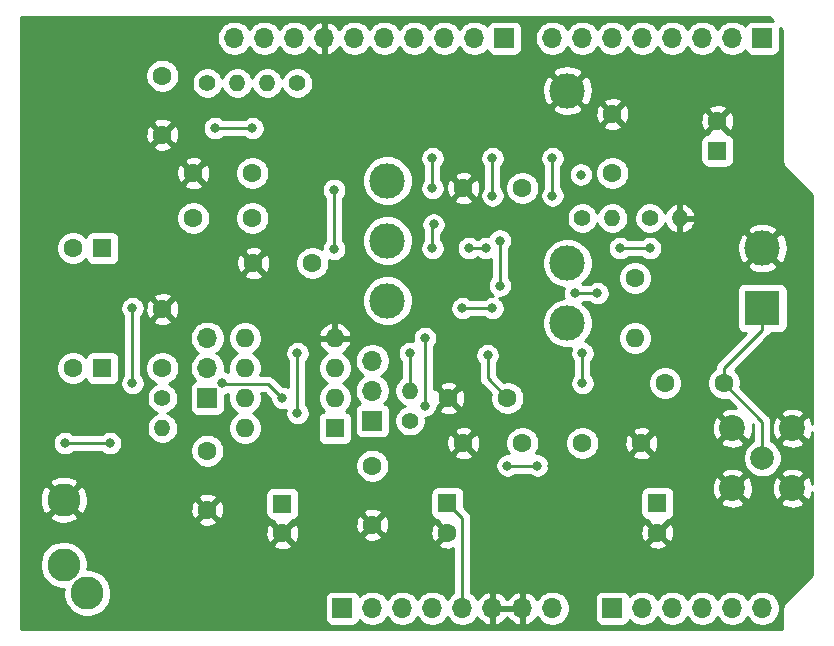
<source format=gbl>
%TF.GenerationSoftware,KiCad,Pcbnew,5.1.6-c6e7f7d~87~ubuntu16.04.1*%
%TF.CreationDate,2020-08-09T11:03:00+09:00*%
%TF.ProjectId,Akashi-07,416b6173-6869-42d3-9037-2e6b69636164,rev?*%
%TF.SameCoordinates,Original*%
%TF.FileFunction,Copper,L2,Bot*%
%TF.FilePolarity,Positive*%
%FSLAX46Y46*%
G04 Gerber Fmt 4.6, Leading zero omitted, Abs format (unit mm)*
G04 Created by KiCad (PCBNEW 5.1.6-c6e7f7d~87~ubuntu16.04.1) date 2020-08-09 11:03:00*
%MOMM*%
%LPD*%
G01*
G04 APERTURE LIST*
%TA.AperFunction,ComponentPad*%
%ADD10C,1.600000*%
%TD*%
%TA.AperFunction,ComponentPad*%
%ADD11O,1.600000X1.600000*%
%TD*%
%TA.AperFunction,ComponentPad*%
%ADD12R,1.700000X1.700000*%
%TD*%
%TA.AperFunction,ComponentPad*%
%ADD13O,1.700000X1.700000*%
%TD*%
%TA.AperFunction,ComponentPad*%
%ADD14C,2.800000*%
%TD*%
%TA.AperFunction,ComponentPad*%
%ADD15C,3.000000*%
%TD*%
%TA.AperFunction,ComponentPad*%
%ADD16R,1.600000X1.600000*%
%TD*%
%TA.AperFunction,ComponentPad*%
%ADD17C,1.400000*%
%TD*%
%TA.AperFunction,ComponentPad*%
%ADD18O,1.400000X1.400000*%
%TD*%
%TA.AperFunction,ComponentPad*%
%ADD19R,3.000000X3.000000*%
%TD*%
%TA.AperFunction,ComponentPad*%
%ADD20C,2.200000*%
%TD*%
%TA.AperFunction,ComponentPad*%
%ADD21C,2.000000*%
%TD*%
%TA.AperFunction,ViaPad*%
%ADD22C,0.800000*%
%TD*%
%TA.AperFunction,Conductor*%
%ADD23C,0.250000*%
%TD*%
%TA.AperFunction,Conductor*%
%ADD24C,0.254000*%
%TD*%
G04 APERTURE END LIST*
D10*
%TO.P,L1,1*%
%TO.N,Net-(C6-Pad1)*%
X164465000Y-93980000D03*
D11*
%TO.P,L1,2*%
%TO.N,Net-(C5-Pad1)*%
X164465000Y-99060000D03*
%TD*%
D10*
%TO.P,C1,2*%
%TO.N,GND*%
X124460000Y-81835000D03*
%TO.P,C1,1*%
%TO.N,VDD*%
X124460000Y-76835000D03*
%TD*%
%TO.P,C12,1*%
%TO.N,Net-(C12-Pad1)*%
X124460000Y-101600000D03*
%TO.P,C12,2*%
%TO.N,GND*%
X124460000Y-96600000D03*
%TD*%
D12*
%TO.P,JP2,1*%
%TO.N,Net-(C12-Pad1)*%
X128270000Y-104140000D03*
D13*
%TO.P,JP2,2*%
%TO.N,Net-(C15-Pad1)*%
X128270000Y-101600000D03*
%TO.P,JP2,3*%
%TO.N,Net-(JP1-Pad3)*%
X128270000Y-99060000D03*
%TD*%
D12*
%TO.P,JP1,1*%
%TO.N,Net-(C11-Pad1)*%
X142240000Y-106045000D03*
D13*
%TO.P,JP1,2*%
%TO.N,Net-(C14-Pad1)*%
X142240000Y-103505000D03*
%TO.P,JP1,3*%
%TO.N,Net-(JP1-Pad3)*%
X142240000Y-100965000D03*
%TD*%
D14*
%TO.P,J3,R*%
%TO.N,GND*%
X116110000Y-112750000D03*
%TO.P,J3,T*%
%TO.N,Net-(C14-Pad2)*%
X116110000Y-118250000D03*
%TO.P,J3,S*%
%TO.N,Net-(C15-Pad2)*%
X118110000Y-120650000D03*
%TD*%
D12*
%TO.P,J6,1*%
%TO.N,Net-(J6-Pad1)*%
X153416000Y-73660000D03*
D13*
%TO.P,J6,2*%
%TO.N,Net-(J6-Pad2)*%
X150876000Y-73660000D03*
%TO.P,J6,3*%
%TO.N,Net-(J6-Pad3)*%
X148336000Y-73660000D03*
%TO.P,J6,4*%
%TO.N,Net-(J6-Pad4)*%
X145796000Y-73660000D03*
%TO.P,J6,5*%
%TO.N,/connector/SCL*%
X143256000Y-73660000D03*
%TO.P,J6,6*%
%TO.N,Net-(J6-Pad6)*%
X140716000Y-73660000D03*
%TO.P,J6,7*%
%TO.N,GND*%
X138176000Y-73660000D03*
%TO.P,J6,8*%
%TO.N,Net-(J6-Pad8)*%
X135636000Y-73660000D03*
%TO.P,J6,9*%
%TO.N,/connector/SDA*%
X133096000Y-73660000D03*
%TO.P,J6,10*%
%TO.N,/connector/SCL*%
X130556000Y-73660000D03*
%TD*%
D15*
%TO.P,TP4,1*%
%TO.N,Net-(TP4-Pad1)*%
X143510000Y-95885000D03*
%TD*%
%TO.P,TP3,1*%
%TO.N,Net-(TP3-Pad1)*%
X143510000Y-90805000D03*
%TD*%
D16*
%TO.P,U4,1*%
%TO.N,Net-(C14-Pad1)*%
X139065000Y-106680000D03*
D11*
%TO.P,U4,5*%
%TO.N,Net-(JP1-Pad3)*%
X131445000Y-99060000D03*
%TO.P,U4,2*%
%TO.N,Net-(C14-Pad1)*%
X139065000Y-104140000D03*
%TO.P,U4,6*%
%TO.N,Net-(C15-Pad1)*%
X131445000Y-101600000D03*
%TO.P,U4,3*%
%TO.N,Net-(JP1-Pad3)*%
X139065000Y-101600000D03*
%TO.P,U4,7*%
%TO.N,Net-(C15-Pad1)*%
X131445000Y-104140000D03*
%TO.P,U4,4*%
%TO.N,GND*%
X139065000Y-99060000D03*
%TO.P,U4,8*%
%TO.N,VDD*%
X131445000Y-106680000D03*
%TD*%
D15*
%TO.P,TP6,1*%
%TO.N,Net-(TP6-Pad1)*%
X158750000Y-92710000D03*
%TD*%
%TO.P,TP5,1*%
%TO.N,Net-(TP5-Pad1)*%
X158750000Y-97790000D03*
%TD*%
%TO.P,TP2,1*%
%TO.N,Net-(TP2-Pad1)*%
X143510000Y-85725000D03*
%TD*%
%TO.P,TP1,1*%
%TO.N,GND*%
X158750000Y-78105000D03*
%TD*%
D17*
%TO.P,R6,1*%
%TO.N,Net-(C12-Pad1)*%
X124460000Y-104140000D03*
D18*
%TO.P,R6,2*%
%TO.N,Net-(R6-Pad2)*%
X124460000Y-106680000D03*
%TD*%
D17*
%TO.P,R5,1*%
%TO.N,Net-(C11-Pad1)*%
X145415000Y-106045000D03*
D18*
%TO.P,R5,2*%
%TO.N,Net-(R5-Pad2)*%
X145415000Y-103505000D03*
%TD*%
D17*
%TO.P,R4,1*%
%TO.N,Net-(C6-Pad1)*%
X165735000Y-88900000D03*
D18*
%TO.P,R4,2*%
%TO.N,GND*%
X168275000Y-88900000D03*
%TD*%
D17*
%TO.P,R3,1*%
%TO.N,VDD*%
X160020000Y-88900000D03*
D18*
%TO.P,R3,2*%
%TO.N,Net-(C6-Pad1)*%
X162560000Y-88900000D03*
%TD*%
D17*
%TO.P,R2,1*%
%TO.N,VDD*%
X128270000Y-77470000D03*
D18*
%TO.P,R2,2*%
%TO.N,/connector/SCL*%
X130810000Y-77470000D03*
%TD*%
D17*
%TO.P,R1,1*%
%TO.N,VDD*%
X135890000Y-77470000D03*
D18*
%TO.P,R1,2*%
%TO.N,/connector/SDA*%
X133350000Y-77470000D03*
%TD*%
D12*
%TO.P,J7,1*%
%TO.N,Net-(J7-Pad1)*%
X175260000Y-73660000D03*
D13*
%TO.P,J7,2*%
%TO.N,Net-(J7-Pad2)*%
X172720000Y-73660000D03*
%TO.P,J7,3*%
%TO.N,Net-(J7-Pad3)*%
X170180000Y-73660000D03*
%TO.P,J7,4*%
%TO.N,Net-(J7-Pad4)*%
X167640000Y-73660000D03*
%TO.P,J7,5*%
%TO.N,Net-(J7-Pad5)*%
X165100000Y-73660000D03*
%TO.P,J7,6*%
%TO.N,Net-(J7-Pad6)*%
X162560000Y-73660000D03*
%TO.P,J7,7*%
%TO.N,Net-(J7-Pad7)*%
X160020000Y-73660000D03*
%TO.P,J7,8*%
%TO.N,Net-(J7-Pad8)*%
X157480000Y-73660000D03*
%TD*%
D12*
%TO.P,J5,1*%
%TO.N,Net-(J5-Pad1)*%
X162560000Y-121920000D03*
D13*
%TO.P,J5,2*%
%TO.N,Net-(J5-Pad2)*%
X165100000Y-121920000D03*
%TO.P,J5,3*%
%TO.N,Net-(J5-Pad3)*%
X167640000Y-121920000D03*
%TO.P,J5,4*%
%TO.N,Net-(J5-Pad4)*%
X170180000Y-121920000D03*
%TO.P,J5,5*%
%TO.N,Net-(J5-Pad5)*%
X172720000Y-121920000D03*
%TO.P,J5,6*%
%TO.N,Net-(J5-Pad6)*%
X175260000Y-121920000D03*
%TD*%
D12*
%TO.P,J4,1*%
%TO.N,Net-(J4-Pad1)*%
X139700000Y-121920000D03*
D13*
%TO.P,J4,2*%
%TO.N,Net-(J4-Pad2)*%
X142240000Y-121920000D03*
%TO.P,J4,3*%
%TO.N,Net-(J4-Pad3)*%
X144780000Y-121920000D03*
%TO.P,J4,4*%
%TO.N,Net-(J4-Pad4)*%
X147320000Y-121920000D03*
%TO.P,J4,5*%
%TO.N,Net-(C16-Pad1)*%
X149860000Y-121920000D03*
%TO.P,J4,6*%
%TO.N,GND*%
X152400000Y-121920000D03*
%TO.P,J4,7*%
X154940000Y-121920000D03*
%TO.P,J4,8*%
%TO.N,Net-(J4-Pad8)*%
X157480000Y-121920000D03*
%TD*%
D19*
%TO.P,J2,1*%
%TO.N,Net-(C5-Pad2)*%
X175260000Y-96520000D03*
D15*
%TO.P,J2,2*%
%TO.N,GND*%
X175260000Y-91440000D03*
%TD*%
D20*
%TO.P,J1,2*%
%TO.N,GND*%
X177800000Y-111760000D03*
X172720000Y-111760000D03*
X172720000Y-106680000D03*
X177800000Y-106680000D03*
D21*
%TO.P,J1,1*%
%TO.N,Net-(C5-Pad2)*%
X175260000Y-109220000D03*
%TD*%
D16*
%TO.P,C19,1*%
%TO.N,VDD*%
X166370000Y-113030000D03*
D10*
%TO.P,C19,2*%
%TO.N,GND*%
X166370000Y-115530000D03*
%TD*%
%TO.P,C18,1*%
%TO.N,VDD*%
X160020000Y-107950000D03*
%TO.P,C18,2*%
%TO.N,GND*%
X165020000Y-107950000D03*
%TD*%
%TO.P,C17,1*%
%TO.N,Net-(C16-Pad1)*%
X154940000Y-107950000D03*
%TO.P,C17,2*%
%TO.N,GND*%
X149940000Y-107950000D03*
%TD*%
D16*
%TO.P,C16,1*%
%TO.N,Net-(C16-Pad1)*%
X148590000Y-113030000D03*
D10*
%TO.P,C16,2*%
%TO.N,GND*%
X148590000Y-115530000D03*
%TD*%
D16*
%TO.P,C15,1*%
%TO.N,Net-(C15-Pad1)*%
X119380000Y-91440000D03*
D10*
%TO.P,C15,2*%
%TO.N,Net-(C15-Pad2)*%
X116880000Y-91440000D03*
%TD*%
D16*
%TO.P,C14,1*%
%TO.N,Net-(C14-Pad1)*%
X119380000Y-101600000D03*
D10*
%TO.P,C14,2*%
%TO.N,Net-(C14-Pad2)*%
X116880000Y-101600000D03*
%TD*%
D16*
%TO.P,C13,1*%
%TO.N,VDD*%
X134620000Y-113070000D03*
D10*
%TO.P,C13,2*%
%TO.N,GND*%
X134620000Y-115570000D03*
%TD*%
%TO.P,C10,1*%
%TO.N,VDD*%
X128270000Y-108585000D03*
%TO.P,C10,2*%
%TO.N,GND*%
X128270000Y-113585000D03*
%TD*%
%TO.P,C11,1*%
%TO.N,Net-(C11-Pad1)*%
X142240000Y-109855000D03*
%TO.P,C11,2*%
%TO.N,GND*%
X142240000Y-114855000D03*
%TD*%
%TO.P,C9,1*%
%TO.N,VDD*%
X153670000Y-104140000D03*
%TO.P,C9,2*%
%TO.N,GND*%
X148670000Y-104140000D03*
%TD*%
%TO.P,C8,1*%
%TO.N,VDD*%
X154940000Y-86360000D03*
%TO.P,C8,2*%
%TO.N,GND*%
X149940000Y-86360000D03*
%TD*%
D16*
%TO.P,C7,1*%
%TO.N,Net-(C6-Pad1)*%
X171450000Y-83185000D03*
D10*
%TO.P,C7,2*%
%TO.N,GND*%
X171450000Y-80685000D03*
%TD*%
%TO.P,C6,1*%
%TO.N,Net-(C6-Pad1)*%
X162560000Y-85090000D03*
%TO.P,C6,2*%
%TO.N,GND*%
X162560000Y-80090000D03*
%TD*%
%TO.P,C5,1*%
%TO.N,Net-(C5-Pad1)*%
X167005000Y-102870000D03*
%TO.P,C5,2*%
%TO.N,Net-(C5-Pad2)*%
X172005000Y-102870000D03*
%TD*%
%TO.P,C4,1*%
%TO.N,VDD*%
X132080000Y-85090000D03*
%TO.P,C4,2*%
%TO.N,GND*%
X127080000Y-85090000D03*
%TD*%
%TO.P,C3,1*%
%TO.N,VDD*%
X137160000Y-92710000D03*
%TO.P,C3,2*%
%TO.N,GND*%
X132160000Y-92710000D03*
%TD*%
%TO.P,C2,1*%
%TO.N,Net-(C2-Pad1)*%
X132080000Y-88900000D03*
%TO.P,C2,2*%
%TO.N,Net-(C2-Pad2)*%
X127080000Y-88900000D03*
%TD*%
D22*
%TO.N,*%
X146685000Y-104775000D03*
X146685000Y-99060000D03*
%TO.N,VDD*%
X132080000Y-81280000D03*
X135890000Y-100330000D03*
X135890000Y-105410000D03*
X153670000Y-109855000D03*
X156210000Y-109855000D03*
X147320000Y-91440000D03*
X147427503Y-89427497D03*
X152000000Y-100500000D03*
X160020000Y-102870000D03*
X160020000Y-100330000D03*
X121920000Y-102870000D03*
X121920000Y-102870000D03*
X121920000Y-96520000D03*
X147320000Y-86360000D03*
X147320000Y-83820000D03*
X128905000Y-81280000D03*
X139000000Y-91500000D03*
X139000000Y-86500000D03*
X163195000Y-91440000D03*
X165735000Y-91440000D03*
X152400000Y-83820000D03*
X152400000Y-86995000D03*
X157480000Y-86995000D03*
X157480000Y-83820000D03*
X152400000Y-96520000D03*
X149860000Y-96520000D03*
X120015000Y-107950000D03*
X116205000Y-107950000D03*
%TO.N,GND*%
X147320000Y-93345000D03*
X137160000Y-88900000D03*
X147917200Y-100527400D03*
X115570000Y-78105000D03*
X157480000Y-109855000D03*
X154305000Y-116205000D03*
X154305000Y-116205000D03*
X154305000Y-119380000D03*
%TO.N,Net-(C6-Pad1)*%
X159385000Y-95250000D03*
X161300001Y-95250000D03*
%TO.N,Net-(R5-Pad2)*%
X145415000Y-100330000D03*
%TO.N,Net-(TP5-Pad1)*%
X153035000Y-90805000D03*
X153035000Y-94615000D03*
%TO.N,Net-(TP2-Pad1)*%
X159893000Y-85217000D03*
X151855000Y-91440000D03*
X150405000Y-91440000D03*
%TO.N,Net-(C14-Pad1)*%
X134620000Y-104140000D03*
X129544265Y-102865735D03*
%TD*%
D23*
%TO.N,*%
X146685000Y-104775000D02*
X146685000Y-99060000D01*
%TO.N,VDD*%
X121920000Y-102870000D02*
X121920000Y-102870000D01*
X135890000Y-100330000D02*
X135890000Y-105410000D01*
X156210000Y-109855000D02*
X153670000Y-109855000D01*
X147320000Y-91440000D02*
X147320000Y-89535000D01*
X147320000Y-89535000D02*
X147427503Y-89427497D01*
X152000000Y-102470000D02*
X153670000Y-104140000D01*
X152000000Y-100500000D02*
X152000000Y-102470000D01*
X160020000Y-102870000D02*
X160020000Y-100330000D01*
X121920000Y-102870000D02*
X121920000Y-102870000D01*
X121920000Y-102870000D02*
X121920000Y-96520000D01*
X121920000Y-96520000D02*
X121920000Y-96520000D01*
X147320000Y-83820000D02*
X147320000Y-86360000D01*
X132080000Y-81280000D02*
X128905000Y-81280000D01*
X139000000Y-86500000D02*
X139000000Y-91500000D01*
X157480000Y-83820000D02*
X157480000Y-86995000D01*
X152400000Y-86995000D02*
X152400000Y-83820000D01*
X152400000Y-96520000D02*
X149860000Y-96520000D01*
X165735000Y-91440000D02*
X163195000Y-91440000D01*
X120015000Y-107950000D02*
X116205000Y-107950000D01*
%TO.N,Net-(C5-Pad2)*%
X175260000Y-106125000D02*
X172005000Y-102870000D01*
X175260000Y-109220000D02*
X175260000Y-106125000D01*
X175260000Y-96520000D02*
X175260000Y-98345300D01*
X172005000Y-101600300D02*
X172005000Y-102870000D01*
X175260000Y-98345300D02*
X172005000Y-101600300D01*
%TO.N,Net-(C6-Pad1)*%
X159385000Y-95250000D02*
X161300001Y-95250000D01*
%TO.N,Net-(C16-Pad1)*%
X149860000Y-114300000D02*
X148590000Y-113030000D01*
X149860000Y-121920000D02*
X149860000Y-114300000D01*
%TO.N,Net-(R5-Pad2)*%
X145415000Y-102870000D02*
X145415000Y-103505000D01*
X145415000Y-100330000D02*
X145415000Y-102870000D01*
%TO.N,Net-(TP5-Pad1)*%
X153035000Y-90805000D02*
X153035000Y-94615000D01*
%TO.N,Net-(TP2-Pad1)*%
X143510000Y-85725000D02*
X144007300Y-85227700D01*
X159903700Y-85227700D02*
X159893000Y-85217000D01*
X151855000Y-91440000D02*
X150495000Y-91440000D01*
X150495000Y-91440000D02*
X150405000Y-91440000D01*
%TO.N,Net-(C14-Pad1)*%
X129643529Y-102964999D02*
X129544265Y-102865735D01*
X133444999Y-102964999D02*
X129643529Y-102964999D01*
X134620000Y-104140000D02*
X133444999Y-102964999D01*
%TD*%
D24*
%TO.N,GND*%
G36*
X176134761Y-72174367D02*
G01*
X176110000Y-72171928D01*
X174410000Y-72171928D01*
X174285518Y-72184188D01*
X174165820Y-72220498D01*
X174055506Y-72279463D01*
X173958815Y-72358815D01*
X173879463Y-72455506D01*
X173820498Y-72565820D01*
X173798487Y-72638380D01*
X173666632Y-72506525D01*
X173423411Y-72344010D01*
X173153158Y-72232068D01*
X172866260Y-72175000D01*
X172573740Y-72175000D01*
X172286842Y-72232068D01*
X172016589Y-72344010D01*
X171773368Y-72506525D01*
X171566525Y-72713368D01*
X171450000Y-72887760D01*
X171333475Y-72713368D01*
X171126632Y-72506525D01*
X170883411Y-72344010D01*
X170613158Y-72232068D01*
X170326260Y-72175000D01*
X170033740Y-72175000D01*
X169746842Y-72232068D01*
X169476589Y-72344010D01*
X169233368Y-72506525D01*
X169026525Y-72713368D01*
X168910000Y-72887760D01*
X168793475Y-72713368D01*
X168586632Y-72506525D01*
X168343411Y-72344010D01*
X168073158Y-72232068D01*
X167786260Y-72175000D01*
X167493740Y-72175000D01*
X167206842Y-72232068D01*
X166936589Y-72344010D01*
X166693368Y-72506525D01*
X166486525Y-72713368D01*
X166370000Y-72887760D01*
X166253475Y-72713368D01*
X166046632Y-72506525D01*
X165803411Y-72344010D01*
X165533158Y-72232068D01*
X165246260Y-72175000D01*
X164953740Y-72175000D01*
X164666842Y-72232068D01*
X164396589Y-72344010D01*
X164153368Y-72506525D01*
X163946525Y-72713368D01*
X163830000Y-72887760D01*
X163713475Y-72713368D01*
X163506632Y-72506525D01*
X163263411Y-72344010D01*
X162993158Y-72232068D01*
X162706260Y-72175000D01*
X162413740Y-72175000D01*
X162126842Y-72232068D01*
X161856589Y-72344010D01*
X161613368Y-72506525D01*
X161406525Y-72713368D01*
X161290000Y-72887760D01*
X161173475Y-72713368D01*
X160966632Y-72506525D01*
X160723411Y-72344010D01*
X160453158Y-72232068D01*
X160166260Y-72175000D01*
X159873740Y-72175000D01*
X159586842Y-72232068D01*
X159316589Y-72344010D01*
X159073368Y-72506525D01*
X158866525Y-72713368D01*
X158750000Y-72887760D01*
X158633475Y-72713368D01*
X158426632Y-72506525D01*
X158183411Y-72344010D01*
X157913158Y-72232068D01*
X157626260Y-72175000D01*
X157333740Y-72175000D01*
X157046842Y-72232068D01*
X156776589Y-72344010D01*
X156533368Y-72506525D01*
X156326525Y-72713368D01*
X156164010Y-72956589D01*
X156052068Y-73226842D01*
X155995000Y-73513740D01*
X155995000Y-73806260D01*
X156052068Y-74093158D01*
X156164010Y-74363411D01*
X156326525Y-74606632D01*
X156533368Y-74813475D01*
X156776589Y-74975990D01*
X157046842Y-75087932D01*
X157333740Y-75145000D01*
X157626260Y-75145000D01*
X157913158Y-75087932D01*
X158183411Y-74975990D01*
X158426632Y-74813475D01*
X158633475Y-74606632D01*
X158750000Y-74432240D01*
X158866525Y-74606632D01*
X159073368Y-74813475D01*
X159316589Y-74975990D01*
X159586842Y-75087932D01*
X159873740Y-75145000D01*
X160166260Y-75145000D01*
X160453158Y-75087932D01*
X160723411Y-74975990D01*
X160966632Y-74813475D01*
X161173475Y-74606632D01*
X161290000Y-74432240D01*
X161406525Y-74606632D01*
X161613368Y-74813475D01*
X161856589Y-74975990D01*
X162126842Y-75087932D01*
X162413740Y-75145000D01*
X162706260Y-75145000D01*
X162993158Y-75087932D01*
X163263411Y-74975990D01*
X163506632Y-74813475D01*
X163713475Y-74606632D01*
X163830000Y-74432240D01*
X163946525Y-74606632D01*
X164153368Y-74813475D01*
X164396589Y-74975990D01*
X164666842Y-75087932D01*
X164953740Y-75145000D01*
X165246260Y-75145000D01*
X165533158Y-75087932D01*
X165803411Y-74975990D01*
X166046632Y-74813475D01*
X166253475Y-74606632D01*
X166370000Y-74432240D01*
X166486525Y-74606632D01*
X166693368Y-74813475D01*
X166936589Y-74975990D01*
X167206842Y-75087932D01*
X167493740Y-75145000D01*
X167786260Y-75145000D01*
X168073158Y-75087932D01*
X168343411Y-74975990D01*
X168586632Y-74813475D01*
X168793475Y-74606632D01*
X168910000Y-74432240D01*
X169026525Y-74606632D01*
X169233368Y-74813475D01*
X169476589Y-74975990D01*
X169746842Y-75087932D01*
X170033740Y-75145000D01*
X170326260Y-75145000D01*
X170613158Y-75087932D01*
X170883411Y-74975990D01*
X171126632Y-74813475D01*
X171333475Y-74606632D01*
X171450000Y-74432240D01*
X171566525Y-74606632D01*
X171773368Y-74813475D01*
X172016589Y-74975990D01*
X172286842Y-75087932D01*
X172573740Y-75145000D01*
X172866260Y-75145000D01*
X173153158Y-75087932D01*
X173423411Y-74975990D01*
X173666632Y-74813475D01*
X173798487Y-74681620D01*
X173820498Y-74754180D01*
X173879463Y-74864494D01*
X173958815Y-74961185D01*
X174055506Y-75040537D01*
X174165820Y-75099502D01*
X174285518Y-75135812D01*
X174410000Y-75148072D01*
X176110000Y-75148072D01*
X176234482Y-75135812D01*
X176354180Y-75099502D01*
X176464494Y-75040537D01*
X176561185Y-74961185D01*
X176640537Y-74864494D01*
X176699502Y-74754180D01*
X176735812Y-74634482D01*
X176748072Y-74510000D01*
X176748072Y-72810000D01*
X176745633Y-72785239D01*
X176963001Y-73002607D01*
X176963000Y-84039125D01*
X176959565Y-84074000D01*
X176963000Y-84108875D01*
X176963000Y-84108876D01*
X176973273Y-84213183D01*
X177013872Y-84347019D01*
X177038000Y-84392159D01*
X177038000Y-84455000D01*
X177040440Y-84479776D01*
X177047667Y-84503601D01*
X177059403Y-84525557D01*
X177075197Y-84544803D01*
X179503001Y-86972607D01*
X179503000Y-106324130D01*
X179497489Y-106282561D01*
X179387336Y-105959034D01*
X179281338Y-105760726D01*
X179006712Y-105652893D01*
X177979605Y-106680000D01*
X179006712Y-107707107D01*
X179281338Y-107599274D01*
X179432216Y-107292616D01*
X179503000Y-107027474D01*
X179503000Y-111404128D01*
X179497489Y-111362561D01*
X179387336Y-111039034D01*
X179281338Y-110840726D01*
X179006712Y-110732893D01*
X177979605Y-111760000D01*
X179006712Y-112787107D01*
X179281338Y-112679274D01*
X179432216Y-112372616D01*
X179503000Y-112107474D01*
X179503000Y-119085908D01*
X177195617Y-121393292D01*
X177168526Y-121415525D01*
X177146293Y-121442616D01*
X177079801Y-121523637D01*
X177013872Y-121646981D01*
X176973274Y-121780816D01*
X176959565Y-121920000D01*
X176963001Y-121954885D01*
X176963000Y-123698000D01*
X112522000Y-123698000D01*
X112522000Y-118049570D01*
X114075000Y-118049570D01*
X114075000Y-118450430D01*
X114153204Y-118843587D01*
X114306607Y-119213934D01*
X114529313Y-119547237D01*
X114812763Y-119830687D01*
X115146066Y-120053393D01*
X115516413Y-120206796D01*
X115909570Y-120285000D01*
X116107735Y-120285000D01*
X116075000Y-120449570D01*
X116075000Y-120850430D01*
X116153204Y-121243587D01*
X116306607Y-121613934D01*
X116529313Y-121947237D01*
X116812763Y-122230687D01*
X117146066Y-122453393D01*
X117516413Y-122606796D01*
X117909570Y-122685000D01*
X118310430Y-122685000D01*
X118703587Y-122606796D01*
X119073934Y-122453393D01*
X119407237Y-122230687D01*
X119690687Y-121947237D01*
X119913393Y-121613934D01*
X120066796Y-121243587D01*
X120101324Y-121070000D01*
X138211928Y-121070000D01*
X138211928Y-122770000D01*
X138224188Y-122894482D01*
X138260498Y-123014180D01*
X138319463Y-123124494D01*
X138398815Y-123221185D01*
X138495506Y-123300537D01*
X138605820Y-123359502D01*
X138725518Y-123395812D01*
X138850000Y-123408072D01*
X140550000Y-123408072D01*
X140674482Y-123395812D01*
X140794180Y-123359502D01*
X140904494Y-123300537D01*
X141001185Y-123221185D01*
X141080537Y-123124494D01*
X141139502Y-123014180D01*
X141161513Y-122941620D01*
X141293368Y-123073475D01*
X141536589Y-123235990D01*
X141806842Y-123347932D01*
X142093740Y-123405000D01*
X142386260Y-123405000D01*
X142673158Y-123347932D01*
X142943411Y-123235990D01*
X143186632Y-123073475D01*
X143393475Y-122866632D01*
X143510000Y-122692240D01*
X143626525Y-122866632D01*
X143833368Y-123073475D01*
X144076589Y-123235990D01*
X144346842Y-123347932D01*
X144633740Y-123405000D01*
X144926260Y-123405000D01*
X145213158Y-123347932D01*
X145483411Y-123235990D01*
X145726632Y-123073475D01*
X145933475Y-122866632D01*
X146050000Y-122692240D01*
X146166525Y-122866632D01*
X146373368Y-123073475D01*
X146616589Y-123235990D01*
X146886842Y-123347932D01*
X147173740Y-123405000D01*
X147466260Y-123405000D01*
X147753158Y-123347932D01*
X148023411Y-123235990D01*
X148266632Y-123073475D01*
X148473475Y-122866632D01*
X148590000Y-122692240D01*
X148706525Y-122866632D01*
X148913368Y-123073475D01*
X149156589Y-123235990D01*
X149426842Y-123347932D01*
X149713740Y-123405000D01*
X150006260Y-123405000D01*
X150293158Y-123347932D01*
X150563411Y-123235990D01*
X150806632Y-123073475D01*
X151013475Y-122866632D01*
X151135195Y-122684466D01*
X151204822Y-122801355D01*
X151399731Y-123017588D01*
X151633080Y-123191641D01*
X151895901Y-123316825D01*
X152043110Y-123361476D01*
X152273000Y-123240155D01*
X152273000Y-122047000D01*
X152527000Y-122047000D01*
X152527000Y-123240155D01*
X152756890Y-123361476D01*
X152904099Y-123316825D01*
X153166920Y-123191641D01*
X153400269Y-123017588D01*
X153595178Y-122801355D01*
X153670000Y-122675745D01*
X153744822Y-122801355D01*
X153939731Y-123017588D01*
X154173080Y-123191641D01*
X154435901Y-123316825D01*
X154583110Y-123361476D01*
X154813000Y-123240155D01*
X154813000Y-122047000D01*
X152527000Y-122047000D01*
X152273000Y-122047000D01*
X152253000Y-122047000D01*
X152253000Y-121793000D01*
X152273000Y-121793000D01*
X152273000Y-120599845D01*
X152527000Y-120599845D01*
X152527000Y-121793000D01*
X154813000Y-121793000D01*
X154813000Y-120599845D01*
X155067000Y-120599845D01*
X155067000Y-121793000D01*
X155087000Y-121793000D01*
X155087000Y-122047000D01*
X155067000Y-122047000D01*
X155067000Y-123240155D01*
X155296890Y-123361476D01*
X155444099Y-123316825D01*
X155706920Y-123191641D01*
X155940269Y-123017588D01*
X156135178Y-122801355D01*
X156204805Y-122684466D01*
X156326525Y-122866632D01*
X156533368Y-123073475D01*
X156776589Y-123235990D01*
X157046842Y-123347932D01*
X157333740Y-123405000D01*
X157626260Y-123405000D01*
X157913158Y-123347932D01*
X158183411Y-123235990D01*
X158426632Y-123073475D01*
X158633475Y-122866632D01*
X158795990Y-122623411D01*
X158907932Y-122353158D01*
X158965000Y-122066260D01*
X158965000Y-121773740D01*
X158907932Y-121486842D01*
X158795990Y-121216589D01*
X158698043Y-121070000D01*
X161071928Y-121070000D01*
X161071928Y-122770000D01*
X161084188Y-122894482D01*
X161120498Y-123014180D01*
X161179463Y-123124494D01*
X161258815Y-123221185D01*
X161355506Y-123300537D01*
X161465820Y-123359502D01*
X161585518Y-123395812D01*
X161710000Y-123408072D01*
X163410000Y-123408072D01*
X163534482Y-123395812D01*
X163654180Y-123359502D01*
X163764494Y-123300537D01*
X163861185Y-123221185D01*
X163940537Y-123124494D01*
X163999502Y-123014180D01*
X164021513Y-122941620D01*
X164153368Y-123073475D01*
X164396589Y-123235990D01*
X164666842Y-123347932D01*
X164953740Y-123405000D01*
X165246260Y-123405000D01*
X165533158Y-123347932D01*
X165803411Y-123235990D01*
X166046632Y-123073475D01*
X166253475Y-122866632D01*
X166370000Y-122692240D01*
X166486525Y-122866632D01*
X166693368Y-123073475D01*
X166936589Y-123235990D01*
X167206842Y-123347932D01*
X167493740Y-123405000D01*
X167786260Y-123405000D01*
X168073158Y-123347932D01*
X168343411Y-123235990D01*
X168586632Y-123073475D01*
X168793475Y-122866632D01*
X168910000Y-122692240D01*
X169026525Y-122866632D01*
X169233368Y-123073475D01*
X169476589Y-123235990D01*
X169746842Y-123347932D01*
X170033740Y-123405000D01*
X170326260Y-123405000D01*
X170613158Y-123347932D01*
X170883411Y-123235990D01*
X171126632Y-123073475D01*
X171333475Y-122866632D01*
X171450000Y-122692240D01*
X171566525Y-122866632D01*
X171773368Y-123073475D01*
X172016589Y-123235990D01*
X172286842Y-123347932D01*
X172573740Y-123405000D01*
X172866260Y-123405000D01*
X173153158Y-123347932D01*
X173423411Y-123235990D01*
X173666632Y-123073475D01*
X173873475Y-122866632D01*
X173990000Y-122692240D01*
X174106525Y-122866632D01*
X174313368Y-123073475D01*
X174556589Y-123235990D01*
X174826842Y-123347932D01*
X175113740Y-123405000D01*
X175406260Y-123405000D01*
X175693158Y-123347932D01*
X175963411Y-123235990D01*
X176206632Y-123073475D01*
X176413475Y-122866632D01*
X176575990Y-122623411D01*
X176687932Y-122353158D01*
X176745000Y-122066260D01*
X176745000Y-121773740D01*
X176687932Y-121486842D01*
X176575990Y-121216589D01*
X176413475Y-120973368D01*
X176206632Y-120766525D01*
X175963411Y-120604010D01*
X175693158Y-120492068D01*
X175406260Y-120435000D01*
X175113740Y-120435000D01*
X174826842Y-120492068D01*
X174556589Y-120604010D01*
X174313368Y-120766525D01*
X174106525Y-120973368D01*
X173990000Y-121147760D01*
X173873475Y-120973368D01*
X173666632Y-120766525D01*
X173423411Y-120604010D01*
X173153158Y-120492068D01*
X172866260Y-120435000D01*
X172573740Y-120435000D01*
X172286842Y-120492068D01*
X172016589Y-120604010D01*
X171773368Y-120766525D01*
X171566525Y-120973368D01*
X171450000Y-121147760D01*
X171333475Y-120973368D01*
X171126632Y-120766525D01*
X170883411Y-120604010D01*
X170613158Y-120492068D01*
X170326260Y-120435000D01*
X170033740Y-120435000D01*
X169746842Y-120492068D01*
X169476589Y-120604010D01*
X169233368Y-120766525D01*
X169026525Y-120973368D01*
X168910000Y-121147760D01*
X168793475Y-120973368D01*
X168586632Y-120766525D01*
X168343411Y-120604010D01*
X168073158Y-120492068D01*
X167786260Y-120435000D01*
X167493740Y-120435000D01*
X167206842Y-120492068D01*
X166936589Y-120604010D01*
X166693368Y-120766525D01*
X166486525Y-120973368D01*
X166370000Y-121147760D01*
X166253475Y-120973368D01*
X166046632Y-120766525D01*
X165803411Y-120604010D01*
X165533158Y-120492068D01*
X165246260Y-120435000D01*
X164953740Y-120435000D01*
X164666842Y-120492068D01*
X164396589Y-120604010D01*
X164153368Y-120766525D01*
X164021513Y-120898380D01*
X163999502Y-120825820D01*
X163940537Y-120715506D01*
X163861185Y-120618815D01*
X163764494Y-120539463D01*
X163654180Y-120480498D01*
X163534482Y-120444188D01*
X163410000Y-120431928D01*
X161710000Y-120431928D01*
X161585518Y-120444188D01*
X161465820Y-120480498D01*
X161355506Y-120539463D01*
X161258815Y-120618815D01*
X161179463Y-120715506D01*
X161120498Y-120825820D01*
X161084188Y-120945518D01*
X161071928Y-121070000D01*
X158698043Y-121070000D01*
X158633475Y-120973368D01*
X158426632Y-120766525D01*
X158183411Y-120604010D01*
X157913158Y-120492068D01*
X157626260Y-120435000D01*
X157333740Y-120435000D01*
X157046842Y-120492068D01*
X156776589Y-120604010D01*
X156533368Y-120766525D01*
X156326525Y-120973368D01*
X156204805Y-121155534D01*
X156135178Y-121038645D01*
X155940269Y-120822412D01*
X155706920Y-120648359D01*
X155444099Y-120523175D01*
X155296890Y-120478524D01*
X155067000Y-120599845D01*
X154813000Y-120599845D01*
X154583110Y-120478524D01*
X154435901Y-120523175D01*
X154173080Y-120648359D01*
X153939731Y-120822412D01*
X153744822Y-121038645D01*
X153670000Y-121164255D01*
X153595178Y-121038645D01*
X153400269Y-120822412D01*
X153166920Y-120648359D01*
X152904099Y-120523175D01*
X152756890Y-120478524D01*
X152527000Y-120599845D01*
X152273000Y-120599845D01*
X152043110Y-120478524D01*
X151895901Y-120523175D01*
X151633080Y-120648359D01*
X151399731Y-120822412D01*
X151204822Y-121038645D01*
X151135195Y-121155534D01*
X151013475Y-120973368D01*
X150806632Y-120766525D01*
X150620000Y-120641822D01*
X150620000Y-116522702D01*
X165556903Y-116522702D01*
X165628486Y-116766671D01*
X165883996Y-116887571D01*
X166158184Y-116956300D01*
X166440512Y-116970217D01*
X166720130Y-116928787D01*
X166986292Y-116833603D01*
X167111514Y-116766671D01*
X167183097Y-116522702D01*
X166370000Y-115709605D01*
X165556903Y-116522702D01*
X150620000Y-116522702D01*
X150620000Y-115600512D01*
X164929783Y-115600512D01*
X164971213Y-115880130D01*
X165066397Y-116146292D01*
X165133329Y-116271514D01*
X165377298Y-116343097D01*
X166190395Y-115530000D01*
X166549605Y-115530000D01*
X167362702Y-116343097D01*
X167606671Y-116271514D01*
X167727571Y-116016004D01*
X167796300Y-115741816D01*
X167810217Y-115459488D01*
X167768787Y-115179870D01*
X167673603Y-114913708D01*
X167606671Y-114788486D01*
X167362702Y-114716903D01*
X166549605Y-115530000D01*
X166190395Y-115530000D01*
X165377298Y-114716903D01*
X165133329Y-114788486D01*
X165012429Y-115043996D01*
X164943700Y-115318184D01*
X164929783Y-115600512D01*
X150620000Y-115600512D01*
X150620000Y-114337322D01*
X150623676Y-114299999D01*
X150620000Y-114262676D01*
X150620000Y-114262667D01*
X150609003Y-114151014D01*
X150565546Y-114007753D01*
X150494974Y-113875724D01*
X150400001Y-113759999D01*
X150371003Y-113736201D01*
X150028072Y-113393270D01*
X150028072Y-112230000D01*
X164931928Y-112230000D01*
X164931928Y-113830000D01*
X164944188Y-113954482D01*
X164980498Y-114074180D01*
X165039463Y-114184494D01*
X165118815Y-114281185D01*
X165215506Y-114360537D01*
X165325820Y-114419502D01*
X165445518Y-114455812D01*
X165570000Y-114468072D01*
X165577215Y-114468072D01*
X165556903Y-114537298D01*
X166370000Y-115350395D01*
X167183097Y-114537298D01*
X167162785Y-114468072D01*
X167170000Y-114468072D01*
X167294482Y-114455812D01*
X167414180Y-114419502D01*
X167524494Y-114360537D01*
X167621185Y-114281185D01*
X167700537Y-114184494D01*
X167759502Y-114074180D01*
X167795812Y-113954482D01*
X167808072Y-113830000D01*
X167808072Y-112966712D01*
X171692893Y-112966712D01*
X171800726Y-113241338D01*
X172107384Y-113392216D01*
X172437585Y-113480369D01*
X172778639Y-113502409D01*
X173117439Y-113457489D01*
X173440966Y-113347336D01*
X173639274Y-113241338D01*
X173747107Y-112966712D01*
X176772893Y-112966712D01*
X176880726Y-113241338D01*
X177187384Y-113392216D01*
X177517585Y-113480369D01*
X177858639Y-113502409D01*
X178197439Y-113457489D01*
X178520966Y-113347336D01*
X178719274Y-113241338D01*
X178827107Y-112966712D01*
X177800000Y-111939605D01*
X176772893Y-112966712D01*
X173747107Y-112966712D01*
X172720000Y-111939605D01*
X171692893Y-112966712D01*
X167808072Y-112966712D01*
X167808072Y-112230000D01*
X167795812Y-112105518D01*
X167759502Y-111985820D01*
X167700537Y-111875506D01*
X167653868Y-111818639D01*
X170977591Y-111818639D01*
X171022511Y-112157439D01*
X171132664Y-112480966D01*
X171238662Y-112679274D01*
X171513288Y-112787107D01*
X172540395Y-111760000D01*
X172899605Y-111760000D01*
X173926712Y-112787107D01*
X174201338Y-112679274D01*
X174352216Y-112372616D01*
X174440369Y-112042415D01*
X174454830Y-111818639D01*
X176057591Y-111818639D01*
X176102511Y-112157439D01*
X176212664Y-112480966D01*
X176318662Y-112679274D01*
X176593288Y-112787107D01*
X177620395Y-111760000D01*
X176593288Y-110732893D01*
X176318662Y-110840726D01*
X176167784Y-111147384D01*
X176079631Y-111477585D01*
X176057591Y-111818639D01*
X174454830Y-111818639D01*
X174462409Y-111701361D01*
X174417489Y-111362561D01*
X174307336Y-111039034D01*
X174201338Y-110840726D01*
X173926712Y-110732893D01*
X172899605Y-111760000D01*
X172540395Y-111760000D01*
X171513288Y-110732893D01*
X171238662Y-110840726D01*
X171087784Y-111147384D01*
X170999631Y-111477585D01*
X170977591Y-111818639D01*
X167653868Y-111818639D01*
X167621185Y-111778815D01*
X167524494Y-111699463D01*
X167414180Y-111640498D01*
X167294482Y-111604188D01*
X167170000Y-111591928D01*
X165570000Y-111591928D01*
X165445518Y-111604188D01*
X165325820Y-111640498D01*
X165215506Y-111699463D01*
X165118815Y-111778815D01*
X165039463Y-111875506D01*
X164980498Y-111985820D01*
X164944188Y-112105518D01*
X164931928Y-112230000D01*
X150028072Y-112230000D01*
X150015812Y-112105518D01*
X149979502Y-111985820D01*
X149920537Y-111875506D01*
X149841185Y-111778815D01*
X149744494Y-111699463D01*
X149634180Y-111640498D01*
X149514482Y-111604188D01*
X149390000Y-111591928D01*
X147790000Y-111591928D01*
X147665518Y-111604188D01*
X147545820Y-111640498D01*
X147435506Y-111699463D01*
X147338815Y-111778815D01*
X147259463Y-111875506D01*
X147200498Y-111985820D01*
X147164188Y-112105518D01*
X147151928Y-112230000D01*
X147151928Y-113830000D01*
X147164188Y-113954482D01*
X147200498Y-114074180D01*
X147259463Y-114184494D01*
X147338815Y-114281185D01*
X147435506Y-114360537D01*
X147545820Y-114419502D01*
X147665518Y-114455812D01*
X147790000Y-114468072D01*
X147797215Y-114468072D01*
X147776903Y-114537298D01*
X148590000Y-115350395D01*
X148604143Y-115336253D01*
X148783748Y-115515858D01*
X148769605Y-115530000D01*
X148783748Y-115544143D01*
X148604143Y-115723748D01*
X148590000Y-115709605D01*
X147776903Y-116522702D01*
X147848486Y-116766671D01*
X148103996Y-116887571D01*
X148378184Y-116956300D01*
X148660512Y-116970217D01*
X148940130Y-116928787D01*
X149100001Y-116871615D01*
X149100000Y-120641821D01*
X148913368Y-120766525D01*
X148706525Y-120973368D01*
X148590000Y-121147760D01*
X148473475Y-120973368D01*
X148266632Y-120766525D01*
X148023411Y-120604010D01*
X147753158Y-120492068D01*
X147466260Y-120435000D01*
X147173740Y-120435000D01*
X146886842Y-120492068D01*
X146616589Y-120604010D01*
X146373368Y-120766525D01*
X146166525Y-120973368D01*
X146050000Y-121147760D01*
X145933475Y-120973368D01*
X145726632Y-120766525D01*
X145483411Y-120604010D01*
X145213158Y-120492068D01*
X144926260Y-120435000D01*
X144633740Y-120435000D01*
X144346842Y-120492068D01*
X144076589Y-120604010D01*
X143833368Y-120766525D01*
X143626525Y-120973368D01*
X143510000Y-121147760D01*
X143393475Y-120973368D01*
X143186632Y-120766525D01*
X142943411Y-120604010D01*
X142673158Y-120492068D01*
X142386260Y-120435000D01*
X142093740Y-120435000D01*
X141806842Y-120492068D01*
X141536589Y-120604010D01*
X141293368Y-120766525D01*
X141161513Y-120898380D01*
X141139502Y-120825820D01*
X141080537Y-120715506D01*
X141001185Y-120618815D01*
X140904494Y-120539463D01*
X140794180Y-120480498D01*
X140674482Y-120444188D01*
X140550000Y-120431928D01*
X138850000Y-120431928D01*
X138725518Y-120444188D01*
X138605820Y-120480498D01*
X138495506Y-120539463D01*
X138398815Y-120618815D01*
X138319463Y-120715506D01*
X138260498Y-120825820D01*
X138224188Y-120945518D01*
X138211928Y-121070000D01*
X120101324Y-121070000D01*
X120145000Y-120850430D01*
X120145000Y-120449570D01*
X120066796Y-120056413D01*
X119913393Y-119686066D01*
X119690687Y-119352763D01*
X119407237Y-119069313D01*
X119073934Y-118846607D01*
X118703587Y-118693204D01*
X118310430Y-118615000D01*
X118112265Y-118615000D01*
X118145000Y-118450430D01*
X118145000Y-118049570D01*
X118066796Y-117656413D01*
X117913393Y-117286066D01*
X117690687Y-116952763D01*
X117407237Y-116669313D01*
X117247683Y-116562702D01*
X133806903Y-116562702D01*
X133878486Y-116806671D01*
X134133996Y-116927571D01*
X134408184Y-116996300D01*
X134690512Y-117010217D01*
X134970130Y-116968787D01*
X135236292Y-116873603D01*
X135361514Y-116806671D01*
X135433097Y-116562702D01*
X134620000Y-115749605D01*
X133806903Y-116562702D01*
X117247683Y-116562702D01*
X117073934Y-116446607D01*
X116703587Y-116293204D01*
X116310430Y-116215000D01*
X115909570Y-116215000D01*
X115516413Y-116293204D01*
X115146066Y-116446607D01*
X114812763Y-116669313D01*
X114529313Y-116952763D01*
X114306607Y-117286066D01*
X114153204Y-117656413D01*
X114075000Y-118049570D01*
X112522000Y-118049570D01*
X112522000Y-115640512D01*
X133179783Y-115640512D01*
X133221213Y-115920130D01*
X133316397Y-116186292D01*
X133383329Y-116311514D01*
X133627298Y-116383097D01*
X134440395Y-115570000D01*
X134799605Y-115570000D01*
X135612702Y-116383097D01*
X135856671Y-116311514D01*
X135977571Y-116056004D01*
X136029784Y-115847702D01*
X141426903Y-115847702D01*
X141498486Y-116091671D01*
X141753996Y-116212571D01*
X142028184Y-116281300D01*
X142310512Y-116295217D01*
X142590130Y-116253787D01*
X142856292Y-116158603D01*
X142981514Y-116091671D01*
X143053097Y-115847702D01*
X142240000Y-115034605D01*
X141426903Y-115847702D01*
X136029784Y-115847702D01*
X136046300Y-115781816D01*
X136060217Y-115499488D01*
X136018787Y-115219870D01*
X135923603Y-114953708D01*
X135908533Y-114925512D01*
X140799783Y-114925512D01*
X140841213Y-115205130D01*
X140936397Y-115471292D01*
X141003329Y-115596514D01*
X141247298Y-115668097D01*
X142060395Y-114855000D01*
X142419605Y-114855000D01*
X143232702Y-115668097D01*
X143463045Y-115600512D01*
X147149783Y-115600512D01*
X147191213Y-115880130D01*
X147286397Y-116146292D01*
X147353329Y-116271514D01*
X147597298Y-116343097D01*
X148410395Y-115530000D01*
X147597298Y-114716903D01*
X147353329Y-114788486D01*
X147232429Y-115043996D01*
X147163700Y-115318184D01*
X147149783Y-115600512D01*
X143463045Y-115600512D01*
X143476671Y-115596514D01*
X143597571Y-115341004D01*
X143666300Y-115066816D01*
X143680217Y-114784488D01*
X143638787Y-114504870D01*
X143543603Y-114238708D01*
X143476671Y-114113486D01*
X143232702Y-114041903D01*
X142419605Y-114855000D01*
X142060395Y-114855000D01*
X141247298Y-114041903D01*
X141003329Y-114113486D01*
X140882429Y-114368996D01*
X140813700Y-114643184D01*
X140799783Y-114925512D01*
X135908533Y-114925512D01*
X135856671Y-114828486D01*
X135612702Y-114756903D01*
X134799605Y-115570000D01*
X134440395Y-115570000D01*
X133627298Y-114756903D01*
X133383329Y-114828486D01*
X133262429Y-115083996D01*
X133193700Y-115358184D01*
X133179783Y-115640512D01*
X112522000Y-115640512D01*
X112522000Y-114170447D01*
X114869158Y-114170447D01*
X115013135Y-114475770D01*
X115370892Y-114656597D01*
X115757053Y-114764155D01*
X116156777Y-114794310D01*
X116554704Y-114745904D01*
X116935540Y-114620795D01*
X117016162Y-114577702D01*
X127456903Y-114577702D01*
X127528486Y-114821671D01*
X127783996Y-114942571D01*
X128058184Y-115011300D01*
X128340512Y-115025217D01*
X128620130Y-114983787D01*
X128886292Y-114888603D01*
X129011514Y-114821671D01*
X129083097Y-114577702D01*
X128270000Y-113764605D01*
X127456903Y-114577702D01*
X117016162Y-114577702D01*
X117206865Y-114475770D01*
X117350842Y-114170447D01*
X116110000Y-112929605D01*
X114869158Y-114170447D01*
X112522000Y-114170447D01*
X112522000Y-112796777D01*
X114065690Y-112796777D01*
X114114096Y-113194704D01*
X114239205Y-113575540D01*
X114384230Y-113846865D01*
X114689553Y-113990842D01*
X115930395Y-112750000D01*
X116289605Y-112750000D01*
X117530447Y-113990842D01*
X117835770Y-113846865D01*
X117932488Y-113655512D01*
X126829783Y-113655512D01*
X126871213Y-113935130D01*
X126966397Y-114201292D01*
X127033329Y-114326514D01*
X127277298Y-114398097D01*
X128090395Y-113585000D01*
X128449605Y-113585000D01*
X129262702Y-114398097D01*
X129506671Y-114326514D01*
X129627571Y-114071004D01*
X129696300Y-113796816D01*
X129710217Y-113514488D01*
X129668787Y-113234870D01*
X129573603Y-112968708D01*
X129506671Y-112843486D01*
X129262702Y-112771903D01*
X128449605Y-113585000D01*
X128090395Y-113585000D01*
X127277298Y-112771903D01*
X127033329Y-112843486D01*
X126912429Y-113098996D01*
X126843700Y-113373184D01*
X126829783Y-113655512D01*
X117932488Y-113655512D01*
X118016597Y-113489108D01*
X118124155Y-113102947D01*
X118154310Y-112703223D01*
X118140817Y-112592298D01*
X127456903Y-112592298D01*
X128270000Y-113405395D01*
X129083097Y-112592298D01*
X129011514Y-112348329D01*
X128845974Y-112270000D01*
X133181928Y-112270000D01*
X133181928Y-113870000D01*
X133194188Y-113994482D01*
X133230498Y-114114180D01*
X133289463Y-114224494D01*
X133368815Y-114321185D01*
X133465506Y-114400537D01*
X133575820Y-114459502D01*
X133695518Y-114495812D01*
X133820000Y-114508072D01*
X133827215Y-114508072D01*
X133806903Y-114577298D01*
X134620000Y-115390395D01*
X135433097Y-114577298D01*
X135412785Y-114508072D01*
X135420000Y-114508072D01*
X135544482Y-114495812D01*
X135664180Y-114459502D01*
X135774494Y-114400537D01*
X135871185Y-114321185D01*
X135950537Y-114224494D01*
X136009502Y-114114180D01*
X136045812Y-113994482D01*
X136058072Y-113870000D01*
X136058072Y-113862298D01*
X141426903Y-113862298D01*
X142240000Y-114675395D01*
X143053097Y-113862298D01*
X142981514Y-113618329D01*
X142726004Y-113497429D01*
X142451816Y-113428700D01*
X142169488Y-113414783D01*
X141889870Y-113456213D01*
X141623708Y-113551397D01*
X141498486Y-113618329D01*
X141426903Y-113862298D01*
X136058072Y-113862298D01*
X136058072Y-112270000D01*
X136045812Y-112145518D01*
X136009502Y-112025820D01*
X135950537Y-111915506D01*
X135871185Y-111818815D01*
X135774494Y-111739463D01*
X135664180Y-111680498D01*
X135544482Y-111644188D01*
X135420000Y-111631928D01*
X133820000Y-111631928D01*
X133695518Y-111644188D01*
X133575820Y-111680498D01*
X133465506Y-111739463D01*
X133368815Y-111818815D01*
X133289463Y-111915506D01*
X133230498Y-112025820D01*
X133194188Y-112145518D01*
X133181928Y-112270000D01*
X128845974Y-112270000D01*
X128756004Y-112227429D01*
X128481816Y-112158700D01*
X128199488Y-112144783D01*
X127919870Y-112186213D01*
X127653708Y-112281397D01*
X127528486Y-112348329D01*
X127456903Y-112592298D01*
X118140817Y-112592298D01*
X118105904Y-112305296D01*
X117980795Y-111924460D01*
X117835770Y-111653135D01*
X117530447Y-111509158D01*
X116289605Y-112750000D01*
X115930395Y-112750000D01*
X114689553Y-111509158D01*
X114384230Y-111653135D01*
X114203403Y-112010892D01*
X114095845Y-112397053D01*
X114065690Y-112796777D01*
X112522000Y-112796777D01*
X112522000Y-111329553D01*
X114869158Y-111329553D01*
X116110000Y-112570395D01*
X117350842Y-111329553D01*
X117206865Y-111024230D01*
X116849108Y-110843403D01*
X116462947Y-110735845D01*
X116063223Y-110705690D01*
X115665296Y-110754096D01*
X115284460Y-110879205D01*
X115013135Y-111024230D01*
X114869158Y-111329553D01*
X112522000Y-111329553D01*
X112522000Y-107848061D01*
X115170000Y-107848061D01*
X115170000Y-108051939D01*
X115209774Y-108251898D01*
X115287795Y-108440256D01*
X115401063Y-108609774D01*
X115545226Y-108753937D01*
X115714744Y-108867205D01*
X115903102Y-108945226D01*
X116103061Y-108985000D01*
X116306939Y-108985000D01*
X116506898Y-108945226D01*
X116695256Y-108867205D01*
X116864774Y-108753937D01*
X116908711Y-108710000D01*
X119311289Y-108710000D01*
X119355226Y-108753937D01*
X119524744Y-108867205D01*
X119713102Y-108945226D01*
X119913061Y-108985000D01*
X120116939Y-108985000D01*
X120316898Y-108945226D01*
X120505256Y-108867205D01*
X120674774Y-108753937D01*
X120818937Y-108609774D01*
X120929927Y-108443665D01*
X126835000Y-108443665D01*
X126835000Y-108726335D01*
X126890147Y-109003574D01*
X126998320Y-109264727D01*
X127155363Y-109499759D01*
X127355241Y-109699637D01*
X127590273Y-109856680D01*
X127851426Y-109964853D01*
X128128665Y-110020000D01*
X128411335Y-110020000D01*
X128688574Y-109964853D01*
X128949727Y-109856680D01*
X129163764Y-109713665D01*
X140805000Y-109713665D01*
X140805000Y-109996335D01*
X140860147Y-110273574D01*
X140968320Y-110534727D01*
X141125363Y-110769759D01*
X141325241Y-110969637D01*
X141560273Y-111126680D01*
X141821426Y-111234853D01*
X142098665Y-111290000D01*
X142381335Y-111290000D01*
X142658574Y-111234853D01*
X142919727Y-111126680D01*
X143154759Y-110969637D01*
X143354637Y-110769759D01*
X143511680Y-110534727D01*
X143619853Y-110273574D01*
X143675000Y-109996335D01*
X143675000Y-109753061D01*
X152635000Y-109753061D01*
X152635000Y-109956939D01*
X152674774Y-110156898D01*
X152752795Y-110345256D01*
X152866063Y-110514774D01*
X153010226Y-110658937D01*
X153179744Y-110772205D01*
X153368102Y-110850226D01*
X153568061Y-110890000D01*
X153771939Y-110890000D01*
X153971898Y-110850226D01*
X154160256Y-110772205D01*
X154329774Y-110658937D01*
X154373711Y-110615000D01*
X155506289Y-110615000D01*
X155550226Y-110658937D01*
X155719744Y-110772205D01*
X155908102Y-110850226D01*
X156108061Y-110890000D01*
X156311939Y-110890000D01*
X156511898Y-110850226D01*
X156700256Y-110772205D01*
X156869774Y-110658937D01*
X156975423Y-110553288D01*
X171692893Y-110553288D01*
X172720000Y-111580395D01*
X173747107Y-110553288D01*
X173639274Y-110278662D01*
X173332616Y-110127784D01*
X173002415Y-110039631D01*
X172661361Y-110017591D01*
X172322561Y-110062511D01*
X171999034Y-110172664D01*
X171800726Y-110278662D01*
X171692893Y-110553288D01*
X156975423Y-110553288D01*
X157013937Y-110514774D01*
X157127205Y-110345256D01*
X157205226Y-110156898D01*
X157245000Y-109956939D01*
X157245000Y-109753061D01*
X157205226Y-109553102D01*
X157127205Y-109364744D01*
X157013937Y-109195226D01*
X156869774Y-109051063D01*
X156700256Y-108937795D01*
X156511898Y-108859774D01*
X156311939Y-108820000D01*
X156108061Y-108820000D01*
X156080939Y-108825395D01*
X156211680Y-108629727D01*
X156319853Y-108368574D01*
X156375000Y-108091335D01*
X156375000Y-107808665D01*
X158585000Y-107808665D01*
X158585000Y-108091335D01*
X158640147Y-108368574D01*
X158748320Y-108629727D01*
X158905363Y-108864759D01*
X159105241Y-109064637D01*
X159340273Y-109221680D01*
X159601426Y-109329853D01*
X159878665Y-109385000D01*
X160161335Y-109385000D01*
X160438574Y-109329853D01*
X160699727Y-109221680D01*
X160934759Y-109064637D01*
X161056694Y-108942702D01*
X164206903Y-108942702D01*
X164278486Y-109186671D01*
X164533996Y-109307571D01*
X164808184Y-109376300D01*
X165090512Y-109390217D01*
X165370130Y-109348787D01*
X165636292Y-109253603D01*
X165761514Y-109186671D01*
X165833097Y-108942702D01*
X165020000Y-108129605D01*
X164206903Y-108942702D01*
X161056694Y-108942702D01*
X161134637Y-108864759D01*
X161291680Y-108629727D01*
X161399853Y-108368574D01*
X161455000Y-108091335D01*
X161455000Y-108020512D01*
X163579783Y-108020512D01*
X163621213Y-108300130D01*
X163716397Y-108566292D01*
X163783329Y-108691514D01*
X164027298Y-108763097D01*
X164840395Y-107950000D01*
X165199605Y-107950000D01*
X166012702Y-108763097D01*
X166256671Y-108691514D01*
X166377571Y-108436004D01*
X166446300Y-108161816D01*
X166459860Y-107886712D01*
X171692893Y-107886712D01*
X171800726Y-108161338D01*
X172107384Y-108312216D01*
X172437585Y-108400369D01*
X172778639Y-108422409D01*
X173117439Y-108377489D01*
X173440966Y-108267336D01*
X173639274Y-108161338D01*
X173747107Y-107886712D01*
X172720000Y-106859605D01*
X171692893Y-107886712D01*
X166459860Y-107886712D01*
X166460217Y-107879488D01*
X166418787Y-107599870D01*
X166323603Y-107333708D01*
X166256671Y-107208486D01*
X166012702Y-107136903D01*
X165199605Y-107950000D01*
X164840395Y-107950000D01*
X164027298Y-107136903D01*
X163783329Y-107208486D01*
X163662429Y-107463996D01*
X163593700Y-107738184D01*
X163579783Y-108020512D01*
X161455000Y-108020512D01*
X161455000Y-107808665D01*
X161399853Y-107531426D01*
X161291680Y-107270273D01*
X161134637Y-107035241D01*
X161056694Y-106957298D01*
X164206903Y-106957298D01*
X165020000Y-107770395D01*
X165833097Y-106957298D01*
X165768941Y-106738639D01*
X170977591Y-106738639D01*
X171022511Y-107077439D01*
X171132664Y-107400966D01*
X171238662Y-107599274D01*
X171513288Y-107707107D01*
X172540395Y-106680000D01*
X171513288Y-105652893D01*
X171238662Y-105760726D01*
X171087784Y-106067384D01*
X170999631Y-106397585D01*
X170977591Y-106738639D01*
X165768941Y-106738639D01*
X165761514Y-106713329D01*
X165506004Y-106592429D01*
X165231816Y-106523700D01*
X164949488Y-106509783D01*
X164669870Y-106551213D01*
X164403708Y-106646397D01*
X164278486Y-106713329D01*
X164206903Y-106957298D01*
X161056694Y-106957298D01*
X160934759Y-106835363D01*
X160699727Y-106678320D01*
X160438574Y-106570147D01*
X160161335Y-106515000D01*
X159878665Y-106515000D01*
X159601426Y-106570147D01*
X159340273Y-106678320D01*
X159105241Y-106835363D01*
X158905363Y-107035241D01*
X158748320Y-107270273D01*
X158640147Y-107531426D01*
X158585000Y-107808665D01*
X156375000Y-107808665D01*
X156319853Y-107531426D01*
X156211680Y-107270273D01*
X156054637Y-107035241D01*
X155854759Y-106835363D01*
X155619727Y-106678320D01*
X155358574Y-106570147D01*
X155081335Y-106515000D01*
X154798665Y-106515000D01*
X154521426Y-106570147D01*
X154260273Y-106678320D01*
X154025241Y-106835363D01*
X153825363Y-107035241D01*
X153668320Y-107270273D01*
X153560147Y-107531426D01*
X153505000Y-107808665D01*
X153505000Y-108091335D01*
X153560147Y-108368574D01*
X153668320Y-108629727D01*
X153799061Y-108825395D01*
X153771939Y-108820000D01*
X153568061Y-108820000D01*
X153368102Y-108859774D01*
X153179744Y-108937795D01*
X153010226Y-109051063D01*
X152866063Y-109195226D01*
X152752795Y-109364744D01*
X152674774Y-109553102D01*
X152635000Y-109753061D01*
X143675000Y-109753061D01*
X143675000Y-109713665D01*
X143619853Y-109436426D01*
X143511680Y-109175273D01*
X143356282Y-108942702D01*
X149126903Y-108942702D01*
X149198486Y-109186671D01*
X149453996Y-109307571D01*
X149728184Y-109376300D01*
X150010512Y-109390217D01*
X150290130Y-109348787D01*
X150556292Y-109253603D01*
X150681514Y-109186671D01*
X150753097Y-108942702D01*
X149940000Y-108129605D01*
X149126903Y-108942702D01*
X143356282Y-108942702D01*
X143354637Y-108940241D01*
X143154759Y-108740363D01*
X142919727Y-108583320D01*
X142658574Y-108475147D01*
X142381335Y-108420000D01*
X142098665Y-108420000D01*
X141821426Y-108475147D01*
X141560273Y-108583320D01*
X141325241Y-108740363D01*
X141125363Y-108940241D01*
X140968320Y-109175273D01*
X140860147Y-109436426D01*
X140805000Y-109713665D01*
X129163764Y-109713665D01*
X129184759Y-109699637D01*
X129384637Y-109499759D01*
X129541680Y-109264727D01*
X129649853Y-109003574D01*
X129705000Y-108726335D01*
X129705000Y-108443665D01*
X129649853Y-108166426D01*
X129541680Y-107905273D01*
X129384637Y-107670241D01*
X129184759Y-107470363D01*
X128949727Y-107313320D01*
X128688574Y-107205147D01*
X128411335Y-107150000D01*
X128128665Y-107150000D01*
X127851426Y-107205147D01*
X127590273Y-107313320D01*
X127355241Y-107470363D01*
X127155363Y-107670241D01*
X126998320Y-107905273D01*
X126890147Y-108166426D01*
X126835000Y-108443665D01*
X120929927Y-108443665D01*
X120932205Y-108440256D01*
X121010226Y-108251898D01*
X121050000Y-108051939D01*
X121050000Y-107848061D01*
X121010226Y-107648102D01*
X120932205Y-107459744D01*
X120818937Y-107290226D01*
X120674774Y-107146063D01*
X120505256Y-107032795D01*
X120316898Y-106954774D01*
X120116939Y-106915000D01*
X119913061Y-106915000D01*
X119713102Y-106954774D01*
X119524744Y-107032795D01*
X119355226Y-107146063D01*
X119311289Y-107190000D01*
X116908711Y-107190000D01*
X116864774Y-107146063D01*
X116695256Y-107032795D01*
X116506898Y-106954774D01*
X116306939Y-106915000D01*
X116103061Y-106915000D01*
X115903102Y-106954774D01*
X115714744Y-107032795D01*
X115545226Y-107146063D01*
X115401063Y-107290226D01*
X115287795Y-107459744D01*
X115209774Y-107648102D01*
X115170000Y-107848061D01*
X112522000Y-107848061D01*
X112522000Y-101458665D01*
X115445000Y-101458665D01*
X115445000Y-101741335D01*
X115500147Y-102018574D01*
X115608320Y-102279727D01*
X115765363Y-102514759D01*
X115965241Y-102714637D01*
X116200273Y-102871680D01*
X116461426Y-102979853D01*
X116738665Y-103035000D01*
X117021335Y-103035000D01*
X117298574Y-102979853D01*
X117559727Y-102871680D01*
X117794759Y-102714637D01*
X117961339Y-102548057D01*
X117990498Y-102644180D01*
X118049463Y-102754494D01*
X118128815Y-102851185D01*
X118225506Y-102930537D01*
X118335820Y-102989502D01*
X118455518Y-103025812D01*
X118580000Y-103038072D01*
X120180000Y-103038072D01*
X120304482Y-103025812D01*
X120424180Y-102989502D01*
X120534494Y-102930537D01*
X120631185Y-102851185D01*
X120710537Y-102754494D01*
X120769502Y-102644180D01*
X120805812Y-102524482D01*
X120818072Y-102400000D01*
X120818072Y-100800000D01*
X120805812Y-100675518D01*
X120769502Y-100555820D01*
X120710537Y-100445506D01*
X120631185Y-100348815D01*
X120534494Y-100269463D01*
X120424180Y-100210498D01*
X120304482Y-100174188D01*
X120180000Y-100161928D01*
X118580000Y-100161928D01*
X118455518Y-100174188D01*
X118335820Y-100210498D01*
X118225506Y-100269463D01*
X118128815Y-100348815D01*
X118049463Y-100445506D01*
X117990498Y-100555820D01*
X117961339Y-100651943D01*
X117794759Y-100485363D01*
X117559727Y-100328320D01*
X117298574Y-100220147D01*
X117021335Y-100165000D01*
X116738665Y-100165000D01*
X116461426Y-100220147D01*
X116200273Y-100328320D01*
X115965241Y-100485363D01*
X115765363Y-100685241D01*
X115608320Y-100920273D01*
X115500147Y-101181426D01*
X115445000Y-101458665D01*
X112522000Y-101458665D01*
X112522000Y-96418061D01*
X120885000Y-96418061D01*
X120885000Y-96621939D01*
X120924774Y-96821898D01*
X121002795Y-97010256D01*
X121116063Y-97179774D01*
X121160001Y-97223712D01*
X121160000Y-102166289D01*
X121116063Y-102210226D01*
X121002795Y-102379744D01*
X120924774Y-102568102D01*
X120885000Y-102768061D01*
X120885000Y-102971939D01*
X120924774Y-103171898D01*
X121002795Y-103360256D01*
X121116063Y-103529774D01*
X121260226Y-103673937D01*
X121429744Y-103787205D01*
X121618102Y-103865226D01*
X121818061Y-103905000D01*
X122021939Y-103905000D01*
X122221898Y-103865226D01*
X122410256Y-103787205D01*
X122579774Y-103673937D01*
X122723937Y-103529774D01*
X122837205Y-103360256D01*
X122915226Y-103171898D01*
X122955000Y-102971939D01*
X122955000Y-102768061D01*
X122915226Y-102568102D01*
X122837205Y-102379744D01*
X122723937Y-102210226D01*
X122680000Y-102166289D01*
X122680000Y-101458665D01*
X123025000Y-101458665D01*
X123025000Y-101741335D01*
X123080147Y-102018574D01*
X123188320Y-102279727D01*
X123345363Y-102514759D01*
X123545241Y-102714637D01*
X123780273Y-102871680D01*
X123906874Y-102924120D01*
X123827641Y-102956939D01*
X123608987Y-103103038D01*
X123423038Y-103288987D01*
X123276939Y-103507641D01*
X123176304Y-103750595D01*
X123125000Y-104008514D01*
X123125000Y-104271486D01*
X123176304Y-104529405D01*
X123276939Y-104772359D01*
X123423038Y-104991013D01*
X123608987Y-105176962D01*
X123827641Y-105323061D01*
X124037530Y-105410000D01*
X123827641Y-105496939D01*
X123608987Y-105643038D01*
X123423038Y-105828987D01*
X123276939Y-106047641D01*
X123176304Y-106290595D01*
X123125000Y-106548514D01*
X123125000Y-106811486D01*
X123176304Y-107069405D01*
X123276939Y-107312359D01*
X123423038Y-107531013D01*
X123608987Y-107716962D01*
X123827641Y-107863061D01*
X124070595Y-107963696D01*
X124328514Y-108015000D01*
X124591486Y-108015000D01*
X124849405Y-107963696D01*
X125092359Y-107863061D01*
X125311013Y-107716962D01*
X125496962Y-107531013D01*
X125643061Y-107312359D01*
X125743696Y-107069405D01*
X125795000Y-106811486D01*
X125795000Y-106548514D01*
X125743696Y-106290595D01*
X125643061Y-106047641D01*
X125496962Y-105828987D01*
X125311013Y-105643038D01*
X125092359Y-105496939D01*
X124882470Y-105410000D01*
X125092359Y-105323061D01*
X125311013Y-105176962D01*
X125496962Y-104991013D01*
X125643061Y-104772359D01*
X125743696Y-104529405D01*
X125795000Y-104271486D01*
X125795000Y-104008514D01*
X125743696Y-103750595D01*
X125643061Y-103507641D01*
X125497639Y-103290000D01*
X126781928Y-103290000D01*
X126781928Y-104990000D01*
X126794188Y-105114482D01*
X126830498Y-105234180D01*
X126889463Y-105344494D01*
X126968815Y-105441185D01*
X127065506Y-105520537D01*
X127175820Y-105579502D01*
X127295518Y-105615812D01*
X127420000Y-105628072D01*
X129120000Y-105628072D01*
X129244482Y-105615812D01*
X129364180Y-105579502D01*
X129474494Y-105520537D01*
X129571185Y-105441185D01*
X129650537Y-105344494D01*
X129709502Y-105234180D01*
X129745812Y-105114482D01*
X129758072Y-104990000D01*
X129758072Y-103878483D01*
X129846163Y-103860961D01*
X130034521Y-103782940D01*
X130055730Y-103768769D01*
X130010000Y-103998665D01*
X130010000Y-104281335D01*
X130065147Y-104558574D01*
X130173320Y-104819727D01*
X130330363Y-105054759D01*
X130530241Y-105254637D01*
X130762759Y-105410000D01*
X130530241Y-105565363D01*
X130330363Y-105765241D01*
X130173320Y-106000273D01*
X130065147Y-106261426D01*
X130010000Y-106538665D01*
X130010000Y-106821335D01*
X130065147Y-107098574D01*
X130173320Y-107359727D01*
X130330363Y-107594759D01*
X130530241Y-107794637D01*
X130765273Y-107951680D01*
X131026426Y-108059853D01*
X131303665Y-108115000D01*
X131586335Y-108115000D01*
X131863574Y-108059853D01*
X132124727Y-107951680D01*
X132359759Y-107794637D01*
X132559637Y-107594759D01*
X132716680Y-107359727D01*
X132824853Y-107098574D01*
X132880000Y-106821335D01*
X132880000Y-106538665D01*
X132824853Y-106261426D01*
X132716680Y-106000273D01*
X132559637Y-105765241D01*
X132359759Y-105565363D01*
X132127241Y-105410000D01*
X132359759Y-105254637D01*
X132559637Y-105054759D01*
X132716680Y-104819727D01*
X132824853Y-104558574D01*
X132880000Y-104281335D01*
X132880000Y-103998665D01*
X132825564Y-103724999D01*
X133130198Y-103724999D01*
X133585000Y-104179802D01*
X133585000Y-104241939D01*
X133624774Y-104441898D01*
X133702795Y-104630256D01*
X133816063Y-104799774D01*
X133960226Y-104943937D01*
X134129744Y-105057205D01*
X134318102Y-105135226D01*
X134518061Y-105175000D01*
X134721939Y-105175000D01*
X134888039Y-105141961D01*
X134855000Y-105308061D01*
X134855000Y-105511939D01*
X134894774Y-105711898D01*
X134972795Y-105900256D01*
X135086063Y-106069774D01*
X135230226Y-106213937D01*
X135399744Y-106327205D01*
X135588102Y-106405226D01*
X135788061Y-106445000D01*
X135991939Y-106445000D01*
X136191898Y-106405226D01*
X136380256Y-106327205D01*
X136549774Y-106213937D01*
X136693937Y-106069774D01*
X136807205Y-105900256D01*
X136815595Y-105880000D01*
X137626928Y-105880000D01*
X137626928Y-107480000D01*
X137639188Y-107604482D01*
X137675498Y-107724180D01*
X137734463Y-107834494D01*
X137813815Y-107931185D01*
X137910506Y-108010537D01*
X138020820Y-108069502D01*
X138140518Y-108105812D01*
X138265000Y-108118072D01*
X139865000Y-108118072D01*
X139989482Y-108105812D01*
X140109180Y-108069502D01*
X140200832Y-108020512D01*
X148499783Y-108020512D01*
X148541213Y-108300130D01*
X148636397Y-108566292D01*
X148703329Y-108691514D01*
X148947298Y-108763097D01*
X149760395Y-107950000D01*
X150119605Y-107950000D01*
X150932702Y-108763097D01*
X151176671Y-108691514D01*
X151297571Y-108436004D01*
X151366300Y-108161816D01*
X151380217Y-107879488D01*
X151338787Y-107599870D01*
X151243603Y-107333708D01*
X151176671Y-107208486D01*
X150932702Y-107136903D01*
X150119605Y-107950000D01*
X149760395Y-107950000D01*
X148947298Y-107136903D01*
X148703329Y-107208486D01*
X148582429Y-107463996D01*
X148513700Y-107738184D01*
X148499783Y-108020512D01*
X140200832Y-108020512D01*
X140219494Y-108010537D01*
X140316185Y-107931185D01*
X140395537Y-107834494D01*
X140454502Y-107724180D01*
X140490812Y-107604482D01*
X140503072Y-107480000D01*
X140503072Y-105880000D01*
X140490812Y-105755518D01*
X140454502Y-105635820D01*
X140395537Y-105525506D01*
X140316185Y-105428815D01*
X140219494Y-105349463D01*
X140109180Y-105290498D01*
X139989482Y-105254188D01*
X139981039Y-105253357D01*
X140039396Y-105195000D01*
X140751928Y-105195000D01*
X140751928Y-106895000D01*
X140764188Y-107019482D01*
X140800498Y-107139180D01*
X140859463Y-107249494D01*
X140938815Y-107346185D01*
X141035506Y-107425537D01*
X141145820Y-107484502D01*
X141265518Y-107520812D01*
X141390000Y-107533072D01*
X143090000Y-107533072D01*
X143214482Y-107520812D01*
X143334180Y-107484502D01*
X143444494Y-107425537D01*
X143541185Y-107346185D01*
X143620537Y-107249494D01*
X143679502Y-107139180D01*
X143715812Y-107019482D01*
X143728072Y-106895000D01*
X143728072Y-105195000D01*
X143715812Y-105070518D01*
X143679502Y-104950820D01*
X143620537Y-104840506D01*
X143541185Y-104743815D01*
X143444494Y-104664463D01*
X143334180Y-104605498D01*
X143261620Y-104583487D01*
X143393475Y-104451632D01*
X143555990Y-104208411D01*
X143667932Y-103938158D01*
X143725000Y-103651260D01*
X143725000Y-103373514D01*
X144080000Y-103373514D01*
X144080000Y-103636486D01*
X144131304Y-103894405D01*
X144231939Y-104137359D01*
X144378038Y-104356013D01*
X144563987Y-104541962D01*
X144782641Y-104688061D01*
X144992530Y-104775000D01*
X144782641Y-104861939D01*
X144563987Y-105008038D01*
X144378038Y-105193987D01*
X144231939Y-105412641D01*
X144131304Y-105655595D01*
X144080000Y-105913514D01*
X144080000Y-106176486D01*
X144131304Y-106434405D01*
X144231939Y-106677359D01*
X144378038Y-106896013D01*
X144563987Y-107081962D01*
X144782641Y-107228061D01*
X145025595Y-107328696D01*
X145283514Y-107380000D01*
X145546486Y-107380000D01*
X145804405Y-107328696D01*
X146047359Y-107228061D01*
X146266013Y-107081962D01*
X146390677Y-106957298D01*
X149126903Y-106957298D01*
X149940000Y-107770395D01*
X150753097Y-106957298D01*
X150681514Y-106713329D01*
X150426004Y-106592429D01*
X150151816Y-106523700D01*
X149869488Y-106509783D01*
X149589870Y-106551213D01*
X149323708Y-106646397D01*
X149198486Y-106713329D01*
X149126903Y-106957298D01*
X146390677Y-106957298D01*
X146451962Y-106896013D01*
X146598061Y-106677359D01*
X146698696Y-106434405D01*
X146750000Y-106176486D01*
X146750000Y-105913514D01*
X146729409Y-105810000D01*
X146786939Y-105810000D01*
X146986898Y-105770226D01*
X147175256Y-105692205D01*
X147344774Y-105578937D01*
X147488937Y-105434774D01*
X147602205Y-105265256D01*
X147657111Y-105132702D01*
X147856903Y-105132702D01*
X147928486Y-105376671D01*
X148183996Y-105497571D01*
X148458184Y-105566300D01*
X148740512Y-105580217D01*
X149020130Y-105538787D01*
X149286292Y-105443603D01*
X149411514Y-105376671D01*
X149483097Y-105132702D01*
X148670000Y-104319605D01*
X147856903Y-105132702D01*
X147657111Y-105132702D01*
X147680226Y-105076898D01*
X147711693Y-104918702D01*
X148490395Y-104140000D01*
X148849605Y-104140000D01*
X149662702Y-104953097D01*
X149906671Y-104881514D01*
X150027571Y-104626004D01*
X150096300Y-104351816D01*
X150110217Y-104069488D01*
X150068787Y-103789870D01*
X149973603Y-103523708D01*
X149906671Y-103398486D01*
X149662702Y-103326903D01*
X148849605Y-104140000D01*
X148490395Y-104140000D01*
X147677298Y-103326903D01*
X147445000Y-103395062D01*
X147445000Y-103147298D01*
X147856903Y-103147298D01*
X148670000Y-103960395D01*
X149483097Y-103147298D01*
X149411514Y-102903329D01*
X149156004Y-102782429D01*
X148881816Y-102713700D01*
X148599488Y-102699783D01*
X148319870Y-102741213D01*
X148053708Y-102836397D01*
X147928486Y-102903329D01*
X147856903Y-103147298D01*
X147445000Y-103147298D01*
X147445000Y-100398061D01*
X150965000Y-100398061D01*
X150965000Y-100601939D01*
X151004774Y-100801898D01*
X151082795Y-100990256D01*
X151196063Y-101159774D01*
X151240000Y-101203711D01*
X151240001Y-102432668D01*
X151236324Y-102470000D01*
X151240001Y-102507333D01*
X151250998Y-102618986D01*
X151260991Y-102651928D01*
X151294454Y-102762246D01*
X151365026Y-102894276D01*
X151416453Y-102956939D01*
X151460000Y-103010001D01*
X151488998Y-103033799D01*
X152271312Y-103816114D01*
X152235000Y-103998665D01*
X152235000Y-104281335D01*
X152290147Y-104558574D01*
X152398320Y-104819727D01*
X152555363Y-105054759D01*
X152755241Y-105254637D01*
X152990273Y-105411680D01*
X153251426Y-105519853D01*
X153528665Y-105575000D01*
X153811335Y-105575000D01*
X154088574Y-105519853D01*
X154349727Y-105411680D01*
X154584759Y-105254637D01*
X154784637Y-105054759D01*
X154941680Y-104819727D01*
X155049853Y-104558574D01*
X155105000Y-104281335D01*
X155105000Y-103998665D01*
X155049853Y-103721426D01*
X154941680Y-103460273D01*
X154784637Y-103225241D01*
X154584759Y-103025363D01*
X154349727Y-102868320D01*
X154088574Y-102760147D01*
X153811335Y-102705000D01*
X153528665Y-102705000D01*
X153346114Y-102741312D01*
X152760000Y-102155199D01*
X152760000Y-101203711D01*
X152803937Y-101159774D01*
X152917205Y-100990256D01*
X152995226Y-100801898D01*
X153035000Y-100601939D01*
X153035000Y-100398061D01*
X152995226Y-100198102D01*
X152917205Y-100009744D01*
X152803937Y-99840226D01*
X152659774Y-99696063D01*
X152490256Y-99582795D01*
X152301898Y-99504774D01*
X152101939Y-99465000D01*
X151898061Y-99465000D01*
X151698102Y-99504774D01*
X151509744Y-99582795D01*
X151340226Y-99696063D01*
X151196063Y-99840226D01*
X151082795Y-100009744D01*
X151004774Y-100198102D01*
X150965000Y-100398061D01*
X147445000Y-100398061D01*
X147445000Y-99763711D01*
X147488937Y-99719774D01*
X147602205Y-99550256D01*
X147680226Y-99361898D01*
X147720000Y-99161939D01*
X147720000Y-98958061D01*
X147680226Y-98758102D01*
X147602205Y-98569744D01*
X147488937Y-98400226D01*
X147344774Y-98256063D01*
X147175256Y-98142795D01*
X146986898Y-98064774D01*
X146786939Y-98025000D01*
X146583061Y-98025000D01*
X146383102Y-98064774D01*
X146194744Y-98142795D01*
X146025226Y-98256063D01*
X145881063Y-98400226D01*
X145767795Y-98569744D01*
X145689774Y-98758102D01*
X145650000Y-98958061D01*
X145650000Y-99161939D01*
X145683039Y-99328039D01*
X145516939Y-99295000D01*
X145313061Y-99295000D01*
X145113102Y-99334774D01*
X144924744Y-99412795D01*
X144755226Y-99526063D01*
X144611063Y-99670226D01*
X144497795Y-99839744D01*
X144419774Y-100028102D01*
X144380000Y-100228061D01*
X144380000Y-100431939D01*
X144419774Y-100631898D01*
X144497795Y-100820256D01*
X144611063Y-100989774D01*
X144655000Y-101033711D01*
X144655001Y-102407225D01*
X144563987Y-102468038D01*
X144378038Y-102653987D01*
X144231939Y-102872641D01*
X144131304Y-103115595D01*
X144080000Y-103373514D01*
X143725000Y-103373514D01*
X143725000Y-103358740D01*
X143667932Y-103071842D01*
X143555990Y-102801589D01*
X143393475Y-102558368D01*
X143186632Y-102351525D01*
X143012240Y-102235000D01*
X143186632Y-102118475D01*
X143393475Y-101911632D01*
X143555990Y-101668411D01*
X143667932Y-101398158D01*
X143725000Y-101111260D01*
X143725000Y-100818740D01*
X143667932Y-100531842D01*
X143555990Y-100261589D01*
X143393475Y-100018368D01*
X143186632Y-99811525D01*
X142943411Y-99649010D01*
X142673158Y-99537068D01*
X142386260Y-99480000D01*
X142093740Y-99480000D01*
X141806842Y-99537068D01*
X141536589Y-99649010D01*
X141293368Y-99811525D01*
X141086525Y-100018368D01*
X140924010Y-100261589D01*
X140812068Y-100531842D01*
X140755000Y-100818740D01*
X140755000Y-101111260D01*
X140812068Y-101398158D01*
X140924010Y-101668411D01*
X141086525Y-101911632D01*
X141293368Y-102118475D01*
X141467760Y-102235000D01*
X141293368Y-102351525D01*
X141086525Y-102558368D01*
X140924010Y-102801589D01*
X140812068Y-103071842D01*
X140755000Y-103358740D01*
X140755000Y-103651260D01*
X140812068Y-103938158D01*
X140924010Y-104208411D01*
X141086525Y-104451632D01*
X141218380Y-104583487D01*
X141145820Y-104605498D01*
X141035506Y-104664463D01*
X140938815Y-104743815D01*
X140859463Y-104840506D01*
X140800498Y-104950820D01*
X140764188Y-105070518D01*
X140751928Y-105195000D01*
X140039396Y-105195000D01*
X140179637Y-105054759D01*
X140336680Y-104819727D01*
X140444853Y-104558574D01*
X140500000Y-104281335D01*
X140500000Y-103998665D01*
X140444853Y-103721426D01*
X140336680Y-103460273D01*
X140179637Y-103225241D01*
X139979759Y-103025363D01*
X139747241Y-102870000D01*
X139979759Y-102714637D01*
X140179637Y-102514759D01*
X140336680Y-102279727D01*
X140444853Y-102018574D01*
X140500000Y-101741335D01*
X140500000Y-101458665D01*
X140444853Y-101181426D01*
X140336680Y-100920273D01*
X140179637Y-100685241D01*
X139979759Y-100485363D01*
X139744727Y-100328320D01*
X139734135Y-100323933D01*
X139920131Y-100212385D01*
X140128519Y-100023414D01*
X140296037Y-99797420D01*
X140416246Y-99543087D01*
X140456904Y-99409039D01*
X140334915Y-99187000D01*
X139192000Y-99187000D01*
X139192000Y-99207000D01*
X138938000Y-99207000D01*
X138938000Y-99187000D01*
X137795085Y-99187000D01*
X137673096Y-99409039D01*
X137713754Y-99543087D01*
X137833963Y-99797420D01*
X138001481Y-100023414D01*
X138209869Y-100212385D01*
X138395865Y-100323933D01*
X138385273Y-100328320D01*
X138150241Y-100485363D01*
X137950363Y-100685241D01*
X137793320Y-100920273D01*
X137685147Y-101181426D01*
X137630000Y-101458665D01*
X137630000Y-101741335D01*
X137685147Y-102018574D01*
X137793320Y-102279727D01*
X137950363Y-102514759D01*
X138150241Y-102714637D01*
X138382759Y-102870000D01*
X138150241Y-103025363D01*
X137950363Y-103225241D01*
X137793320Y-103460273D01*
X137685147Y-103721426D01*
X137630000Y-103998665D01*
X137630000Y-104281335D01*
X137685147Y-104558574D01*
X137793320Y-104819727D01*
X137950363Y-105054759D01*
X138148961Y-105253357D01*
X138140518Y-105254188D01*
X138020820Y-105290498D01*
X137910506Y-105349463D01*
X137813815Y-105428815D01*
X137734463Y-105525506D01*
X137675498Y-105635820D01*
X137639188Y-105755518D01*
X137626928Y-105880000D01*
X136815595Y-105880000D01*
X136885226Y-105711898D01*
X136925000Y-105511939D01*
X136925000Y-105308061D01*
X136885226Y-105108102D01*
X136807205Y-104919744D01*
X136693937Y-104750226D01*
X136650000Y-104706289D01*
X136650000Y-101033711D01*
X136693937Y-100989774D01*
X136807205Y-100820256D01*
X136885226Y-100631898D01*
X136925000Y-100431939D01*
X136925000Y-100228061D01*
X136885226Y-100028102D01*
X136807205Y-99839744D01*
X136693937Y-99670226D01*
X136549774Y-99526063D01*
X136380256Y-99412795D01*
X136191898Y-99334774D01*
X135991939Y-99295000D01*
X135788061Y-99295000D01*
X135588102Y-99334774D01*
X135399744Y-99412795D01*
X135230226Y-99526063D01*
X135086063Y-99670226D01*
X134972795Y-99839744D01*
X134894774Y-100028102D01*
X134855000Y-100228061D01*
X134855000Y-100431939D01*
X134894774Y-100631898D01*
X134972795Y-100820256D01*
X135086063Y-100989774D01*
X135130000Y-101033711D01*
X135130001Y-103235988D01*
X135110256Y-103222795D01*
X134921898Y-103144774D01*
X134721939Y-103105000D01*
X134659802Y-103105000D01*
X134008803Y-102454002D01*
X133985000Y-102424998D01*
X133869275Y-102330025D01*
X133737246Y-102259453D01*
X133593985Y-102215996D01*
X133482332Y-102204999D01*
X133482321Y-102204999D01*
X133444999Y-102201323D01*
X133407677Y-102204999D01*
X132747633Y-102204999D01*
X132824853Y-102018574D01*
X132880000Y-101741335D01*
X132880000Y-101458665D01*
X132824853Y-101181426D01*
X132716680Y-100920273D01*
X132559637Y-100685241D01*
X132359759Y-100485363D01*
X132127241Y-100330000D01*
X132359759Y-100174637D01*
X132559637Y-99974759D01*
X132716680Y-99739727D01*
X132824853Y-99478574D01*
X132880000Y-99201335D01*
X132880000Y-98918665D01*
X132838685Y-98710961D01*
X137673096Y-98710961D01*
X137795085Y-98933000D01*
X138938000Y-98933000D01*
X138938000Y-97789376D01*
X139192000Y-97789376D01*
X139192000Y-98933000D01*
X140334915Y-98933000D01*
X140456904Y-98710961D01*
X140416246Y-98576913D01*
X140296037Y-98322580D01*
X140128519Y-98096586D01*
X139920131Y-97907615D01*
X139678881Y-97762930D01*
X139414040Y-97668091D01*
X139192000Y-97789376D01*
X138938000Y-97789376D01*
X138715960Y-97668091D01*
X138451119Y-97762930D01*
X138209869Y-97907615D01*
X138001481Y-98096586D01*
X137833963Y-98322580D01*
X137713754Y-98576913D01*
X137673096Y-98710961D01*
X132838685Y-98710961D01*
X132824853Y-98641426D01*
X132716680Y-98380273D01*
X132559637Y-98145241D01*
X132359759Y-97945363D01*
X132124727Y-97788320D01*
X131863574Y-97680147D01*
X131586335Y-97625000D01*
X131303665Y-97625000D01*
X131026426Y-97680147D01*
X130765273Y-97788320D01*
X130530241Y-97945363D01*
X130330363Y-98145241D01*
X130173320Y-98380273D01*
X130065147Y-98641426D01*
X130010000Y-98918665D01*
X130010000Y-99201335D01*
X130065147Y-99478574D01*
X130173320Y-99739727D01*
X130330363Y-99974759D01*
X130530241Y-100174637D01*
X130762759Y-100330000D01*
X130530241Y-100485363D01*
X130330363Y-100685241D01*
X130173320Y-100920273D01*
X130065147Y-101181426D01*
X130010000Y-101458665D01*
X130010000Y-101741335D01*
X130053773Y-101961394D01*
X130034521Y-101948530D01*
X129846163Y-101870509D01*
X129734695Y-101848337D01*
X129755000Y-101746260D01*
X129755000Y-101453740D01*
X129697932Y-101166842D01*
X129585990Y-100896589D01*
X129423475Y-100653368D01*
X129216632Y-100446525D01*
X129042240Y-100330000D01*
X129216632Y-100213475D01*
X129423475Y-100006632D01*
X129585990Y-99763411D01*
X129697932Y-99493158D01*
X129755000Y-99206260D01*
X129755000Y-98913740D01*
X129697932Y-98626842D01*
X129585990Y-98356589D01*
X129423475Y-98113368D01*
X129216632Y-97906525D01*
X128973411Y-97744010D01*
X128703158Y-97632068D01*
X128416260Y-97575000D01*
X128123740Y-97575000D01*
X127836842Y-97632068D01*
X127566589Y-97744010D01*
X127323368Y-97906525D01*
X127116525Y-98113368D01*
X126954010Y-98356589D01*
X126842068Y-98626842D01*
X126785000Y-98913740D01*
X126785000Y-99206260D01*
X126842068Y-99493158D01*
X126954010Y-99763411D01*
X127116525Y-100006632D01*
X127323368Y-100213475D01*
X127497760Y-100330000D01*
X127323368Y-100446525D01*
X127116525Y-100653368D01*
X126954010Y-100896589D01*
X126842068Y-101166842D01*
X126785000Y-101453740D01*
X126785000Y-101746260D01*
X126842068Y-102033158D01*
X126954010Y-102303411D01*
X127116525Y-102546632D01*
X127248380Y-102678487D01*
X127175820Y-102700498D01*
X127065506Y-102759463D01*
X126968815Y-102838815D01*
X126889463Y-102935506D01*
X126830498Y-103045820D01*
X126794188Y-103165518D01*
X126781928Y-103290000D01*
X125497639Y-103290000D01*
X125496962Y-103288987D01*
X125311013Y-103103038D01*
X125092359Y-102956939D01*
X125013126Y-102924120D01*
X125139727Y-102871680D01*
X125374759Y-102714637D01*
X125574637Y-102514759D01*
X125731680Y-102279727D01*
X125839853Y-102018574D01*
X125895000Y-101741335D01*
X125895000Y-101458665D01*
X125839853Y-101181426D01*
X125731680Y-100920273D01*
X125574637Y-100685241D01*
X125374759Y-100485363D01*
X125139727Y-100328320D01*
X124878574Y-100220147D01*
X124601335Y-100165000D01*
X124318665Y-100165000D01*
X124041426Y-100220147D01*
X123780273Y-100328320D01*
X123545241Y-100485363D01*
X123345363Y-100685241D01*
X123188320Y-100920273D01*
X123080147Y-101181426D01*
X123025000Y-101458665D01*
X122680000Y-101458665D01*
X122680000Y-97592702D01*
X123646903Y-97592702D01*
X123718486Y-97836671D01*
X123973996Y-97957571D01*
X124248184Y-98026300D01*
X124530512Y-98040217D01*
X124810130Y-97998787D01*
X125076292Y-97903603D01*
X125201514Y-97836671D01*
X125273097Y-97592702D01*
X124460000Y-96779605D01*
X123646903Y-97592702D01*
X122680000Y-97592702D01*
X122680000Y-97223711D01*
X122723937Y-97179774D01*
X122837205Y-97010256D01*
X122915226Y-96821898D01*
X122945338Y-96670512D01*
X123019783Y-96670512D01*
X123061213Y-96950130D01*
X123156397Y-97216292D01*
X123223329Y-97341514D01*
X123467298Y-97413097D01*
X124280395Y-96600000D01*
X124639605Y-96600000D01*
X125452702Y-97413097D01*
X125696671Y-97341514D01*
X125817571Y-97086004D01*
X125886300Y-96811816D01*
X125900217Y-96529488D01*
X125858787Y-96249870D01*
X125763603Y-95983708D01*
X125696671Y-95858486D01*
X125452702Y-95786903D01*
X124639605Y-96600000D01*
X124280395Y-96600000D01*
X123467298Y-95786903D01*
X123223329Y-95858486D01*
X123102429Y-96113996D01*
X123033700Y-96388184D01*
X123019783Y-96670512D01*
X122945338Y-96670512D01*
X122955000Y-96621939D01*
X122955000Y-96418061D01*
X122915226Y-96218102D01*
X122837205Y-96029744D01*
X122723937Y-95860226D01*
X122579774Y-95716063D01*
X122416996Y-95607298D01*
X123646903Y-95607298D01*
X124460000Y-96420395D01*
X125205674Y-95674721D01*
X141375000Y-95674721D01*
X141375000Y-96095279D01*
X141457047Y-96507756D01*
X141617988Y-96896302D01*
X141851637Y-97245983D01*
X142149017Y-97543363D01*
X142498698Y-97777012D01*
X142887244Y-97937953D01*
X143299721Y-98020000D01*
X143720279Y-98020000D01*
X144132756Y-97937953D01*
X144521302Y-97777012D01*
X144870983Y-97543363D01*
X145168363Y-97245983D01*
X145402012Y-96896302D01*
X145562953Y-96507756D01*
X145580794Y-96418061D01*
X148825000Y-96418061D01*
X148825000Y-96621939D01*
X148864774Y-96821898D01*
X148942795Y-97010256D01*
X149056063Y-97179774D01*
X149200226Y-97323937D01*
X149369744Y-97437205D01*
X149558102Y-97515226D01*
X149758061Y-97555000D01*
X149961939Y-97555000D01*
X150161898Y-97515226D01*
X150350256Y-97437205D01*
X150519774Y-97323937D01*
X150563711Y-97280000D01*
X151696289Y-97280000D01*
X151740226Y-97323937D01*
X151909744Y-97437205D01*
X152098102Y-97515226D01*
X152298061Y-97555000D01*
X152501939Y-97555000D01*
X152701898Y-97515226D01*
X152890256Y-97437205D01*
X153059774Y-97323937D01*
X153203937Y-97179774D01*
X153317205Y-97010256D01*
X153395226Y-96821898D01*
X153435000Y-96621939D01*
X153435000Y-96418061D01*
X153395226Y-96218102D01*
X153317205Y-96029744D01*
X153203937Y-95860226D01*
X153059774Y-95716063D01*
X152960903Y-95650000D01*
X153136939Y-95650000D01*
X153336898Y-95610226D01*
X153525256Y-95532205D01*
X153694774Y-95418937D01*
X153838937Y-95274774D01*
X153952205Y-95105256D01*
X154030226Y-94916898D01*
X154070000Y-94716939D01*
X154070000Y-94513061D01*
X154030226Y-94313102D01*
X153952205Y-94124744D01*
X153838937Y-93955226D01*
X153795000Y-93911289D01*
X153795000Y-92499721D01*
X156615000Y-92499721D01*
X156615000Y-92920279D01*
X156697047Y-93332756D01*
X156857988Y-93721302D01*
X157091637Y-94070983D01*
X157389017Y-94368363D01*
X157738698Y-94602012D01*
X158127244Y-94762953D01*
X158440644Y-94825292D01*
X158389774Y-94948102D01*
X158350000Y-95148061D01*
X158350000Y-95351939D01*
X158389774Y-95551898D01*
X158440644Y-95674708D01*
X158127244Y-95737047D01*
X157738698Y-95897988D01*
X157389017Y-96131637D01*
X157091637Y-96429017D01*
X156857988Y-96778698D01*
X156697047Y-97167244D01*
X156615000Y-97579721D01*
X156615000Y-98000279D01*
X156697047Y-98412756D01*
X156857988Y-98801302D01*
X157091637Y-99150983D01*
X157389017Y-99448363D01*
X157738698Y-99682012D01*
X158127244Y-99842953D01*
X158539721Y-99925000D01*
X158960279Y-99925000D01*
X159077106Y-99901762D01*
X159024774Y-100028102D01*
X158985000Y-100228061D01*
X158985000Y-100431939D01*
X159024774Y-100631898D01*
X159102795Y-100820256D01*
X159216063Y-100989774D01*
X159260001Y-101033712D01*
X159260000Y-102166289D01*
X159216063Y-102210226D01*
X159102795Y-102379744D01*
X159024774Y-102568102D01*
X158985000Y-102768061D01*
X158985000Y-102971939D01*
X159024774Y-103171898D01*
X159102795Y-103360256D01*
X159216063Y-103529774D01*
X159360226Y-103673937D01*
X159529744Y-103787205D01*
X159718102Y-103865226D01*
X159918061Y-103905000D01*
X160121939Y-103905000D01*
X160321898Y-103865226D01*
X160510256Y-103787205D01*
X160679774Y-103673937D01*
X160823937Y-103529774D01*
X160937205Y-103360256D01*
X161015226Y-103171898D01*
X161055000Y-102971939D01*
X161055000Y-102768061D01*
X161047164Y-102728665D01*
X165570000Y-102728665D01*
X165570000Y-103011335D01*
X165625147Y-103288574D01*
X165733320Y-103549727D01*
X165890363Y-103784759D01*
X166090241Y-103984637D01*
X166325273Y-104141680D01*
X166586426Y-104249853D01*
X166863665Y-104305000D01*
X167146335Y-104305000D01*
X167423574Y-104249853D01*
X167684727Y-104141680D01*
X167919759Y-103984637D01*
X168119637Y-103784759D01*
X168276680Y-103549727D01*
X168384853Y-103288574D01*
X168440000Y-103011335D01*
X168440000Y-102728665D01*
X170570000Y-102728665D01*
X170570000Y-103011335D01*
X170625147Y-103288574D01*
X170733320Y-103549727D01*
X170890363Y-103784759D01*
X171090241Y-103984637D01*
X171325273Y-104141680D01*
X171586426Y-104249853D01*
X171863665Y-104305000D01*
X172146335Y-104305000D01*
X172328886Y-104268688D01*
X173026172Y-104965973D01*
X173002415Y-104959631D01*
X172661361Y-104937591D01*
X172322561Y-104982511D01*
X171999034Y-105092664D01*
X171800726Y-105198662D01*
X171692893Y-105473288D01*
X172720000Y-106500395D01*
X172734143Y-106486253D01*
X172913748Y-106665858D01*
X172899605Y-106680000D01*
X173926712Y-107707107D01*
X174201338Y-107599274D01*
X174352216Y-107292616D01*
X174440369Y-106962415D01*
X174462409Y-106621361D01*
X174428912Y-106368713D01*
X174500001Y-106439803D01*
X174500000Y-107765091D01*
X174485537Y-107771082D01*
X174217748Y-107950013D01*
X173990013Y-108177748D01*
X173811082Y-108445537D01*
X173687832Y-108743088D01*
X173625000Y-109058967D01*
X173625000Y-109381033D01*
X173687832Y-109696912D01*
X173811082Y-109994463D01*
X173990013Y-110262252D01*
X174217748Y-110489987D01*
X174485537Y-110668918D01*
X174783088Y-110792168D01*
X175098967Y-110855000D01*
X175421033Y-110855000D01*
X175736912Y-110792168D01*
X176034463Y-110668918D01*
X176207515Y-110553288D01*
X176772893Y-110553288D01*
X177800000Y-111580395D01*
X178827107Y-110553288D01*
X178719274Y-110278662D01*
X178412616Y-110127784D01*
X178082415Y-110039631D01*
X177741361Y-110017591D01*
X177402561Y-110062511D01*
X177079034Y-110172664D01*
X176880726Y-110278662D01*
X176772893Y-110553288D01*
X176207515Y-110553288D01*
X176302252Y-110489987D01*
X176529987Y-110262252D01*
X176708918Y-109994463D01*
X176832168Y-109696912D01*
X176895000Y-109381033D01*
X176895000Y-109058967D01*
X176832168Y-108743088D01*
X176708918Y-108445537D01*
X176529987Y-108177748D01*
X176302252Y-107950013D01*
X176207516Y-107886712D01*
X176772893Y-107886712D01*
X176880726Y-108161338D01*
X177187384Y-108312216D01*
X177517585Y-108400369D01*
X177858639Y-108422409D01*
X178197439Y-108377489D01*
X178520966Y-108267336D01*
X178719274Y-108161338D01*
X178827107Y-107886712D01*
X177800000Y-106859605D01*
X176772893Y-107886712D01*
X176207516Y-107886712D01*
X176034463Y-107771082D01*
X176020000Y-107765091D01*
X176020000Y-106738639D01*
X176057591Y-106738639D01*
X176102511Y-107077439D01*
X176212664Y-107400966D01*
X176318662Y-107599274D01*
X176593288Y-107707107D01*
X177620395Y-106680000D01*
X176593288Y-105652893D01*
X176318662Y-105760726D01*
X176167784Y-106067384D01*
X176079631Y-106397585D01*
X176057591Y-106738639D01*
X176020000Y-106738639D01*
X176020000Y-106162322D01*
X176023676Y-106124999D01*
X176020000Y-106087676D01*
X176020000Y-106087667D01*
X176009003Y-105976014D01*
X175965546Y-105832753D01*
X175927046Y-105760726D01*
X175894974Y-105700723D01*
X175823799Y-105613997D01*
X175800001Y-105584999D01*
X175771003Y-105561201D01*
X175683090Y-105473288D01*
X176772893Y-105473288D01*
X177800000Y-106500395D01*
X178827107Y-105473288D01*
X178719274Y-105198662D01*
X178412616Y-105047784D01*
X178082415Y-104959631D01*
X177741361Y-104937591D01*
X177402561Y-104982511D01*
X177079034Y-105092664D01*
X176880726Y-105198662D01*
X176772893Y-105473288D01*
X175683090Y-105473288D01*
X173403688Y-103193886D01*
X173440000Y-103011335D01*
X173440000Y-102728665D01*
X173384853Y-102451426D01*
X173276680Y-102190273D01*
X173119637Y-101955241D01*
X172922249Y-101757853D01*
X175771003Y-98909099D01*
X175800001Y-98885301D01*
X175826332Y-98853217D01*
X175894974Y-98769577D01*
X175954575Y-98658072D01*
X176760000Y-98658072D01*
X176884482Y-98645812D01*
X177004180Y-98609502D01*
X177114494Y-98550537D01*
X177211185Y-98471185D01*
X177290537Y-98374494D01*
X177349502Y-98264180D01*
X177385812Y-98144482D01*
X177398072Y-98020000D01*
X177398072Y-95020000D01*
X177385812Y-94895518D01*
X177349502Y-94775820D01*
X177290537Y-94665506D01*
X177211185Y-94568815D01*
X177114494Y-94489463D01*
X177004180Y-94430498D01*
X176884482Y-94394188D01*
X176760000Y-94381928D01*
X173760000Y-94381928D01*
X173635518Y-94394188D01*
X173515820Y-94430498D01*
X173405506Y-94489463D01*
X173308815Y-94568815D01*
X173229463Y-94665506D01*
X173170498Y-94775820D01*
X173134188Y-94895518D01*
X173121928Y-95020000D01*
X173121928Y-98020000D01*
X173134188Y-98144482D01*
X173170498Y-98264180D01*
X173229463Y-98374494D01*
X173308815Y-98471185D01*
X173405506Y-98550537D01*
X173515820Y-98609502D01*
X173635518Y-98645812D01*
X173760000Y-98658072D01*
X173872426Y-98658072D01*
X171494003Y-101036496D01*
X171464999Y-101060299D01*
X171423177Y-101111260D01*
X171370026Y-101176024D01*
X171367139Y-101181426D01*
X171299454Y-101308054D01*
X171255997Y-101451315D01*
X171245000Y-101562968D01*
X171245000Y-101562978D01*
X171241324Y-101600300D01*
X171245000Y-101637623D01*
X171245000Y-101651957D01*
X171090241Y-101755363D01*
X170890363Y-101955241D01*
X170733320Y-102190273D01*
X170625147Y-102451426D01*
X170570000Y-102728665D01*
X168440000Y-102728665D01*
X168384853Y-102451426D01*
X168276680Y-102190273D01*
X168119637Y-101955241D01*
X167919759Y-101755363D01*
X167684727Y-101598320D01*
X167423574Y-101490147D01*
X167146335Y-101435000D01*
X166863665Y-101435000D01*
X166586426Y-101490147D01*
X166325273Y-101598320D01*
X166090241Y-101755363D01*
X165890363Y-101955241D01*
X165733320Y-102190273D01*
X165625147Y-102451426D01*
X165570000Y-102728665D01*
X161047164Y-102728665D01*
X161015226Y-102568102D01*
X160937205Y-102379744D01*
X160823937Y-102210226D01*
X160780000Y-102166289D01*
X160780000Y-101033711D01*
X160823937Y-100989774D01*
X160937205Y-100820256D01*
X161015226Y-100631898D01*
X161055000Y-100431939D01*
X161055000Y-100228061D01*
X161015226Y-100028102D01*
X160937205Y-99839744D01*
X160823937Y-99670226D01*
X160679774Y-99526063D01*
X160510256Y-99412795D01*
X160321898Y-99334774D01*
X160240719Y-99318627D01*
X160408363Y-99150983D01*
X160563592Y-98918665D01*
X163030000Y-98918665D01*
X163030000Y-99201335D01*
X163085147Y-99478574D01*
X163193320Y-99739727D01*
X163350363Y-99974759D01*
X163550241Y-100174637D01*
X163785273Y-100331680D01*
X164046426Y-100439853D01*
X164323665Y-100495000D01*
X164606335Y-100495000D01*
X164883574Y-100439853D01*
X165144727Y-100331680D01*
X165379759Y-100174637D01*
X165579637Y-99974759D01*
X165736680Y-99739727D01*
X165844853Y-99478574D01*
X165900000Y-99201335D01*
X165900000Y-98918665D01*
X165844853Y-98641426D01*
X165736680Y-98380273D01*
X165579637Y-98145241D01*
X165379759Y-97945363D01*
X165144727Y-97788320D01*
X164883574Y-97680147D01*
X164606335Y-97625000D01*
X164323665Y-97625000D01*
X164046426Y-97680147D01*
X163785273Y-97788320D01*
X163550241Y-97945363D01*
X163350363Y-98145241D01*
X163193320Y-98380273D01*
X163085147Y-98641426D01*
X163030000Y-98918665D01*
X160563592Y-98918665D01*
X160642012Y-98801302D01*
X160802953Y-98412756D01*
X160885000Y-98000279D01*
X160885000Y-97579721D01*
X160802953Y-97167244D01*
X160642012Y-96778698D01*
X160408363Y-96429017D01*
X160110983Y-96131637D01*
X160019735Y-96070667D01*
X160044774Y-96053937D01*
X160088711Y-96010000D01*
X160596290Y-96010000D01*
X160640227Y-96053937D01*
X160809745Y-96167205D01*
X160998103Y-96245226D01*
X161198062Y-96285000D01*
X161401940Y-96285000D01*
X161601899Y-96245226D01*
X161790257Y-96167205D01*
X161959775Y-96053937D01*
X162103938Y-95909774D01*
X162217206Y-95740256D01*
X162295227Y-95551898D01*
X162335001Y-95351939D01*
X162335001Y-95148061D01*
X162295227Y-94948102D01*
X162217206Y-94759744D01*
X162103938Y-94590226D01*
X161959775Y-94446063D01*
X161790257Y-94332795D01*
X161601899Y-94254774D01*
X161401940Y-94215000D01*
X161198062Y-94215000D01*
X160998103Y-94254774D01*
X160809745Y-94332795D01*
X160640227Y-94446063D01*
X160596290Y-94490000D01*
X160088711Y-94490000D01*
X160044774Y-94446063D01*
X160019735Y-94429333D01*
X160110983Y-94368363D01*
X160408363Y-94070983D01*
X160563592Y-93838665D01*
X163030000Y-93838665D01*
X163030000Y-94121335D01*
X163085147Y-94398574D01*
X163193320Y-94659727D01*
X163350363Y-94894759D01*
X163550241Y-95094637D01*
X163785273Y-95251680D01*
X164046426Y-95359853D01*
X164323665Y-95415000D01*
X164606335Y-95415000D01*
X164883574Y-95359853D01*
X165144727Y-95251680D01*
X165379759Y-95094637D01*
X165579637Y-94894759D01*
X165736680Y-94659727D01*
X165844853Y-94398574D01*
X165900000Y-94121335D01*
X165900000Y-93838665D01*
X165844853Y-93561426D01*
X165736680Y-93300273D01*
X165579637Y-93065241D01*
X165446049Y-92931653D01*
X173947952Y-92931653D01*
X174103962Y-93247214D01*
X174478745Y-93438020D01*
X174883551Y-93552044D01*
X175302824Y-93584902D01*
X175720451Y-93535334D01*
X176120383Y-93405243D01*
X176416038Y-93247214D01*
X176572048Y-92931653D01*
X175260000Y-91619605D01*
X173947952Y-92931653D01*
X165446049Y-92931653D01*
X165379759Y-92865363D01*
X165144727Y-92708320D01*
X164883574Y-92600147D01*
X164606335Y-92545000D01*
X164323665Y-92545000D01*
X164046426Y-92600147D01*
X163785273Y-92708320D01*
X163550241Y-92865363D01*
X163350363Y-93065241D01*
X163193320Y-93300273D01*
X163085147Y-93561426D01*
X163030000Y-93838665D01*
X160563592Y-93838665D01*
X160642012Y-93721302D01*
X160802953Y-93332756D01*
X160885000Y-92920279D01*
X160885000Y-92499721D01*
X160802953Y-92087244D01*
X160642012Y-91698698D01*
X160408363Y-91349017D01*
X160397407Y-91338061D01*
X162160000Y-91338061D01*
X162160000Y-91541939D01*
X162199774Y-91741898D01*
X162277795Y-91930256D01*
X162391063Y-92099774D01*
X162535226Y-92243937D01*
X162704744Y-92357205D01*
X162893102Y-92435226D01*
X163093061Y-92475000D01*
X163296939Y-92475000D01*
X163496898Y-92435226D01*
X163685256Y-92357205D01*
X163854774Y-92243937D01*
X163898711Y-92200000D01*
X165031289Y-92200000D01*
X165075226Y-92243937D01*
X165244744Y-92357205D01*
X165433102Y-92435226D01*
X165633061Y-92475000D01*
X165836939Y-92475000D01*
X166036898Y-92435226D01*
X166225256Y-92357205D01*
X166394774Y-92243937D01*
X166538937Y-92099774D01*
X166652205Y-91930256D01*
X166730226Y-91741898D01*
X166770000Y-91541939D01*
X166770000Y-91482824D01*
X173115098Y-91482824D01*
X173164666Y-91900451D01*
X173294757Y-92300383D01*
X173452786Y-92596038D01*
X173768347Y-92752048D01*
X175080395Y-91440000D01*
X175439605Y-91440000D01*
X176751653Y-92752048D01*
X177067214Y-92596038D01*
X177258020Y-92221255D01*
X177372044Y-91816449D01*
X177404902Y-91397176D01*
X177355334Y-90979549D01*
X177225243Y-90579617D01*
X177067214Y-90283962D01*
X176751653Y-90127952D01*
X175439605Y-91440000D01*
X175080395Y-91440000D01*
X173768347Y-90127952D01*
X173452786Y-90283962D01*
X173261980Y-90658745D01*
X173147956Y-91063551D01*
X173115098Y-91482824D01*
X166770000Y-91482824D01*
X166770000Y-91338061D01*
X166730226Y-91138102D01*
X166652205Y-90949744D01*
X166538937Y-90780226D01*
X166394774Y-90636063D01*
X166225256Y-90522795D01*
X166036898Y-90444774D01*
X165836939Y-90405000D01*
X165633061Y-90405000D01*
X165433102Y-90444774D01*
X165244744Y-90522795D01*
X165075226Y-90636063D01*
X165031289Y-90680000D01*
X163898711Y-90680000D01*
X163854774Y-90636063D01*
X163685256Y-90522795D01*
X163496898Y-90444774D01*
X163296939Y-90405000D01*
X163093061Y-90405000D01*
X162893102Y-90444774D01*
X162704744Y-90522795D01*
X162535226Y-90636063D01*
X162391063Y-90780226D01*
X162277795Y-90949744D01*
X162199774Y-91138102D01*
X162160000Y-91338061D01*
X160397407Y-91338061D01*
X160110983Y-91051637D01*
X159761302Y-90817988D01*
X159372756Y-90657047D01*
X158960279Y-90575000D01*
X158539721Y-90575000D01*
X158127244Y-90657047D01*
X157738698Y-90817988D01*
X157389017Y-91051637D01*
X157091637Y-91349017D01*
X156857988Y-91698698D01*
X156697047Y-92087244D01*
X156615000Y-92499721D01*
X153795000Y-92499721D01*
X153795000Y-91508711D01*
X153838937Y-91464774D01*
X153952205Y-91295256D01*
X154030226Y-91106898D01*
X154070000Y-90906939D01*
X154070000Y-90703061D01*
X154030226Y-90503102D01*
X153952205Y-90314744D01*
X153838937Y-90145226D01*
X153694774Y-90001063D01*
X153525256Y-89887795D01*
X153336898Y-89809774D01*
X153136939Y-89770000D01*
X152933061Y-89770000D01*
X152733102Y-89809774D01*
X152544744Y-89887795D01*
X152375226Y-90001063D01*
X152231063Y-90145226D01*
X152117795Y-90314744D01*
X152071011Y-90427690D01*
X151956939Y-90405000D01*
X151753061Y-90405000D01*
X151553102Y-90444774D01*
X151364744Y-90522795D01*
X151195226Y-90636063D01*
X151151289Y-90680000D01*
X151108711Y-90680000D01*
X151064774Y-90636063D01*
X150895256Y-90522795D01*
X150706898Y-90444774D01*
X150506939Y-90405000D01*
X150303061Y-90405000D01*
X150103102Y-90444774D01*
X149914744Y-90522795D01*
X149745226Y-90636063D01*
X149601063Y-90780226D01*
X149487795Y-90949744D01*
X149409774Y-91138102D01*
X149370000Y-91338061D01*
X149370000Y-91541939D01*
X149409774Y-91741898D01*
X149487795Y-91930256D01*
X149601063Y-92099774D01*
X149745226Y-92243937D01*
X149914744Y-92357205D01*
X150103102Y-92435226D01*
X150303061Y-92475000D01*
X150506939Y-92475000D01*
X150706898Y-92435226D01*
X150895256Y-92357205D01*
X151064774Y-92243937D01*
X151108711Y-92200000D01*
X151151289Y-92200000D01*
X151195226Y-92243937D01*
X151364744Y-92357205D01*
X151553102Y-92435226D01*
X151753061Y-92475000D01*
X151956939Y-92475000D01*
X152156898Y-92435226D01*
X152275000Y-92386306D01*
X152275001Y-93911288D01*
X152231063Y-93955226D01*
X152117795Y-94124744D01*
X152039774Y-94313102D01*
X152000000Y-94513061D01*
X152000000Y-94716939D01*
X152039774Y-94916898D01*
X152117795Y-95105256D01*
X152231063Y-95274774D01*
X152375226Y-95418937D01*
X152474097Y-95485000D01*
X152298061Y-95485000D01*
X152098102Y-95524774D01*
X151909744Y-95602795D01*
X151740226Y-95716063D01*
X151696289Y-95760000D01*
X150563711Y-95760000D01*
X150519774Y-95716063D01*
X150350256Y-95602795D01*
X150161898Y-95524774D01*
X149961939Y-95485000D01*
X149758061Y-95485000D01*
X149558102Y-95524774D01*
X149369744Y-95602795D01*
X149200226Y-95716063D01*
X149056063Y-95860226D01*
X148942795Y-96029744D01*
X148864774Y-96218102D01*
X148825000Y-96418061D01*
X145580794Y-96418061D01*
X145645000Y-96095279D01*
X145645000Y-95674721D01*
X145562953Y-95262244D01*
X145402012Y-94873698D01*
X145168363Y-94524017D01*
X144870983Y-94226637D01*
X144521302Y-93992988D01*
X144132756Y-93832047D01*
X143720279Y-93750000D01*
X143299721Y-93750000D01*
X142887244Y-93832047D01*
X142498698Y-93992988D01*
X142149017Y-94226637D01*
X141851637Y-94524017D01*
X141617988Y-94873698D01*
X141457047Y-95262244D01*
X141375000Y-95674721D01*
X125205674Y-95674721D01*
X125273097Y-95607298D01*
X125201514Y-95363329D01*
X124946004Y-95242429D01*
X124671816Y-95173700D01*
X124389488Y-95159783D01*
X124109870Y-95201213D01*
X123843708Y-95296397D01*
X123718486Y-95363329D01*
X123646903Y-95607298D01*
X122416996Y-95607298D01*
X122410256Y-95602795D01*
X122221898Y-95524774D01*
X122021939Y-95485000D01*
X121818061Y-95485000D01*
X121618102Y-95524774D01*
X121429744Y-95602795D01*
X121260226Y-95716063D01*
X121116063Y-95860226D01*
X121002795Y-96029744D01*
X120924774Y-96218102D01*
X120885000Y-96418061D01*
X112522000Y-96418061D01*
X112522000Y-93702702D01*
X131346903Y-93702702D01*
X131418486Y-93946671D01*
X131673996Y-94067571D01*
X131948184Y-94136300D01*
X132230512Y-94150217D01*
X132510130Y-94108787D01*
X132776292Y-94013603D01*
X132901514Y-93946671D01*
X132973097Y-93702702D01*
X132160000Y-92889605D01*
X131346903Y-93702702D01*
X112522000Y-93702702D01*
X112522000Y-91298665D01*
X115445000Y-91298665D01*
X115445000Y-91581335D01*
X115500147Y-91858574D01*
X115608320Y-92119727D01*
X115765363Y-92354759D01*
X115965241Y-92554637D01*
X116200273Y-92711680D01*
X116461426Y-92819853D01*
X116738665Y-92875000D01*
X117021335Y-92875000D01*
X117298574Y-92819853D01*
X117559727Y-92711680D01*
X117794759Y-92554637D01*
X117961339Y-92388057D01*
X117990498Y-92484180D01*
X118049463Y-92594494D01*
X118128815Y-92691185D01*
X118225506Y-92770537D01*
X118335820Y-92829502D01*
X118455518Y-92865812D01*
X118580000Y-92878072D01*
X120180000Y-92878072D01*
X120304482Y-92865812D01*
X120424180Y-92829502D01*
X120515832Y-92780512D01*
X130719783Y-92780512D01*
X130761213Y-93060130D01*
X130856397Y-93326292D01*
X130923329Y-93451514D01*
X131167298Y-93523097D01*
X131980395Y-92710000D01*
X132339605Y-92710000D01*
X133152702Y-93523097D01*
X133396671Y-93451514D01*
X133517571Y-93196004D01*
X133586300Y-92921816D01*
X133600217Y-92639488D01*
X133589724Y-92568665D01*
X135725000Y-92568665D01*
X135725000Y-92851335D01*
X135780147Y-93128574D01*
X135888320Y-93389727D01*
X136045363Y-93624759D01*
X136245241Y-93824637D01*
X136480273Y-93981680D01*
X136741426Y-94089853D01*
X137018665Y-94145000D01*
X137301335Y-94145000D01*
X137578574Y-94089853D01*
X137839727Y-93981680D01*
X138074759Y-93824637D01*
X138274637Y-93624759D01*
X138431680Y-93389727D01*
X138539853Y-93128574D01*
X138595000Y-92851335D01*
X138595000Y-92568665D01*
X138569822Y-92442090D01*
X138698102Y-92495226D01*
X138898061Y-92535000D01*
X139101939Y-92535000D01*
X139301898Y-92495226D01*
X139490256Y-92417205D01*
X139659774Y-92303937D01*
X139803937Y-92159774D01*
X139917205Y-91990256D01*
X139995226Y-91801898D01*
X140035000Y-91601939D01*
X140035000Y-91398061D01*
X139995226Y-91198102D01*
X139917205Y-91009744D01*
X139803937Y-90840226D01*
X139760000Y-90796289D01*
X139760000Y-90594721D01*
X141375000Y-90594721D01*
X141375000Y-91015279D01*
X141457047Y-91427756D01*
X141617988Y-91816302D01*
X141851637Y-92165983D01*
X142149017Y-92463363D01*
X142498698Y-92697012D01*
X142887244Y-92857953D01*
X143299721Y-92940000D01*
X143720279Y-92940000D01*
X144132756Y-92857953D01*
X144521302Y-92697012D01*
X144870983Y-92463363D01*
X145168363Y-92165983D01*
X145402012Y-91816302D01*
X145562953Y-91427756D01*
X145580794Y-91338061D01*
X146285000Y-91338061D01*
X146285000Y-91541939D01*
X146324774Y-91741898D01*
X146402795Y-91930256D01*
X146516063Y-92099774D01*
X146660226Y-92243937D01*
X146829744Y-92357205D01*
X147018102Y-92435226D01*
X147218061Y-92475000D01*
X147421939Y-92475000D01*
X147621898Y-92435226D01*
X147810256Y-92357205D01*
X147979774Y-92243937D01*
X148123937Y-92099774D01*
X148237205Y-91930256D01*
X148315226Y-91741898D01*
X148355000Y-91541939D01*
X148355000Y-91338061D01*
X148315226Y-91138102D01*
X148237205Y-90949744D01*
X148123937Y-90780226D01*
X148080000Y-90736289D01*
X148080000Y-90236296D01*
X148087277Y-90231434D01*
X148231440Y-90087271D01*
X148344708Y-89917753D01*
X148422729Y-89729395D01*
X148462503Y-89529436D01*
X148462503Y-89325558D01*
X148422729Y-89125599D01*
X148344708Y-88937241D01*
X148231969Y-88768514D01*
X158685000Y-88768514D01*
X158685000Y-89031486D01*
X158736304Y-89289405D01*
X158836939Y-89532359D01*
X158983038Y-89751013D01*
X159168987Y-89936962D01*
X159387641Y-90083061D01*
X159630595Y-90183696D01*
X159888514Y-90235000D01*
X160151486Y-90235000D01*
X160409405Y-90183696D01*
X160652359Y-90083061D01*
X160871013Y-89936962D01*
X161056962Y-89751013D01*
X161203061Y-89532359D01*
X161290000Y-89322470D01*
X161376939Y-89532359D01*
X161523038Y-89751013D01*
X161708987Y-89936962D01*
X161927641Y-90083061D01*
X162170595Y-90183696D01*
X162428514Y-90235000D01*
X162691486Y-90235000D01*
X162949405Y-90183696D01*
X163192359Y-90083061D01*
X163411013Y-89936962D01*
X163596962Y-89751013D01*
X163743061Y-89532359D01*
X163843696Y-89289405D01*
X163895000Y-89031486D01*
X163895000Y-88768514D01*
X164400000Y-88768514D01*
X164400000Y-89031486D01*
X164451304Y-89289405D01*
X164551939Y-89532359D01*
X164698038Y-89751013D01*
X164883987Y-89936962D01*
X165102641Y-90083061D01*
X165345595Y-90183696D01*
X165603514Y-90235000D01*
X165866486Y-90235000D01*
X166124405Y-90183696D01*
X166367359Y-90083061D01*
X166586013Y-89936962D01*
X166771962Y-89751013D01*
X166918061Y-89532359D01*
X167007494Y-89316450D01*
X167014953Y-89341044D01*
X167125208Y-89578392D01*
X167279649Y-89789670D01*
X167472340Y-89966759D01*
X167695877Y-90102853D01*
X167941670Y-90192722D01*
X168148000Y-90070201D01*
X168148000Y-89027000D01*
X168402000Y-89027000D01*
X168402000Y-90070201D01*
X168608330Y-90192722D01*
X168854123Y-90102853D01*
X169077660Y-89966759D01*
X169097694Y-89948347D01*
X173947952Y-89948347D01*
X175260000Y-91260395D01*
X176572048Y-89948347D01*
X176416038Y-89632786D01*
X176041255Y-89441980D01*
X175636449Y-89327956D01*
X175217176Y-89295098D01*
X174799549Y-89344666D01*
X174399617Y-89474757D01*
X174103962Y-89632786D01*
X173947952Y-89948347D01*
X169097694Y-89948347D01*
X169270351Y-89789670D01*
X169424792Y-89578392D01*
X169535047Y-89341044D01*
X169567716Y-89233329D01*
X169444374Y-89027000D01*
X168402000Y-89027000D01*
X168148000Y-89027000D01*
X168128000Y-89027000D01*
X168128000Y-88773000D01*
X168148000Y-88773000D01*
X168148000Y-87729799D01*
X168402000Y-87729799D01*
X168402000Y-88773000D01*
X169444374Y-88773000D01*
X169567716Y-88566671D01*
X169535047Y-88458956D01*
X169424792Y-88221608D01*
X169270351Y-88010330D01*
X169077660Y-87833241D01*
X168854123Y-87697147D01*
X168608330Y-87607278D01*
X168402000Y-87729799D01*
X168148000Y-87729799D01*
X167941670Y-87607278D01*
X167695877Y-87697147D01*
X167472340Y-87833241D01*
X167279649Y-88010330D01*
X167125208Y-88221608D01*
X167014953Y-88458956D01*
X167007494Y-88483550D01*
X166918061Y-88267641D01*
X166771962Y-88048987D01*
X166586013Y-87863038D01*
X166367359Y-87716939D01*
X166124405Y-87616304D01*
X165866486Y-87565000D01*
X165603514Y-87565000D01*
X165345595Y-87616304D01*
X165102641Y-87716939D01*
X164883987Y-87863038D01*
X164698038Y-88048987D01*
X164551939Y-88267641D01*
X164451304Y-88510595D01*
X164400000Y-88768514D01*
X163895000Y-88768514D01*
X163843696Y-88510595D01*
X163743061Y-88267641D01*
X163596962Y-88048987D01*
X163411013Y-87863038D01*
X163192359Y-87716939D01*
X162949405Y-87616304D01*
X162691486Y-87565000D01*
X162428514Y-87565000D01*
X162170595Y-87616304D01*
X161927641Y-87716939D01*
X161708987Y-87863038D01*
X161523038Y-88048987D01*
X161376939Y-88267641D01*
X161290000Y-88477530D01*
X161203061Y-88267641D01*
X161056962Y-88048987D01*
X160871013Y-87863038D01*
X160652359Y-87716939D01*
X160409405Y-87616304D01*
X160151486Y-87565000D01*
X159888514Y-87565000D01*
X159630595Y-87616304D01*
X159387641Y-87716939D01*
X159168987Y-87863038D01*
X158983038Y-88048987D01*
X158836939Y-88267641D01*
X158736304Y-88510595D01*
X158685000Y-88768514D01*
X148231969Y-88768514D01*
X148231440Y-88767723D01*
X148087277Y-88623560D01*
X147917759Y-88510292D01*
X147729401Y-88432271D01*
X147529442Y-88392497D01*
X147325564Y-88392497D01*
X147125605Y-88432271D01*
X146937247Y-88510292D01*
X146767729Y-88623560D01*
X146623566Y-88767723D01*
X146510298Y-88937241D01*
X146432277Y-89125599D01*
X146392503Y-89325558D01*
X146392503Y-89529436D01*
X146432277Y-89729395D01*
X146510298Y-89917753D01*
X146560001Y-89992139D01*
X146560000Y-90736289D01*
X146516063Y-90780226D01*
X146402795Y-90949744D01*
X146324774Y-91138102D01*
X146285000Y-91338061D01*
X145580794Y-91338061D01*
X145645000Y-91015279D01*
X145645000Y-90594721D01*
X145562953Y-90182244D01*
X145402012Y-89793698D01*
X145168363Y-89444017D01*
X144870983Y-89146637D01*
X144521302Y-88912988D01*
X144132756Y-88752047D01*
X143720279Y-88670000D01*
X143299721Y-88670000D01*
X142887244Y-88752047D01*
X142498698Y-88912988D01*
X142149017Y-89146637D01*
X141851637Y-89444017D01*
X141617988Y-89793698D01*
X141457047Y-90182244D01*
X141375000Y-90594721D01*
X139760000Y-90594721D01*
X139760000Y-87203711D01*
X139803937Y-87159774D01*
X139917205Y-86990256D01*
X139995226Y-86801898D01*
X140035000Y-86601939D01*
X140035000Y-86398061D01*
X139995226Y-86198102D01*
X139917205Y-86009744D01*
X139803937Y-85840226D01*
X139659774Y-85696063D01*
X139490256Y-85582795D01*
X139325913Y-85514721D01*
X141375000Y-85514721D01*
X141375000Y-85935279D01*
X141457047Y-86347756D01*
X141617988Y-86736302D01*
X141851637Y-87085983D01*
X142149017Y-87383363D01*
X142498698Y-87617012D01*
X142887244Y-87777953D01*
X143299721Y-87860000D01*
X143720279Y-87860000D01*
X144132756Y-87777953D01*
X144521302Y-87617012D01*
X144870983Y-87383363D01*
X145168363Y-87085983D01*
X145402012Y-86736302D01*
X145562953Y-86347756D01*
X145645000Y-85935279D01*
X145645000Y-85514721D01*
X145562953Y-85102244D01*
X145402012Y-84713698D01*
X145168363Y-84364017D01*
X144870983Y-84066637D01*
X144521302Y-83832988D01*
X144243844Y-83718061D01*
X146285000Y-83718061D01*
X146285000Y-83921939D01*
X146324774Y-84121898D01*
X146402795Y-84310256D01*
X146516063Y-84479774D01*
X146560000Y-84523711D01*
X146560001Y-85656288D01*
X146516063Y-85700226D01*
X146402795Y-85869744D01*
X146324774Y-86058102D01*
X146285000Y-86258061D01*
X146285000Y-86461939D01*
X146324774Y-86661898D01*
X146402795Y-86850256D01*
X146516063Y-87019774D01*
X146660226Y-87163937D01*
X146829744Y-87277205D01*
X147018102Y-87355226D01*
X147218061Y-87395000D01*
X147421939Y-87395000D01*
X147621898Y-87355226D01*
X147627991Y-87352702D01*
X149126903Y-87352702D01*
X149198486Y-87596671D01*
X149453996Y-87717571D01*
X149728184Y-87786300D01*
X150010512Y-87800217D01*
X150290130Y-87758787D01*
X150556292Y-87663603D01*
X150681514Y-87596671D01*
X150753097Y-87352702D01*
X149940000Y-86539605D01*
X149126903Y-87352702D01*
X147627991Y-87352702D01*
X147810256Y-87277205D01*
X147979774Y-87163937D01*
X148123937Y-87019774D01*
X148237205Y-86850256D01*
X148315226Y-86661898D01*
X148355000Y-86461939D01*
X148355000Y-86430512D01*
X148499783Y-86430512D01*
X148541213Y-86710130D01*
X148636397Y-86976292D01*
X148703329Y-87101514D01*
X148947298Y-87173097D01*
X149760395Y-86360000D01*
X150119605Y-86360000D01*
X150932702Y-87173097D01*
X151176671Y-87101514D01*
X151297571Y-86846004D01*
X151366300Y-86571816D01*
X151380217Y-86289488D01*
X151338787Y-86009870D01*
X151243603Y-85743708D01*
X151176671Y-85618486D01*
X150932702Y-85546903D01*
X150119605Y-86360000D01*
X149760395Y-86360000D01*
X148947298Y-85546903D01*
X148703329Y-85618486D01*
X148582429Y-85873996D01*
X148513700Y-86148184D01*
X148499783Y-86430512D01*
X148355000Y-86430512D01*
X148355000Y-86258061D01*
X148315226Y-86058102D01*
X148237205Y-85869744D01*
X148123937Y-85700226D01*
X148080000Y-85656289D01*
X148080000Y-85367298D01*
X149126903Y-85367298D01*
X149940000Y-86180395D01*
X150753097Y-85367298D01*
X150681514Y-85123329D01*
X150426004Y-85002429D01*
X150151816Y-84933700D01*
X149869488Y-84919783D01*
X149589870Y-84961213D01*
X149323708Y-85056397D01*
X149198486Y-85123329D01*
X149126903Y-85367298D01*
X148080000Y-85367298D01*
X148080000Y-84523711D01*
X148123937Y-84479774D01*
X148237205Y-84310256D01*
X148315226Y-84121898D01*
X148355000Y-83921939D01*
X148355000Y-83718061D01*
X151365000Y-83718061D01*
X151365000Y-83921939D01*
X151404774Y-84121898D01*
X151482795Y-84310256D01*
X151596063Y-84479774D01*
X151640001Y-84523712D01*
X151640000Y-86291289D01*
X151596063Y-86335226D01*
X151482795Y-86504744D01*
X151404774Y-86693102D01*
X151365000Y-86893061D01*
X151365000Y-87096939D01*
X151404774Y-87296898D01*
X151482795Y-87485256D01*
X151596063Y-87654774D01*
X151740226Y-87798937D01*
X151909744Y-87912205D01*
X152098102Y-87990226D01*
X152298061Y-88030000D01*
X152501939Y-88030000D01*
X152701898Y-87990226D01*
X152890256Y-87912205D01*
X153059774Y-87798937D01*
X153203937Y-87654774D01*
X153317205Y-87485256D01*
X153395226Y-87296898D01*
X153435000Y-87096939D01*
X153435000Y-86893061D01*
X153395226Y-86693102D01*
X153317205Y-86504744D01*
X153203937Y-86335226D01*
X153160000Y-86291289D01*
X153160000Y-86218665D01*
X153505000Y-86218665D01*
X153505000Y-86501335D01*
X153560147Y-86778574D01*
X153668320Y-87039727D01*
X153825363Y-87274759D01*
X154025241Y-87474637D01*
X154260273Y-87631680D01*
X154521426Y-87739853D01*
X154798665Y-87795000D01*
X155081335Y-87795000D01*
X155358574Y-87739853D01*
X155619727Y-87631680D01*
X155854759Y-87474637D01*
X156054637Y-87274759D01*
X156211680Y-87039727D01*
X156319853Y-86778574D01*
X156375000Y-86501335D01*
X156375000Y-86218665D01*
X156319853Y-85941426D01*
X156211680Y-85680273D01*
X156054637Y-85445241D01*
X155854759Y-85245363D01*
X155619727Y-85088320D01*
X155358574Y-84980147D01*
X155081335Y-84925000D01*
X154798665Y-84925000D01*
X154521426Y-84980147D01*
X154260273Y-85088320D01*
X154025241Y-85245363D01*
X153825363Y-85445241D01*
X153668320Y-85680273D01*
X153560147Y-85941426D01*
X153505000Y-86218665D01*
X153160000Y-86218665D01*
X153160000Y-84523711D01*
X153203937Y-84479774D01*
X153317205Y-84310256D01*
X153395226Y-84121898D01*
X153435000Y-83921939D01*
X153435000Y-83718061D01*
X156445000Y-83718061D01*
X156445000Y-83921939D01*
X156484774Y-84121898D01*
X156562795Y-84310256D01*
X156676063Y-84479774D01*
X156720000Y-84523711D01*
X156720001Y-86291288D01*
X156676063Y-86335226D01*
X156562795Y-86504744D01*
X156484774Y-86693102D01*
X156445000Y-86893061D01*
X156445000Y-87096939D01*
X156484774Y-87296898D01*
X156562795Y-87485256D01*
X156676063Y-87654774D01*
X156820226Y-87798937D01*
X156989744Y-87912205D01*
X157178102Y-87990226D01*
X157378061Y-88030000D01*
X157581939Y-88030000D01*
X157781898Y-87990226D01*
X157970256Y-87912205D01*
X158139774Y-87798937D01*
X158283937Y-87654774D01*
X158397205Y-87485256D01*
X158475226Y-87296898D01*
X158515000Y-87096939D01*
X158515000Y-86893061D01*
X158475226Y-86693102D01*
X158397205Y-86504744D01*
X158283937Y-86335226D01*
X158240000Y-86291289D01*
X158240000Y-85115061D01*
X158858000Y-85115061D01*
X158858000Y-85318939D01*
X158897774Y-85518898D01*
X158975795Y-85707256D01*
X159089063Y-85876774D01*
X159233226Y-86020937D01*
X159402744Y-86134205D01*
X159591102Y-86212226D01*
X159791061Y-86252000D01*
X159994939Y-86252000D01*
X160194898Y-86212226D01*
X160383256Y-86134205D01*
X160552774Y-86020937D01*
X160696937Y-85876774D01*
X160810205Y-85707256D01*
X160888226Y-85518898D01*
X160928000Y-85318939D01*
X160928000Y-85115061D01*
X160894903Y-84948665D01*
X161125000Y-84948665D01*
X161125000Y-85231335D01*
X161180147Y-85508574D01*
X161288320Y-85769727D01*
X161445363Y-86004759D01*
X161645241Y-86204637D01*
X161880273Y-86361680D01*
X162141426Y-86469853D01*
X162418665Y-86525000D01*
X162701335Y-86525000D01*
X162978574Y-86469853D01*
X163239727Y-86361680D01*
X163474759Y-86204637D01*
X163674637Y-86004759D01*
X163831680Y-85769727D01*
X163939853Y-85508574D01*
X163995000Y-85231335D01*
X163995000Y-84948665D01*
X163939853Y-84671426D01*
X163831680Y-84410273D01*
X163674637Y-84175241D01*
X163474759Y-83975363D01*
X163239727Y-83818320D01*
X162978574Y-83710147D01*
X162701335Y-83655000D01*
X162418665Y-83655000D01*
X162141426Y-83710147D01*
X161880273Y-83818320D01*
X161645241Y-83975363D01*
X161445363Y-84175241D01*
X161288320Y-84410273D01*
X161180147Y-84671426D01*
X161125000Y-84948665D01*
X160894903Y-84948665D01*
X160888226Y-84915102D01*
X160810205Y-84726744D01*
X160696937Y-84557226D01*
X160552774Y-84413063D01*
X160383256Y-84299795D01*
X160194898Y-84221774D01*
X159994939Y-84182000D01*
X159791061Y-84182000D01*
X159591102Y-84221774D01*
X159402744Y-84299795D01*
X159233226Y-84413063D01*
X159089063Y-84557226D01*
X158975795Y-84726744D01*
X158897774Y-84915102D01*
X158858000Y-85115061D01*
X158240000Y-85115061D01*
X158240000Y-84523711D01*
X158283937Y-84479774D01*
X158397205Y-84310256D01*
X158475226Y-84121898D01*
X158515000Y-83921939D01*
X158515000Y-83718061D01*
X158475226Y-83518102D01*
X158397205Y-83329744D01*
X158283937Y-83160226D01*
X158139774Y-83016063D01*
X157970256Y-82902795D01*
X157781898Y-82824774D01*
X157581939Y-82785000D01*
X157378061Y-82785000D01*
X157178102Y-82824774D01*
X156989744Y-82902795D01*
X156820226Y-83016063D01*
X156676063Y-83160226D01*
X156562795Y-83329744D01*
X156484774Y-83518102D01*
X156445000Y-83718061D01*
X153435000Y-83718061D01*
X153395226Y-83518102D01*
X153317205Y-83329744D01*
X153203937Y-83160226D01*
X153059774Y-83016063D01*
X152890256Y-82902795D01*
X152701898Y-82824774D01*
X152501939Y-82785000D01*
X152298061Y-82785000D01*
X152098102Y-82824774D01*
X151909744Y-82902795D01*
X151740226Y-83016063D01*
X151596063Y-83160226D01*
X151482795Y-83329744D01*
X151404774Y-83518102D01*
X151365000Y-83718061D01*
X148355000Y-83718061D01*
X148315226Y-83518102D01*
X148237205Y-83329744D01*
X148123937Y-83160226D01*
X147979774Y-83016063D01*
X147810256Y-82902795D01*
X147621898Y-82824774D01*
X147421939Y-82785000D01*
X147218061Y-82785000D01*
X147018102Y-82824774D01*
X146829744Y-82902795D01*
X146660226Y-83016063D01*
X146516063Y-83160226D01*
X146402795Y-83329744D01*
X146324774Y-83518102D01*
X146285000Y-83718061D01*
X144243844Y-83718061D01*
X144132756Y-83672047D01*
X143720279Y-83590000D01*
X143299721Y-83590000D01*
X142887244Y-83672047D01*
X142498698Y-83832988D01*
X142149017Y-84066637D01*
X141851637Y-84364017D01*
X141617988Y-84713698D01*
X141457047Y-85102244D01*
X141375000Y-85514721D01*
X139325913Y-85514721D01*
X139301898Y-85504774D01*
X139101939Y-85465000D01*
X138898061Y-85465000D01*
X138698102Y-85504774D01*
X138509744Y-85582795D01*
X138340226Y-85696063D01*
X138196063Y-85840226D01*
X138082795Y-86009744D01*
X138004774Y-86198102D01*
X137965000Y-86398061D01*
X137965000Y-86601939D01*
X138004774Y-86801898D01*
X138082795Y-86990256D01*
X138196063Y-87159774D01*
X138240000Y-87203711D01*
X138240001Y-90796288D01*
X138196063Y-90840226D01*
X138082795Y-91009744D01*
X138004774Y-91198102D01*
X137965000Y-91398061D01*
X137965000Y-91522025D01*
X137839727Y-91438320D01*
X137578574Y-91330147D01*
X137301335Y-91275000D01*
X137018665Y-91275000D01*
X136741426Y-91330147D01*
X136480273Y-91438320D01*
X136245241Y-91595363D01*
X136045363Y-91795241D01*
X135888320Y-92030273D01*
X135780147Y-92291426D01*
X135725000Y-92568665D01*
X133589724Y-92568665D01*
X133558787Y-92359870D01*
X133463603Y-92093708D01*
X133396671Y-91968486D01*
X133152702Y-91896903D01*
X132339605Y-92710000D01*
X131980395Y-92710000D01*
X131167298Y-91896903D01*
X130923329Y-91968486D01*
X130802429Y-92223996D01*
X130733700Y-92498184D01*
X130719783Y-92780512D01*
X120515832Y-92780512D01*
X120534494Y-92770537D01*
X120631185Y-92691185D01*
X120710537Y-92594494D01*
X120769502Y-92484180D01*
X120805812Y-92364482D01*
X120818072Y-92240000D01*
X120818072Y-91717298D01*
X131346903Y-91717298D01*
X132160000Y-92530395D01*
X132973097Y-91717298D01*
X132901514Y-91473329D01*
X132646004Y-91352429D01*
X132371816Y-91283700D01*
X132089488Y-91269783D01*
X131809870Y-91311213D01*
X131543708Y-91406397D01*
X131418486Y-91473329D01*
X131346903Y-91717298D01*
X120818072Y-91717298D01*
X120818072Y-90640000D01*
X120805812Y-90515518D01*
X120769502Y-90395820D01*
X120710537Y-90285506D01*
X120631185Y-90188815D01*
X120534494Y-90109463D01*
X120424180Y-90050498D01*
X120304482Y-90014188D01*
X120180000Y-90001928D01*
X118580000Y-90001928D01*
X118455518Y-90014188D01*
X118335820Y-90050498D01*
X118225506Y-90109463D01*
X118128815Y-90188815D01*
X118049463Y-90285506D01*
X117990498Y-90395820D01*
X117961339Y-90491943D01*
X117794759Y-90325363D01*
X117559727Y-90168320D01*
X117298574Y-90060147D01*
X117021335Y-90005000D01*
X116738665Y-90005000D01*
X116461426Y-90060147D01*
X116200273Y-90168320D01*
X115965241Y-90325363D01*
X115765363Y-90525241D01*
X115608320Y-90760273D01*
X115500147Y-91021426D01*
X115445000Y-91298665D01*
X112522000Y-91298665D01*
X112522000Y-88758665D01*
X125645000Y-88758665D01*
X125645000Y-89041335D01*
X125700147Y-89318574D01*
X125808320Y-89579727D01*
X125965363Y-89814759D01*
X126165241Y-90014637D01*
X126400273Y-90171680D01*
X126661426Y-90279853D01*
X126938665Y-90335000D01*
X127221335Y-90335000D01*
X127498574Y-90279853D01*
X127759727Y-90171680D01*
X127994759Y-90014637D01*
X128194637Y-89814759D01*
X128351680Y-89579727D01*
X128459853Y-89318574D01*
X128515000Y-89041335D01*
X128515000Y-88758665D01*
X130645000Y-88758665D01*
X130645000Y-89041335D01*
X130700147Y-89318574D01*
X130808320Y-89579727D01*
X130965363Y-89814759D01*
X131165241Y-90014637D01*
X131400273Y-90171680D01*
X131661426Y-90279853D01*
X131938665Y-90335000D01*
X132221335Y-90335000D01*
X132498574Y-90279853D01*
X132759727Y-90171680D01*
X132994759Y-90014637D01*
X133194637Y-89814759D01*
X133351680Y-89579727D01*
X133459853Y-89318574D01*
X133515000Y-89041335D01*
X133515000Y-88758665D01*
X133459853Y-88481426D01*
X133351680Y-88220273D01*
X133194637Y-87985241D01*
X132994759Y-87785363D01*
X132759727Y-87628320D01*
X132498574Y-87520147D01*
X132221335Y-87465000D01*
X131938665Y-87465000D01*
X131661426Y-87520147D01*
X131400273Y-87628320D01*
X131165241Y-87785363D01*
X130965363Y-87985241D01*
X130808320Y-88220273D01*
X130700147Y-88481426D01*
X130645000Y-88758665D01*
X128515000Y-88758665D01*
X128459853Y-88481426D01*
X128351680Y-88220273D01*
X128194637Y-87985241D01*
X127994759Y-87785363D01*
X127759727Y-87628320D01*
X127498574Y-87520147D01*
X127221335Y-87465000D01*
X126938665Y-87465000D01*
X126661426Y-87520147D01*
X126400273Y-87628320D01*
X126165241Y-87785363D01*
X125965363Y-87985241D01*
X125808320Y-88220273D01*
X125700147Y-88481426D01*
X125645000Y-88758665D01*
X112522000Y-88758665D01*
X112522000Y-86082702D01*
X126266903Y-86082702D01*
X126338486Y-86326671D01*
X126593996Y-86447571D01*
X126868184Y-86516300D01*
X127150512Y-86530217D01*
X127430130Y-86488787D01*
X127696292Y-86393603D01*
X127821514Y-86326671D01*
X127893097Y-86082702D01*
X127080000Y-85269605D01*
X126266903Y-86082702D01*
X112522000Y-86082702D01*
X112522000Y-85160512D01*
X125639783Y-85160512D01*
X125681213Y-85440130D01*
X125776397Y-85706292D01*
X125843329Y-85831514D01*
X126087298Y-85903097D01*
X126900395Y-85090000D01*
X127259605Y-85090000D01*
X128072702Y-85903097D01*
X128316671Y-85831514D01*
X128437571Y-85576004D01*
X128506300Y-85301816D01*
X128520217Y-85019488D01*
X128509724Y-84948665D01*
X130645000Y-84948665D01*
X130645000Y-85231335D01*
X130700147Y-85508574D01*
X130808320Y-85769727D01*
X130965363Y-86004759D01*
X131165241Y-86204637D01*
X131400273Y-86361680D01*
X131661426Y-86469853D01*
X131938665Y-86525000D01*
X132221335Y-86525000D01*
X132498574Y-86469853D01*
X132759727Y-86361680D01*
X132994759Y-86204637D01*
X133194637Y-86004759D01*
X133351680Y-85769727D01*
X133459853Y-85508574D01*
X133515000Y-85231335D01*
X133515000Y-84948665D01*
X133459853Y-84671426D01*
X133351680Y-84410273D01*
X133194637Y-84175241D01*
X132994759Y-83975363D01*
X132759727Y-83818320D01*
X132498574Y-83710147D01*
X132221335Y-83655000D01*
X131938665Y-83655000D01*
X131661426Y-83710147D01*
X131400273Y-83818320D01*
X131165241Y-83975363D01*
X130965363Y-84175241D01*
X130808320Y-84410273D01*
X130700147Y-84671426D01*
X130645000Y-84948665D01*
X128509724Y-84948665D01*
X128478787Y-84739870D01*
X128383603Y-84473708D01*
X128316671Y-84348486D01*
X128072702Y-84276903D01*
X127259605Y-85090000D01*
X126900395Y-85090000D01*
X126087298Y-84276903D01*
X125843329Y-84348486D01*
X125722429Y-84603996D01*
X125653700Y-84878184D01*
X125639783Y-85160512D01*
X112522000Y-85160512D01*
X112522000Y-84097298D01*
X126266903Y-84097298D01*
X127080000Y-84910395D01*
X127893097Y-84097298D01*
X127821514Y-83853329D01*
X127566004Y-83732429D01*
X127291816Y-83663700D01*
X127009488Y-83649783D01*
X126729870Y-83691213D01*
X126463708Y-83786397D01*
X126338486Y-83853329D01*
X126266903Y-84097298D01*
X112522000Y-84097298D01*
X112522000Y-82827702D01*
X123646903Y-82827702D01*
X123718486Y-83071671D01*
X123973996Y-83192571D01*
X124248184Y-83261300D01*
X124530512Y-83275217D01*
X124810130Y-83233787D01*
X125076292Y-83138603D01*
X125201514Y-83071671D01*
X125273097Y-82827702D01*
X124460000Y-82014605D01*
X123646903Y-82827702D01*
X112522000Y-82827702D01*
X112522000Y-81905512D01*
X123019783Y-81905512D01*
X123061213Y-82185130D01*
X123156397Y-82451292D01*
X123223329Y-82576514D01*
X123467298Y-82648097D01*
X124280395Y-81835000D01*
X124639605Y-81835000D01*
X125452702Y-82648097D01*
X125696671Y-82576514D01*
X125787289Y-82385000D01*
X170011928Y-82385000D01*
X170011928Y-83985000D01*
X170024188Y-84109482D01*
X170060498Y-84229180D01*
X170119463Y-84339494D01*
X170198815Y-84436185D01*
X170295506Y-84515537D01*
X170405820Y-84574502D01*
X170525518Y-84610812D01*
X170650000Y-84623072D01*
X172250000Y-84623072D01*
X172374482Y-84610812D01*
X172494180Y-84574502D01*
X172604494Y-84515537D01*
X172701185Y-84436185D01*
X172780537Y-84339494D01*
X172839502Y-84229180D01*
X172875812Y-84109482D01*
X172888072Y-83985000D01*
X172888072Y-82385000D01*
X172875812Y-82260518D01*
X172839502Y-82140820D01*
X172780537Y-82030506D01*
X172701185Y-81933815D01*
X172604494Y-81854463D01*
X172494180Y-81795498D01*
X172374482Y-81759188D01*
X172250000Y-81746928D01*
X172242785Y-81746928D01*
X172263097Y-81677702D01*
X171450000Y-80864605D01*
X170636903Y-81677702D01*
X170657215Y-81746928D01*
X170650000Y-81746928D01*
X170525518Y-81759188D01*
X170405820Y-81795498D01*
X170295506Y-81854463D01*
X170198815Y-81933815D01*
X170119463Y-82030506D01*
X170060498Y-82140820D01*
X170024188Y-82260518D01*
X170011928Y-82385000D01*
X125787289Y-82385000D01*
X125817571Y-82321004D01*
X125886300Y-82046816D01*
X125900217Y-81764488D01*
X125858787Y-81484870D01*
X125763603Y-81218708D01*
X125741877Y-81178061D01*
X127870000Y-81178061D01*
X127870000Y-81381939D01*
X127909774Y-81581898D01*
X127987795Y-81770256D01*
X128101063Y-81939774D01*
X128245226Y-82083937D01*
X128414744Y-82197205D01*
X128603102Y-82275226D01*
X128803061Y-82315000D01*
X129006939Y-82315000D01*
X129206898Y-82275226D01*
X129395256Y-82197205D01*
X129564774Y-82083937D01*
X129608711Y-82040000D01*
X131376289Y-82040000D01*
X131420226Y-82083937D01*
X131589744Y-82197205D01*
X131778102Y-82275226D01*
X131978061Y-82315000D01*
X132181939Y-82315000D01*
X132381898Y-82275226D01*
X132570256Y-82197205D01*
X132739774Y-82083937D01*
X132883937Y-81939774D01*
X132997205Y-81770256D01*
X133075226Y-81581898D01*
X133115000Y-81381939D01*
X133115000Y-81178061D01*
X133096033Y-81082702D01*
X161746903Y-81082702D01*
X161818486Y-81326671D01*
X162073996Y-81447571D01*
X162348184Y-81516300D01*
X162630512Y-81530217D01*
X162910130Y-81488787D01*
X163176292Y-81393603D01*
X163301514Y-81326671D01*
X163373097Y-81082702D01*
X162560000Y-80269605D01*
X161746903Y-81082702D01*
X133096033Y-81082702D01*
X133075226Y-80978102D01*
X132997205Y-80789744D01*
X132883937Y-80620226D01*
X132739774Y-80476063D01*
X132570256Y-80362795D01*
X132381898Y-80284774D01*
X132181939Y-80245000D01*
X131978061Y-80245000D01*
X131778102Y-80284774D01*
X131589744Y-80362795D01*
X131420226Y-80476063D01*
X131376289Y-80520000D01*
X129608711Y-80520000D01*
X129564774Y-80476063D01*
X129395256Y-80362795D01*
X129206898Y-80284774D01*
X129006939Y-80245000D01*
X128803061Y-80245000D01*
X128603102Y-80284774D01*
X128414744Y-80362795D01*
X128245226Y-80476063D01*
X128101063Y-80620226D01*
X127987795Y-80789744D01*
X127909774Y-80978102D01*
X127870000Y-81178061D01*
X125741877Y-81178061D01*
X125696671Y-81093486D01*
X125452702Y-81021903D01*
X124639605Y-81835000D01*
X124280395Y-81835000D01*
X123467298Y-81021903D01*
X123223329Y-81093486D01*
X123102429Y-81348996D01*
X123033700Y-81623184D01*
X123019783Y-81905512D01*
X112522000Y-81905512D01*
X112522000Y-80842298D01*
X123646903Y-80842298D01*
X124460000Y-81655395D01*
X125273097Y-80842298D01*
X125201514Y-80598329D01*
X124946004Y-80477429D01*
X124671816Y-80408700D01*
X124389488Y-80394783D01*
X124109870Y-80436213D01*
X123843708Y-80531397D01*
X123718486Y-80598329D01*
X123646903Y-80842298D01*
X112522000Y-80842298D01*
X112522000Y-79596653D01*
X157437952Y-79596653D01*
X157593962Y-79912214D01*
X157968745Y-80103020D01*
X158373551Y-80217044D01*
X158792824Y-80249902D01*
X159210451Y-80200334D01*
X159332873Y-80160512D01*
X161119783Y-80160512D01*
X161161213Y-80440130D01*
X161256397Y-80706292D01*
X161323329Y-80831514D01*
X161567298Y-80903097D01*
X162380395Y-80090000D01*
X162739605Y-80090000D01*
X163552702Y-80903097D01*
X163796671Y-80831514D01*
X163832632Y-80755512D01*
X170009783Y-80755512D01*
X170051213Y-81035130D01*
X170146397Y-81301292D01*
X170213329Y-81426514D01*
X170457298Y-81498097D01*
X171270395Y-80685000D01*
X171629605Y-80685000D01*
X172442702Y-81498097D01*
X172686671Y-81426514D01*
X172807571Y-81171004D01*
X172876300Y-80896816D01*
X172890217Y-80614488D01*
X172848787Y-80334870D01*
X172753603Y-80068708D01*
X172686671Y-79943486D01*
X172442702Y-79871903D01*
X171629605Y-80685000D01*
X171270395Y-80685000D01*
X170457298Y-79871903D01*
X170213329Y-79943486D01*
X170092429Y-80198996D01*
X170023700Y-80473184D01*
X170009783Y-80755512D01*
X163832632Y-80755512D01*
X163917571Y-80576004D01*
X163986300Y-80301816D01*
X164000217Y-80019488D01*
X163958787Y-79739870D01*
X163941775Y-79692298D01*
X170636903Y-79692298D01*
X171450000Y-80505395D01*
X172263097Y-79692298D01*
X172191514Y-79448329D01*
X171936004Y-79327429D01*
X171661816Y-79258700D01*
X171379488Y-79244783D01*
X171099870Y-79286213D01*
X170833708Y-79381397D01*
X170708486Y-79448329D01*
X170636903Y-79692298D01*
X163941775Y-79692298D01*
X163863603Y-79473708D01*
X163796671Y-79348486D01*
X163552702Y-79276903D01*
X162739605Y-80090000D01*
X162380395Y-80090000D01*
X161567298Y-79276903D01*
X161323329Y-79348486D01*
X161202429Y-79603996D01*
X161133700Y-79878184D01*
X161119783Y-80160512D01*
X159332873Y-80160512D01*
X159610383Y-80070243D01*
X159906038Y-79912214D01*
X160062048Y-79596653D01*
X158750000Y-78284605D01*
X157437952Y-79596653D01*
X112522000Y-79596653D01*
X112522000Y-76693665D01*
X123025000Y-76693665D01*
X123025000Y-76976335D01*
X123080147Y-77253574D01*
X123188320Y-77514727D01*
X123345363Y-77749759D01*
X123545241Y-77949637D01*
X123780273Y-78106680D01*
X124041426Y-78214853D01*
X124318665Y-78270000D01*
X124601335Y-78270000D01*
X124878574Y-78214853D01*
X125139727Y-78106680D01*
X125374759Y-77949637D01*
X125574637Y-77749759D01*
X125731680Y-77514727D01*
X125804669Y-77338514D01*
X126935000Y-77338514D01*
X126935000Y-77601486D01*
X126986304Y-77859405D01*
X127086939Y-78102359D01*
X127233038Y-78321013D01*
X127418987Y-78506962D01*
X127637641Y-78653061D01*
X127880595Y-78753696D01*
X128138514Y-78805000D01*
X128401486Y-78805000D01*
X128659405Y-78753696D01*
X128902359Y-78653061D01*
X129121013Y-78506962D01*
X129306962Y-78321013D01*
X129453061Y-78102359D01*
X129540000Y-77892470D01*
X129626939Y-78102359D01*
X129773038Y-78321013D01*
X129958987Y-78506962D01*
X130177641Y-78653061D01*
X130420595Y-78753696D01*
X130678514Y-78805000D01*
X130941486Y-78805000D01*
X131199405Y-78753696D01*
X131442359Y-78653061D01*
X131661013Y-78506962D01*
X131846962Y-78321013D01*
X131993061Y-78102359D01*
X132080000Y-77892470D01*
X132166939Y-78102359D01*
X132313038Y-78321013D01*
X132498987Y-78506962D01*
X132717641Y-78653061D01*
X132960595Y-78753696D01*
X133218514Y-78805000D01*
X133481486Y-78805000D01*
X133739405Y-78753696D01*
X133982359Y-78653061D01*
X134201013Y-78506962D01*
X134386962Y-78321013D01*
X134533061Y-78102359D01*
X134620000Y-77892470D01*
X134706939Y-78102359D01*
X134853038Y-78321013D01*
X135038987Y-78506962D01*
X135257641Y-78653061D01*
X135500595Y-78753696D01*
X135758514Y-78805000D01*
X136021486Y-78805000D01*
X136279405Y-78753696D01*
X136522359Y-78653061D01*
X136741013Y-78506962D01*
X136926962Y-78321013D01*
X137042682Y-78147824D01*
X156605098Y-78147824D01*
X156654666Y-78565451D01*
X156784757Y-78965383D01*
X156942786Y-79261038D01*
X157258347Y-79417048D01*
X158570395Y-78105000D01*
X158929605Y-78105000D01*
X160241653Y-79417048D01*
X160557214Y-79261038D01*
X160640575Y-79097298D01*
X161746903Y-79097298D01*
X162560000Y-79910395D01*
X163373097Y-79097298D01*
X163301514Y-78853329D01*
X163046004Y-78732429D01*
X162771816Y-78663700D01*
X162489488Y-78649783D01*
X162209870Y-78691213D01*
X161943708Y-78786397D01*
X161818486Y-78853329D01*
X161746903Y-79097298D01*
X160640575Y-79097298D01*
X160748020Y-78886255D01*
X160862044Y-78481449D01*
X160894902Y-78062176D01*
X160845334Y-77644549D01*
X160715243Y-77244617D01*
X160557214Y-76948962D01*
X160241653Y-76792952D01*
X158929605Y-78105000D01*
X158570395Y-78105000D01*
X157258347Y-76792952D01*
X156942786Y-76948962D01*
X156751980Y-77323745D01*
X156637956Y-77728551D01*
X156605098Y-78147824D01*
X137042682Y-78147824D01*
X137073061Y-78102359D01*
X137173696Y-77859405D01*
X137225000Y-77601486D01*
X137225000Y-77338514D01*
X137173696Y-77080595D01*
X137073061Y-76837641D01*
X136926962Y-76618987D01*
X136921322Y-76613347D01*
X157437952Y-76613347D01*
X158750000Y-77925395D01*
X160062048Y-76613347D01*
X159906038Y-76297786D01*
X159531255Y-76106980D01*
X159126449Y-75992956D01*
X158707176Y-75960098D01*
X158289549Y-76009666D01*
X157889617Y-76139757D01*
X157593962Y-76297786D01*
X157437952Y-76613347D01*
X136921322Y-76613347D01*
X136741013Y-76433038D01*
X136522359Y-76286939D01*
X136279405Y-76186304D01*
X136021486Y-76135000D01*
X135758514Y-76135000D01*
X135500595Y-76186304D01*
X135257641Y-76286939D01*
X135038987Y-76433038D01*
X134853038Y-76618987D01*
X134706939Y-76837641D01*
X134620000Y-77047530D01*
X134533061Y-76837641D01*
X134386962Y-76618987D01*
X134201013Y-76433038D01*
X133982359Y-76286939D01*
X133739405Y-76186304D01*
X133481486Y-76135000D01*
X133218514Y-76135000D01*
X132960595Y-76186304D01*
X132717641Y-76286939D01*
X132498987Y-76433038D01*
X132313038Y-76618987D01*
X132166939Y-76837641D01*
X132080000Y-77047530D01*
X131993061Y-76837641D01*
X131846962Y-76618987D01*
X131661013Y-76433038D01*
X131442359Y-76286939D01*
X131199405Y-76186304D01*
X130941486Y-76135000D01*
X130678514Y-76135000D01*
X130420595Y-76186304D01*
X130177641Y-76286939D01*
X129958987Y-76433038D01*
X129773038Y-76618987D01*
X129626939Y-76837641D01*
X129540000Y-77047530D01*
X129453061Y-76837641D01*
X129306962Y-76618987D01*
X129121013Y-76433038D01*
X128902359Y-76286939D01*
X128659405Y-76186304D01*
X128401486Y-76135000D01*
X128138514Y-76135000D01*
X127880595Y-76186304D01*
X127637641Y-76286939D01*
X127418987Y-76433038D01*
X127233038Y-76618987D01*
X127086939Y-76837641D01*
X126986304Y-77080595D01*
X126935000Y-77338514D01*
X125804669Y-77338514D01*
X125839853Y-77253574D01*
X125895000Y-76976335D01*
X125895000Y-76693665D01*
X125839853Y-76416426D01*
X125731680Y-76155273D01*
X125574637Y-75920241D01*
X125374759Y-75720363D01*
X125139727Y-75563320D01*
X124878574Y-75455147D01*
X124601335Y-75400000D01*
X124318665Y-75400000D01*
X124041426Y-75455147D01*
X123780273Y-75563320D01*
X123545241Y-75720363D01*
X123345363Y-75920241D01*
X123188320Y-76155273D01*
X123080147Y-76416426D01*
X123025000Y-76693665D01*
X112522000Y-76693665D01*
X112522000Y-73513740D01*
X129071000Y-73513740D01*
X129071000Y-73806260D01*
X129128068Y-74093158D01*
X129240010Y-74363411D01*
X129402525Y-74606632D01*
X129609368Y-74813475D01*
X129852589Y-74975990D01*
X130122842Y-75087932D01*
X130409740Y-75145000D01*
X130702260Y-75145000D01*
X130989158Y-75087932D01*
X131259411Y-74975990D01*
X131502632Y-74813475D01*
X131709475Y-74606632D01*
X131826000Y-74432240D01*
X131942525Y-74606632D01*
X132149368Y-74813475D01*
X132392589Y-74975990D01*
X132662842Y-75087932D01*
X132949740Y-75145000D01*
X133242260Y-75145000D01*
X133529158Y-75087932D01*
X133799411Y-74975990D01*
X134042632Y-74813475D01*
X134249475Y-74606632D01*
X134366000Y-74432240D01*
X134482525Y-74606632D01*
X134689368Y-74813475D01*
X134932589Y-74975990D01*
X135202842Y-75087932D01*
X135489740Y-75145000D01*
X135782260Y-75145000D01*
X136069158Y-75087932D01*
X136339411Y-74975990D01*
X136582632Y-74813475D01*
X136789475Y-74606632D01*
X136911195Y-74424466D01*
X136980822Y-74541355D01*
X137175731Y-74757588D01*
X137409080Y-74931641D01*
X137671901Y-75056825D01*
X137819110Y-75101476D01*
X138049000Y-74980155D01*
X138049000Y-73787000D01*
X138029000Y-73787000D01*
X138029000Y-73533000D01*
X138049000Y-73533000D01*
X138049000Y-72339845D01*
X138303000Y-72339845D01*
X138303000Y-73533000D01*
X138323000Y-73533000D01*
X138323000Y-73787000D01*
X138303000Y-73787000D01*
X138303000Y-74980155D01*
X138532890Y-75101476D01*
X138680099Y-75056825D01*
X138942920Y-74931641D01*
X139176269Y-74757588D01*
X139371178Y-74541355D01*
X139440805Y-74424466D01*
X139562525Y-74606632D01*
X139769368Y-74813475D01*
X140012589Y-74975990D01*
X140282842Y-75087932D01*
X140569740Y-75145000D01*
X140862260Y-75145000D01*
X141149158Y-75087932D01*
X141419411Y-74975990D01*
X141662632Y-74813475D01*
X141869475Y-74606632D01*
X141986000Y-74432240D01*
X142102525Y-74606632D01*
X142309368Y-74813475D01*
X142552589Y-74975990D01*
X142822842Y-75087932D01*
X143109740Y-75145000D01*
X143402260Y-75145000D01*
X143689158Y-75087932D01*
X143959411Y-74975990D01*
X144202632Y-74813475D01*
X144409475Y-74606632D01*
X144526000Y-74432240D01*
X144642525Y-74606632D01*
X144849368Y-74813475D01*
X145092589Y-74975990D01*
X145362842Y-75087932D01*
X145649740Y-75145000D01*
X145942260Y-75145000D01*
X146229158Y-75087932D01*
X146499411Y-74975990D01*
X146742632Y-74813475D01*
X146949475Y-74606632D01*
X147066000Y-74432240D01*
X147182525Y-74606632D01*
X147389368Y-74813475D01*
X147632589Y-74975990D01*
X147902842Y-75087932D01*
X148189740Y-75145000D01*
X148482260Y-75145000D01*
X148769158Y-75087932D01*
X149039411Y-74975990D01*
X149282632Y-74813475D01*
X149489475Y-74606632D01*
X149606000Y-74432240D01*
X149722525Y-74606632D01*
X149929368Y-74813475D01*
X150172589Y-74975990D01*
X150442842Y-75087932D01*
X150729740Y-75145000D01*
X151022260Y-75145000D01*
X151309158Y-75087932D01*
X151579411Y-74975990D01*
X151822632Y-74813475D01*
X151954487Y-74681620D01*
X151976498Y-74754180D01*
X152035463Y-74864494D01*
X152114815Y-74961185D01*
X152211506Y-75040537D01*
X152321820Y-75099502D01*
X152441518Y-75135812D01*
X152566000Y-75148072D01*
X154266000Y-75148072D01*
X154390482Y-75135812D01*
X154510180Y-75099502D01*
X154620494Y-75040537D01*
X154717185Y-74961185D01*
X154796537Y-74864494D01*
X154855502Y-74754180D01*
X154891812Y-74634482D01*
X154904072Y-74510000D01*
X154904072Y-72810000D01*
X154891812Y-72685518D01*
X154855502Y-72565820D01*
X154796537Y-72455506D01*
X154717185Y-72358815D01*
X154620494Y-72279463D01*
X154510180Y-72220498D01*
X154390482Y-72184188D01*
X154266000Y-72171928D01*
X152566000Y-72171928D01*
X152441518Y-72184188D01*
X152321820Y-72220498D01*
X152211506Y-72279463D01*
X152114815Y-72358815D01*
X152035463Y-72455506D01*
X151976498Y-72565820D01*
X151954487Y-72638380D01*
X151822632Y-72506525D01*
X151579411Y-72344010D01*
X151309158Y-72232068D01*
X151022260Y-72175000D01*
X150729740Y-72175000D01*
X150442842Y-72232068D01*
X150172589Y-72344010D01*
X149929368Y-72506525D01*
X149722525Y-72713368D01*
X149606000Y-72887760D01*
X149489475Y-72713368D01*
X149282632Y-72506525D01*
X149039411Y-72344010D01*
X148769158Y-72232068D01*
X148482260Y-72175000D01*
X148189740Y-72175000D01*
X147902842Y-72232068D01*
X147632589Y-72344010D01*
X147389368Y-72506525D01*
X147182525Y-72713368D01*
X147066000Y-72887760D01*
X146949475Y-72713368D01*
X146742632Y-72506525D01*
X146499411Y-72344010D01*
X146229158Y-72232068D01*
X145942260Y-72175000D01*
X145649740Y-72175000D01*
X145362842Y-72232068D01*
X145092589Y-72344010D01*
X144849368Y-72506525D01*
X144642525Y-72713368D01*
X144526000Y-72887760D01*
X144409475Y-72713368D01*
X144202632Y-72506525D01*
X143959411Y-72344010D01*
X143689158Y-72232068D01*
X143402260Y-72175000D01*
X143109740Y-72175000D01*
X142822842Y-72232068D01*
X142552589Y-72344010D01*
X142309368Y-72506525D01*
X142102525Y-72713368D01*
X141986000Y-72887760D01*
X141869475Y-72713368D01*
X141662632Y-72506525D01*
X141419411Y-72344010D01*
X141149158Y-72232068D01*
X140862260Y-72175000D01*
X140569740Y-72175000D01*
X140282842Y-72232068D01*
X140012589Y-72344010D01*
X139769368Y-72506525D01*
X139562525Y-72713368D01*
X139440805Y-72895534D01*
X139371178Y-72778645D01*
X139176269Y-72562412D01*
X138942920Y-72388359D01*
X138680099Y-72263175D01*
X138532890Y-72218524D01*
X138303000Y-72339845D01*
X138049000Y-72339845D01*
X137819110Y-72218524D01*
X137671901Y-72263175D01*
X137409080Y-72388359D01*
X137175731Y-72562412D01*
X136980822Y-72778645D01*
X136911195Y-72895534D01*
X136789475Y-72713368D01*
X136582632Y-72506525D01*
X136339411Y-72344010D01*
X136069158Y-72232068D01*
X135782260Y-72175000D01*
X135489740Y-72175000D01*
X135202842Y-72232068D01*
X134932589Y-72344010D01*
X134689368Y-72506525D01*
X134482525Y-72713368D01*
X134366000Y-72887760D01*
X134249475Y-72713368D01*
X134042632Y-72506525D01*
X133799411Y-72344010D01*
X133529158Y-72232068D01*
X133242260Y-72175000D01*
X132949740Y-72175000D01*
X132662842Y-72232068D01*
X132392589Y-72344010D01*
X132149368Y-72506525D01*
X131942525Y-72713368D01*
X131826000Y-72887760D01*
X131709475Y-72713368D01*
X131502632Y-72506525D01*
X131259411Y-72344010D01*
X130989158Y-72232068D01*
X130702260Y-72175000D01*
X130409740Y-72175000D01*
X130122842Y-72232068D01*
X129852589Y-72344010D01*
X129609368Y-72506525D01*
X129402525Y-72713368D01*
X129240010Y-72956589D01*
X129128068Y-73226842D01*
X129071000Y-73513740D01*
X112522000Y-73513740D01*
X112522000Y-71882000D01*
X175842394Y-71882000D01*
X176134761Y-72174367D01*
G37*
X176134761Y-72174367D02*
X176110000Y-72171928D01*
X174410000Y-72171928D01*
X174285518Y-72184188D01*
X174165820Y-72220498D01*
X174055506Y-72279463D01*
X173958815Y-72358815D01*
X173879463Y-72455506D01*
X173820498Y-72565820D01*
X173798487Y-72638380D01*
X173666632Y-72506525D01*
X173423411Y-72344010D01*
X173153158Y-72232068D01*
X172866260Y-72175000D01*
X172573740Y-72175000D01*
X172286842Y-72232068D01*
X172016589Y-72344010D01*
X171773368Y-72506525D01*
X171566525Y-72713368D01*
X171450000Y-72887760D01*
X171333475Y-72713368D01*
X171126632Y-72506525D01*
X170883411Y-72344010D01*
X170613158Y-72232068D01*
X170326260Y-72175000D01*
X170033740Y-72175000D01*
X169746842Y-72232068D01*
X169476589Y-72344010D01*
X169233368Y-72506525D01*
X169026525Y-72713368D01*
X168910000Y-72887760D01*
X168793475Y-72713368D01*
X168586632Y-72506525D01*
X168343411Y-72344010D01*
X168073158Y-72232068D01*
X167786260Y-72175000D01*
X167493740Y-72175000D01*
X167206842Y-72232068D01*
X166936589Y-72344010D01*
X166693368Y-72506525D01*
X166486525Y-72713368D01*
X166370000Y-72887760D01*
X166253475Y-72713368D01*
X166046632Y-72506525D01*
X165803411Y-72344010D01*
X165533158Y-72232068D01*
X165246260Y-72175000D01*
X164953740Y-72175000D01*
X164666842Y-72232068D01*
X164396589Y-72344010D01*
X164153368Y-72506525D01*
X163946525Y-72713368D01*
X163830000Y-72887760D01*
X163713475Y-72713368D01*
X163506632Y-72506525D01*
X163263411Y-72344010D01*
X162993158Y-72232068D01*
X162706260Y-72175000D01*
X162413740Y-72175000D01*
X162126842Y-72232068D01*
X161856589Y-72344010D01*
X161613368Y-72506525D01*
X161406525Y-72713368D01*
X161290000Y-72887760D01*
X161173475Y-72713368D01*
X160966632Y-72506525D01*
X160723411Y-72344010D01*
X160453158Y-72232068D01*
X160166260Y-72175000D01*
X159873740Y-72175000D01*
X159586842Y-72232068D01*
X159316589Y-72344010D01*
X159073368Y-72506525D01*
X158866525Y-72713368D01*
X158750000Y-72887760D01*
X158633475Y-72713368D01*
X158426632Y-72506525D01*
X158183411Y-72344010D01*
X157913158Y-72232068D01*
X157626260Y-72175000D01*
X157333740Y-72175000D01*
X157046842Y-72232068D01*
X156776589Y-72344010D01*
X156533368Y-72506525D01*
X156326525Y-72713368D01*
X156164010Y-72956589D01*
X156052068Y-73226842D01*
X155995000Y-73513740D01*
X155995000Y-73806260D01*
X156052068Y-74093158D01*
X156164010Y-74363411D01*
X156326525Y-74606632D01*
X156533368Y-74813475D01*
X156776589Y-74975990D01*
X157046842Y-75087932D01*
X157333740Y-75145000D01*
X157626260Y-75145000D01*
X157913158Y-75087932D01*
X158183411Y-74975990D01*
X158426632Y-74813475D01*
X158633475Y-74606632D01*
X158750000Y-74432240D01*
X158866525Y-74606632D01*
X159073368Y-74813475D01*
X159316589Y-74975990D01*
X159586842Y-75087932D01*
X159873740Y-75145000D01*
X160166260Y-75145000D01*
X160453158Y-75087932D01*
X160723411Y-74975990D01*
X160966632Y-74813475D01*
X161173475Y-74606632D01*
X161290000Y-74432240D01*
X161406525Y-74606632D01*
X161613368Y-74813475D01*
X161856589Y-74975990D01*
X162126842Y-75087932D01*
X162413740Y-75145000D01*
X162706260Y-75145000D01*
X162993158Y-75087932D01*
X163263411Y-74975990D01*
X163506632Y-74813475D01*
X163713475Y-74606632D01*
X163830000Y-74432240D01*
X163946525Y-74606632D01*
X164153368Y-74813475D01*
X164396589Y-74975990D01*
X164666842Y-75087932D01*
X164953740Y-75145000D01*
X165246260Y-75145000D01*
X165533158Y-75087932D01*
X165803411Y-74975990D01*
X166046632Y-74813475D01*
X166253475Y-74606632D01*
X166370000Y-74432240D01*
X166486525Y-74606632D01*
X166693368Y-74813475D01*
X166936589Y-74975990D01*
X167206842Y-75087932D01*
X167493740Y-75145000D01*
X167786260Y-75145000D01*
X168073158Y-75087932D01*
X168343411Y-74975990D01*
X168586632Y-74813475D01*
X168793475Y-74606632D01*
X168910000Y-74432240D01*
X169026525Y-74606632D01*
X169233368Y-74813475D01*
X169476589Y-74975990D01*
X169746842Y-75087932D01*
X170033740Y-75145000D01*
X170326260Y-75145000D01*
X170613158Y-75087932D01*
X170883411Y-74975990D01*
X171126632Y-74813475D01*
X171333475Y-74606632D01*
X171450000Y-74432240D01*
X171566525Y-74606632D01*
X171773368Y-74813475D01*
X172016589Y-74975990D01*
X172286842Y-75087932D01*
X172573740Y-75145000D01*
X172866260Y-75145000D01*
X173153158Y-75087932D01*
X173423411Y-74975990D01*
X173666632Y-74813475D01*
X173798487Y-74681620D01*
X173820498Y-74754180D01*
X173879463Y-74864494D01*
X173958815Y-74961185D01*
X174055506Y-75040537D01*
X174165820Y-75099502D01*
X174285518Y-75135812D01*
X174410000Y-75148072D01*
X176110000Y-75148072D01*
X176234482Y-75135812D01*
X176354180Y-75099502D01*
X176464494Y-75040537D01*
X176561185Y-74961185D01*
X176640537Y-74864494D01*
X176699502Y-74754180D01*
X176735812Y-74634482D01*
X176748072Y-74510000D01*
X176748072Y-72810000D01*
X176745633Y-72785239D01*
X176963001Y-73002607D01*
X176963000Y-84039125D01*
X176959565Y-84074000D01*
X176963000Y-84108875D01*
X176963000Y-84108876D01*
X176973273Y-84213183D01*
X177013872Y-84347019D01*
X177038000Y-84392159D01*
X177038000Y-84455000D01*
X177040440Y-84479776D01*
X177047667Y-84503601D01*
X177059403Y-84525557D01*
X177075197Y-84544803D01*
X179503001Y-86972607D01*
X179503000Y-106324130D01*
X179497489Y-106282561D01*
X179387336Y-105959034D01*
X179281338Y-105760726D01*
X179006712Y-105652893D01*
X177979605Y-106680000D01*
X179006712Y-107707107D01*
X179281338Y-107599274D01*
X179432216Y-107292616D01*
X179503000Y-107027474D01*
X179503000Y-111404128D01*
X179497489Y-111362561D01*
X179387336Y-111039034D01*
X179281338Y-110840726D01*
X179006712Y-110732893D01*
X177979605Y-111760000D01*
X179006712Y-112787107D01*
X179281338Y-112679274D01*
X179432216Y-112372616D01*
X179503000Y-112107474D01*
X179503000Y-119085908D01*
X177195617Y-121393292D01*
X177168526Y-121415525D01*
X177146293Y-121442616D01*
X177079801Y-121523637D01*
X177013872Y-121646981D01*
X176973274Y-121780816D01*
X176959565Y-121920000D01*
X176963001Y-121954885D01*
X176963000Y-123698000D01*
X112522000Y-123698000D01*
X112522000Y-118049570D01*
X114075000Y-118049570D01*
X114075000Y-118450430D01*
X114153204Y-118843587D01*
X114306607Y-119213934D01*
X114529313Y-119547237D01*
X114812763Y-119830687D01*
X115146066Y-120053393D01*
X115516413Y-120206796D01*
X115909570Y-120285000D01*
X116107735Y-120285000D01*
X116075000Y-120449570D01*
X116075000Y-120850430D01*
X116153204Y-121243587D01*
X116306607Y-121613934D01*
X116529313Y-121947237D01*
X116812763Y-122230687D01*
X117146066Y-122453393D01*
X117516413Y-122606796D01*
X117909570Y-122685000D01*
X118310430Y-122685000D01*
X118703587Y-122606796D01*
X119073934Y-122453393D01*
X119407237Y-122230687D01*
X119690687Y-121947237D01*
X119913393Y-121613934D01*
X120066796Y-121243587D01*
X120101324Y-121070000D01*
X138211928Y-121070000D01*
X138211928Y-122770000D01*
X138224188Y-122894482D01*
X138260498Y-123014180D01*
X138319463Y-123124494D01*
X138398815Y-123221185D01*
X138495506Y-123300537D01*
X138605820Y-123359502D01*
X138725518Y-123395812D01*
X138850000Y-123408072D01*
X140550000Y-123408072D01*
X140674482Y-123395812D01*
X140794180Y-123359502D01*
X140904494Y-123300537D01*
X141001185Y-123221185D01*
X141080537Y-123124494D01*
X141139502Y-123014180D01*
X141161513Y-122941620D01*
X141293368Y-123073475D01*
X141536589Y-123235990D01*
X141806842Y-123347932D01*
X142093740Y-123405000D01*
X142386260Y-123405000D01*
X142673158Y-123347932D01*
X142943411Y-123235990D01*
X143186632Y-123073475D01*
X143393475Y-122866632D01*
X143510000Y-122692240D01*
X143626525Y-122866632D01*
X143833368Y-123073475D01*
X144076589Y-123235990D01*
X144346842Y-123347932D01*
X144633740Y-123405000D01*
X144926260Y-123405000D01*
X145213158Y-123347932D01*
X145483411Y-123235990D01*
X145726632Y-123073475D01*
X145933475Y-122866632D01*
X146050000Y-122692240D01*
X146166525Y-122866632D01*
X146373368Y-123073475D01*
X146616589Y-123235990D01*
X146886842Y-123347932D01*
X147173740Y-123405000D01*
X147466260Y-123405000D01*
X147753158Y-123347932D01*
X148023411Y-123235990D01*
X148266632Y-123073475D01*
X148473475Y-122866632D01*
X148590000Y-122692240D01*
X148706525Y-122866632D01*
X148913368Y-123073475D01*
X149156589Y-123235990D01*
X149426842Y-123347932D01*
X149713740Y-123405000D01*
X150006260Y-123405000D01*
X150293158Y-123347932D01*
X150563411Y-123235990D01*
X150806632Y-123073475D01*
X151013475Y-122866632D01*
X151135195Y-122684466D01*
X151204822Y-122801355D01*
X151399731Y-123017588D01*
X151633080Y-123191641D01*
X151895901Y-123316825D01*
X152043110Y-123361476D01*
X152273000Y-123240155D01*
X152273000Y-122047000D01*
X152527000Y-122047000D01*
X152527000Y-123240155D01*
X152756890Y-123361476D01*
X152904099Y-123316825D01*
X153166920Y-123191641D01*
X153400269Y-123017588D01*
X153595178Y-122801355D01*
X153670000Y-122675745D01*
X153744822Y-122801355D01*
X153939731Y-123017588D01*
X154173080Y-123191641D01*
X154435901Y-123316825D01*
X154583110Y-123361476D01*
X154813000Y-123240155D01*
X154813000Y-122047000D01*
X152527000Y-122047000D01*
X152273000Y-122047000D01*
X152253000Y-122047000D01*
X152253000Y-121793000D01*
X152273000Y-121793000D01*
X152273000Y-120599845D01*
X152527000Y-120599845D01*
X152527000Y-121793000D01*
X154813000Y-121793000D01*
X154813000Y-120599845D01*
X155067000Y-120599845D01*
X155067000Y-121793000D01*
X155087000Y-121793000D01*
X155087000Y-122047000D01*
X155067000Y-122047000D01*
X155067000Y-123240155D01*
X155296890Y-123361476D01*
X155444099Y-123316825D01*
X155706920Y-123191641D01*
X155940269Y-123017588D01*
X156135178Y-122801355D01*
X156204805Y-122684466D01*
X156326525Y-122866632D01*
X156533368Y-123073475D01*
X156776589Y-123235990D01*
X157046842Y-123347932D01*
X157333740Y-123405000D01*
X157626260Y-123405000D01*
X157913158Y-123347932D01*
X158183411Y-123235990D01*
X158426632Y-123073475D01*
X158633475Y-122866632D01*
X158795990Y-122623411D01*
X158907932Y-122353158D01*
X158965000Y-122066260D01*
X158965000Y-121773740D01*
X158907932Y-121486842D01*
X158795990Y-121216589D01*
X158698043Y-121070000D01*
X161071928Y-121070000D01*
X161071928Y-122770000D01*
X161084188Y-122894482D01*
X161120498Y-123014180D01*
X161179463Y-123124494D01*
X161258815Y-123221185D01*
X161355506Y-123300537D01*
X161465820Y-123359502D01*
X161585518Y-123395812D01*
X161710000Y-123408072D01*
X163410000Y-123408072D01*
X163534482Y-123395812D01*
X163654180Y-123359502D01*
X163764494Y-123300537D01*
X163861185Y-123221185D01*
X163940537Y-123124494D01*
X163999502Y-123014180D01*
X164021513Y-122941620D01*
X164153368Y-123073475D01*
X164396589Y-123235990D01*
X164666842Y-123347932D01*
X164953740Y-123405000D01*
X165246260Y-123405000D01*
X165533158Y-123347932D01*
X165803411Y-123235990D01*
X166046632Y-123073475D01*
X166253475Y-122866632D01*
X166370000Y-122692240D01*
X166486525Y-122866632D01*
X166693368Y-123073475D01*
X166936589Y-123235990D01*
X167206842Y-123347932D01*
X167493740Y-123405000D01*
X167786260Y-123405000D01*
X168073158Y-123347932D01*
X168343411Y-123235990D01*
X168586632Y-123073475D01*
X168793475Y-122866632D01*
X168910000Y-122692240D01*
X169026525Y-122866632D01*
X169233368Y-123073475D01*
X169476589Y-123235990D01*
X169746842Y-123347932D01*
X170033740Y-123405000D01*
X170326260Y-123405000D01*
X170613158Y-123347932D01*
X170883411Y-123235990D01*
X171126632Y-123073475D01*
X171333475Y-122866632D01*
X171450000Y-122692240D01*
X171566525Y-122866632D01*
X171773368Y-123073475D01*
X172016589Y-123235990D01*
X172286842Y-123347932D01*
X172573740Y-123405000D01*
X172866260Y-123405000D01*
X173153158Y-123347932D01*
X173423411Y-123235990D01*
X173666632Y-123073475D01*
X173873475Y-122866632D01*
X173990000Y-122692240D01*
X174106525Y-122866632D01*
X174313368Y-123073475D01*
X174556589Y-123235990D01*
X174826842Y-123347932D01*
X175113740Y-123405000D01*
X175406260Y-123405000D01*
X175693158Y-123347932D01*
X175963411Y-123235990D01*
X176206632Y-123073475D01*
X176413475Y-122866632D01*
X176575990Y-122623411D01*
X176687932Y-122353158D01*
X176745000Y-122066260D01*
X176745000Y-121773740D01*
X176687932Y-121486842D01*
X176575990Y-121216589D01*
X176413475Y-120973368D01*
X176206632Y-120766525D01*
X175963411Y-120604010D01*
X175693158Y-120492068D01*
X175406260Y-120435000D01*
X175113740Y-120435000D01*
X174826842Y-120492068D01*
X174556589Y-120604010D01*
X174313368Y-120766525D01*
X174106525Y-120973368D01*
X173990000Y-121147760D01*
X173873475Y-120973368D01*
X173666632Y-120766525D01*
X173423411Y-120604010D01*
X173153158Y-120492068D01*
X172866260Y-120435000D01*
X172573740Y-120435000D01*
X172286842Y-120492068D01*
X172016589Y-120604010D01*
X171773368Y-120766525D01*
X171566525Y-120973368D01*
X171450000Y-121147760D01*
X171333475Y-120973368D01*
X171126632Y-120766525D01*
X170883411Y-120604010D01*
X170613158Y-120492068D01*
X170326260Y-120435000D01*
X170033740Y-120435000D01*
X169746842Y-120492068D01*
X169476589Y-120604010D01*
X169233368Y-120766525D01*
X169026525Y-120973368D01*
X168910000Y-121147760D01*
X168793475Y-120973368D01*
X168586632Y-120766525D01*
X168343411Y-120604010D01*
X168073158Y-120492068D01*
X167786260Y-120435000D01*
X167493740Y-120435000D01*
X167206842Y-120492068D01*
X166936589Y-120604010D01*
X166693368Y-120766525D01*
X166486525Y-120973368D01*
X166370000Y-121147760D01*
X166253475Y-120973368D01*
X166046632Y-120766525D01*
X165803411Y-120604010D01*
X165533158Y-120492068D01*
X165246260Y-120435000D01*
X164953740Y-120435000D01*
X164666842Y-120492068D01*
X164396589Y-120604010D01*
X164153368Y-120766525D01*
X164021513Y-120898380D01*
X163999502Y-120825820D01*
X163940537Y-120715506D01*
X163861185Y-120618815D01*
X163764494Y-120539463D01*
X163654180Y-120480498D01*
X163534482Y-120444188D01*
X163410000Y-120431928D01*
X161710000Y-120431928D01*
X161585518Y-120444188D01*
X161465820Y-120480498D01*
X161355506Y-120539463D01*
X161258815Y-120618815D01*
X161179463Y-120715506D01*
X161120498Y-120825820D01*
X161084188Y-120945518D01*
X161071928Y-121070000D01*
X158698043Y-121070000D01*
X158633475Y-120973368D01*
X158426632Y-120766525D01*
X158183411Y-120604010D01*
X157913158Y-120492068D01*
X157626260Y-120435000D01*
X157333740Y-120435000D01*
X157046842Y-120492068D01*
X156776589Y-120604010D01*
X156533368Y-120766525D01*
X156326525Y-120973368D01*
X156204805Y-121155534D01*
X156135178Y-121038645D01*
X155940269Y-120822412D01*
X155706920Y-120648359D01*
X155444099Y-120523175D01*
X155296890Y-120478524D01*
X155067000Y-120599845D01*
X154813000Y-120599845D01*
X154583110Y-120478524D01*
X154435901Y-120523175D01*
X154173080Y-120648359D01*
X153939731Y-120822412D01*
X153744822Y-121038645D01*
X153670000Y-121164255D01*
X153595178Y-121038645D01*
X153400269Y-120822412D01*
X153166920Y-120648359D01*
X152904099Y-120523175D01*
X152756890Y-120478524D01*
X152527000Y-120599845D01*
X152273000Y-120599845D01*
X152043110Y-120478524D01*
X151895901Y-120523175D01*
X151633080Y-120648359D01*
X151399731Y-120822412D01*
X151204822Y-121038645D01*
X151135195Y-121155534D01*
X151013475Y-120973368D01*
X150806632Y-120766525D01*
X150620000Y-120641822D01*
X150620000Y-116522702D01*
X165556903Y-116522702D01*
X165628486Y-116766671D01*
X165883996Y-116887571D01*
X166158184Y-116956300D01*
X166440512Y-116970217D01*
X166720130Y-116928787D01*
X166986292Y-116833603D01*
X167111514Y-116766671D01*
X167183097Y-116522702D01*
X166370000Y-115709605D01*
X165556903Y-116522702D01*
X150620000Y-116522702D01*
X150620000Y-115600512D01*
X164929783Y-115600512D01*
X164971213Y-115880130D01*
X165066397Y-116146292D01*
X165133329Y-116271514D01*
X165377298Y-116343097D01*
X166190395Y-115530000D01*
X166549605Y-115530000D01*
X167362702Y-116343097D01*
X167606671Y-116271514D01*
X167727571Y-116016004D01*
X167796300Y-115741816D01*
X167810217Y-115459488D01*
X167768787Y-115179870D01*
X167673603Y-114913708D01*
X167606671Y-114788486D01*
X167362702Y-114716903D01*
X166549605Y-115530000D01*
X166190395Y-115530000D01*
X165377298Y-114716903D01*
X165133329Y-114788486D01*
X165012429Y-115043996D01*
X164943700Y-115318184D01*
X164929783Y-115600512D01*
X150620000Y-115600512D01*
X150620000Y-114337322D01*
X150623676Y-114299999D01*
X150620000Y-114262676D01*
X150620000Y-114262667D01*
X150609003Y-114151014D01*
X150565546Y-114007753D01*
X150494974Y-113875724D01*
X150400001Y-113759999D01*
X150371003Y-113736201D01*
X150028072Y-113393270D01*
X150028072Y-112230000D01*
X164931928Y-112230000D01*
X164931928Y-113830000D01*
X164944188Y-113954482D01*
X164980498Y-114074180D01*
X165039463Y-114184494D01*
X165118815Y-114281185D01*
X165215506Y-114360537D01*
X165325820Y-114419502D01*
X165445518Y-114455812D01*
X165570000Y-114468072D01*
X165577215Y-114468072D01*
X165556903Y-114537298D01*
X166370000Y-115350395D01*
X167183097Y-114537298D01*
X167162785Y-114468072D01*
X167170000Y-114468072D01*
X167294482Y-114455812D01*
X167414180Y-114419502D01*
X167524494Y-114360537D01*
X167621185Y-114281185D01*
X167700537Y-114184494D01*
X167759502Y-114074180D01*
X167795812Y-113954482D01*
X167808072Y-113830000D01*
X167808072Y-112966712D01*
X171692893Y-112966712D01*
X171800726Y-113241338D01*
X172107384Y-113392216D01*
X172437585Y-113480369D01*
X172778639Y-113502409D01*
X173117439Y-113457489D01*
X173440966Y-113347336D01*
X173639274Y-113241338D01*
X173747107Y-112966712D01*
X176772893Y-112966712D01*
X176880726Y-113241338D01*
X177187384Y-113392216D01*
X177517585Y-113480369D01*
X177858639Y-113502409D01*
X178197439Y-113457489D01*
X178520966Y-113347336D01*
X178719274Y-113241338D01*
X178827107Y-112966712D01*
X177800000Y-111939605D01*
X176772893Y-112966712D01*
X173747107Y-112966712D01*
X172720000Y-111939605D01*
X171692893Y-112966712D01*
X167808072Y-112966712D01*
X167808072Y-112230000D01*
X167795812Y-112105518D01*
X167759502Y-111985820D01*
X167700537Y-111875506D01*
X167653868Y-111818639D01*
X170977591Y-111818639D01*
X171022511Y-112157439D01*
X171132664Y-112480966D01*
X171238662Y-112679274D01*
X171513288Y-112787107D01*
X172540395Y-111760000D01*
X172899605Y-111760000D01*
X173926712Y-112787107D01*
X174201338Y-112679274D01*
X174352216Y-112372616D01*
X174440369Y-112042415D01*
X174454830Y-111818639D01*
X176057591Y-111818639D01*
X176102511Y-112157439D01*
X176212664Y-112480966D01*
X176318662Y-112679274D01*
X176593288Y-112787107D01*
X177620395Y-111760000D01*
X176593288Y-110732893D01*
X176318662Y-110840726D01*
X176167784Y-111147384D01*
X176079631Y-111477585D01*
X176057591Y-111818639D01*
X174454830Y-111818639D01*
X174462409Y-111701361D01*
X174417489Y-111362561D01*
X174307336Y-111039034D01*
X174201338Y-110840726D01*
X173926712Y-110732893D01*
X172899605Y-111760000D01*
X172540395Y-111760000D01*
X171513288Y-110732893D01*
X171238662Y-110840726D01*
X171087784Y-111147384D01*
X170999631Y-111477585D01*
X170977591Y-111818639D01*
X167653868Y-111818639D01*
X167621185Y-111778815D01*
X167524494Y-111699463D01*
X167414180Y-111640498D01*
X167294482Y-111604188D01*
X167170000Y-111591928D01*
X165570000Y-111591928D01*
X165445518Y-111604188D01*
X165325820Y-111640498D01*
X165215506Y-111699463D01*
X165118815Y-111778815D01*
X165039463Y-111875506D01*
X164980498Y-111985820D01*
X164944188Y-112105518D01*
X164931928Y-112230000D01*
X150028072Y-112230000D01*
X150015812Y-112105518D01*
X149979502Y-111985820D01*
X149920537Y-111875506D01*
X149841185Y-111778815D01*
X149744494Y-111699463D01*
X149634180Y-111640498D01*
X149514482Y-111604188D01*
X149390000Y-111591928D01*
X147790000Y-111591928D01*
X147665518Y-111604188D01*
X147545820Y-111640498D01*
X147435506Y-111699463D01*
X147338815Y-111778815D01*
X147259463Y-111875506D01*
X147200498Y-111985820D01*
X147164188Y-112105518D01*
X147151928Y-112230000D01*
X147151928Y-113830000D01*
X147164188Y-113954482D01*
X147200498Y-114074180D01*
X147259463Y-114184494D01*
X147338815Y-114281185D01*
X147435506Y-114360537D01*
X147545820Y-114419502D01*
X147665518Y-114455812D01*
X147790000Y-114468072D01*
X147797215Y-114468072D01*
X147776903Y-114537298D01*
X148590000Y-115350395D01*
X148604143Y-115336253D01*
X148783748Y-115515858D01*
X148769605Y-115530000D01*
X148783748Y-115544143D01*
X148604143Y-115723748D01*
X148590000Y-115709605D01*
X147776903Y-116522702D01*
X147848486Y-116766671D01*
X148103996Y-116887571D01*
X148378184Y-116956300D01*
X148660512Y-116970217D01*
X148940130Y-116928787D01*
X149100001Y-116871615D01*
X149100000Y-120641821D01*
X148913368Y-120766525D01*
X148706525Y-120973368D01*
X148590000Y-121147760D01*
X148473475Y-120973368D01*
X148266632Y-120766525D01*
X148023411Y-120604010D01*
X147753158Y-120492068D01*
X147466260Y-120435000D01*
X147173740Y-120435000D01*
X146886842Y-120492068D01*
X146616589Y-120604010D01*
X146373368Y-120766525D01*
X146166525Y-120973368D01*
X146050000Y-121147760D01*
X145933475Y-120973368D01*
X145726632Y-120766525D01*
X145483411Y-120604010D01*
X145213158Y-120492068D01*
X144926260Y-120435000D01*
X144633740Y-120435000D01*
X144346842Y-120492068D01*
X144076589Y-120604010D01*
X143833368Y-120766525D01*
X143626525Y-120973368D01*
X143510000Y-121147760D01*
X143393475Y-120973368D01*
X143186632Y-120766525D01*
X142943411Y-120604010D01*
X142673158Y-120492068D01*
X142386260Y-120435000D01*
X142093740Y-120435000D01*
X141806842Y-120492068D01*
X141536589Y-120604010D01*
X141293368Y-120766525D01*
X141161513Y-120898380D01*
X141139502Y-120825820D01*
X141080537Y-120715506D01*
X141001185Y-120618815D01*
X140904494Y-120539463D01*
X140794180Y-120480498D01*
X140674482Y-120444188D01*
X140550000Y-120431928D01*
X138850000Y-120431928D01*
X138725518Y-120444188D01*
X138605820Y-120480498D01*
X138495506Y-120539463D01*
X138398815Y-120618815D01*
X138319463Y-120715506D01*
X138260498Y-120825820D01*
X138224188Y-120945518D01*
X138211928Y-121070000D01*
X120101324Y-121070000D01*
X120145000Y-120850430D01*
X120145000Y-120449570D01*
X120066796Y-120056413D01*
X119913393Y-119686066D01*
X119690687Y-119352763D01*
X119407237Y-119069313D01*
X119073934Y-118846607D01*
X118703587Y-118693204D01*
X118310430Y-118615000D01*
X118112265Y-118615000D01*
X118145000Y-118450430D01*
X118145000Y-118049570D01*
X118066796Y-117656413D01*
X117913393Y-117286066D01*
X117690687Y-116952763D01*
X117407237Y-116669313D01*
X117247683Y-116562702D01*
X133806903Y-116562702D01*
X133878486Y-116806671D01*
X134133996Y-116927571D01*
X134408184Y-116996300D01*
X134690512Y-117010217D01*
X134970130Y-116968787D01*
X135236292Y-116873603D01*
X135361514Y-116806671D01*
X135433097Y-116562702D01*
X134620000Y-115749605D01*
X133806903Y-116562702D01*
X117247683Y-116562702D01*
X117073934Y-116446607D01*
X116703587Y-116293204D01*
X116310430Y-116215000D01*
X115909570Y-116215000D01*
X115516413Y-116293204D01*
X115146066Y-116446607D01*
X114812763Y-116669313D01*
X114529313Y-116952763D01*
X114306607Y-117286066D01*
X114153204Y-117656413D01*
X114075000Y-118049570D01*
X112522000Y-118049570D01*
X112522000Y-115640512D01*
X133179783Y-115640512D01*
X133221213Y-115920130D01*
X133316397Y-116186292D01*
X133383329Y-116311514D01*
X133627298Y-116383097D01*
X134440395Y-115570000D01*
X134799605Y-115570000D01*
X135612702Y-116383097D01*
X135856671Y-116311514D01*
X135977571Y-116056004D01*
X136029784Y-115847702D01*
X141426903Y-115847702D01*
X141498486Y-116091671D01*
X141753996Y-116212571D01*
X142028184Y-116281300D01*
X142310512Y-116295217D01*
X142590130Y-116253787D01*
X142856292Y-116158603D01*
X142981514Y-116091671D01*
X143053097Y-115847702D01*
X142240000Y-115034605D01*
X141426903Y-115847702D01*
X136029784Y-115847702D01*
X136046300Y-115781816D01*
X136060217Y-115499488D01*
X136018787Y-115219870D01*
X135923603Y-114953708D01*
X135908533Y-114925512D01*
X140799783Y-114925512D01*
X140841213Y-115205130D01*
X140936397Y-115471292D01*
X141003329Y-115596514D01*
X141247298Y-115668097D01*
X142060395Y-114855000D01*
X142419605Y-114855000D01*
X143232702Y-115668097D01*
X143463045Y-115600512D01*
X147149783Y-115600512D01*
X147191213Y-115880130D01*
X147286397Y-116146292D01*
X147353329Y-116271514D01*
X147597298Y-116343097D01*
X148410395Y-115530000D01*
X147597298Y-114716903D01*
X147353329Y-114788486D01*
X147232429Y-115043996D01*
X147163700Y-115318184D01*
X147149783Y-115600512D01*
X143463045Y-115600512D01*
X143476671Y-115596514D01*
X143597571Y-115341004D01*
X143666300Y-115066816D01*
X143680217Y-114784488D01*
X143638787Y-114504870D01*
X143543603Y-114238708D01*
X143476671Y-114113486D01*
X143232702Y-114041903D01*
X142419605Y-114855000D01*
X142060395Y-114855000D01*
X141247298Y-114041903D01*
X141003329Y-114113486D01*
X140882429Y-114368996D01*
X140813700Y-114643184D01*
X140799783Y-114925512D01*
X135908533Y-114925512D01*
X135856671Y-114828486D01*
X135612702Y-114756903D01*
X134799605Y-115570000D01*
X134440395Y-115570000D01*
X133627298Y-114756903D01*
X133383329Y-114828486D01*
X133262429Y-115083996D01*
X133193700Y-115358184D01*
X133179783Y-115640512D01*
X112522000Y-115640512D01*
X112522000Y-114170447D01*
X114869158Y-114170447D01*
X115013135Y-114475770D01*
X115370892Y-114656597D01*
X115757053Y-114764155D01*
X116156777Y-114794310D01*
X116554704Y-114745904D01*
X116935540Y-114620795D01*
X117016162Y-114577702D01*
X127456903Y-114577702D01*
X127528486Y-114821671D01*
X127783996Y-114942571D01*
X128058184Y-115011300D01*
X128340512Y-115025217D01*
X128620130Y-114983787D01*
X128886292Y-114888603D01*
X129011514Y-114821671D01*
X129083097Y-114577702D01*
X128270000Y-113764605D01*
X127456903Y-114577702D01*
X117016162Y-114577702D01*
X117206865Y-114475770D01*
X117350842Y-114170447D01*
X116110000Y-112929605D01*
X114869158Y-114170447D01*
X112522000Y-114170447D01*
X112522000Y-112796777D01*
X114065690Y-112796777D01*
X114114096Y-113194704D01*
X114239205Y-113575540D01*
X114384230Y-113846865D01*
X114689553Y-113990842D01*
X115930395Y-112750000D01*
X116289605Y-112750000D01*
X117530447Y-113990842D01*
X117835770Y-113846865D01*
X117932488Y-113655512D01*
X126829783Y-113655512D01*
X126871213Y-113935130D01*
X126966397Y-114201292D01*
X127033329Y-114326514D01*
X127277298Y-114398097D01*
X128090395Y-113585000D01*
X128449605Y-113585000D01*
X129262702Y-114398097D01*
X129506671Y-114326514D01*
X129627571Y-114071004D01*
X129696300Y-113796816D01*
X129710217Y-113514488D01*
X129668787Y-113234870D01*
X129573603Y-112968708D01*
X129506671Y-112843486D01*
X129262702Y-112771903D01*
X128449605Y-113585000D01*
X128090395Y-113585000D01*
X127277298Y-112771903D01*
X127033329Y-112843486D01*
X126912429Y-113098996D01*
X126843700Y-113373184D01*
X126829783Y-113655512D01*
X117932488Y-113655512D01*
X118016597Y-113489108D01*
X118124155Y-113102947D01*
X118154310Y-112703223D01*
X118140817Y-112592298D01*
X127456903Y-112592298D01*
X128270000Y-113405395D01*
X129083097Y-112592298D01*
X129011514Y-112348329D01*
X128845974Y-112270000D01*
X133181928Y-112270000D01*
X133181928Y-113870000D01*
X133194188Y-113994482D01*
X133230498Y-114114180D01*
X133289463Y-114224494D01*
X133368815Y-114321185D01*
X133465506Y-114400537D01*
X133575820Y-114459502D01*
X133695518Y-114495812D01*
X133820000Y-114508072D01*
X133827215Y-114508072D01*
X133806903Y-114577298D01*
X134620000Y-115390395D01*
X135433097Y-114577298D01*
X135412785Y-114508072D01*
X135420000Y-114508072D01*
X135544482Y-114495812D01*
X135664180Y-114459502D01*
X135774494Y-114400537D01*
X135871185Y-114321185D01*
X135950537Y-114224494D01*
X136009502Y-114114180D01*
X136045812Y-113994482D01*
X136058072Y-113870000D01*
X136058072Y-113862298D01*
X141426903Y-113862298D01*
X142240000Y-114675395D01*
X143053097Y-113862298D01*
X142981514Y-113618329D01*
X142726004Y-113497429D01*
X142451816Y-113428700D01*
X142169488Y-113414783D01*
X141889870Y-113456213D01*
X141623708Y-113551397D01*
X141498486Y-113618329D01*
X141426903Y-113862298D01*
X136058072Y-113862298D01*
X136058072Y-112270000D01*
X136045812Y-112145518D01*
X136009502Y-112025820D01*
X135950537Y-111915506D01*
X135871185Y-111818815D01*
X135774494Y-111739463D01*
X135664180Y-111680498D01*
X135544482Y-111644188D01*
X135420000Y-111631928D01*
X133820000Y-111631928D01*
X133695518Y-111644188D01*
X133575820Y-111680498D01*
X133465506Y-111739463D01*
X133368815Y-111818815D01*
X133289463Y-111915506D01*
X133230498Y-112025820D01*
X133194188Y-112145518D01*
X133181928Y-112270000D01*
X128845974Y-112270000D01*
X128756004Y-112227429D01*
X128481816Y-112158700D01*
X128199488Y-112144783D01*
X127919870Y-112186213D01*
X127653708Y-112281397D01*
X127528486Y-112348329D01*
X127456903Y-112592298D01*
X118140817Y-112592298D01*
X118105904Y-112305296D01*
X117980795Y-111924460D01*
X117835770Y-111653135D01*
X117530447Y-111509158D01*
X116289605Y-112750000D01*
X115930395Y-112750000D01*
X114689553Y-111509158D01*
X114384230Y-111653135D01*
X114203403Y-112010892D01*
X114095845Y-112397053D01*
X114065690Y-112796777D01*
X112522000Y-112796777D01*
X112522000Y-111329553D01*
X114869158Y-111329553D01*
X116110000Y-112570395D01*
X117350842Y-111329553D01*
X117206865Y-111024230D01*
X116849108Y-110843403D01*
X116462947Y-110735845D01*
X116063223Y-110705690D01*
X115665296Y-110754096D01*
X115284460Y-110879205D01*
X115013135Y-111024230D01*
X114869158Y-111329553D01*
X112522000Y-111329553D01*
X112522000Y-107848061D01*
X115170000Y-107848061D01*
X115170000Y-108051939D01*
X115209774Y-108251898D01*
X115287795Y-108440256D01*
X115401063Y-108609774D01*
X115545226Y-108753937D01*
X115714744Y-108867205D01*
X115903102Y-108945226D01*
X116103061Y-108985000D01*
X116306939Y-108985000D01*
X116506898Y-108945226D01*
X116695256Y-108867205D01*
X116864774Y-108753937D01*
X116908711Y-108710000D01*
X119311289Y-108710000D01*
X119355226Y-108753937D01*
X119524744Y-108867205D01*
X119713102Y-108945226D01*
X119913061Y-108985000D01*
X120116939Y-108985000D01*
X120316898Y-108945226D01*
X120505256Y-108867205D01*
X120674774Y-108753937D01*
X120818937Y-108609774D01*
X120929927Y-108443665D01*
X126835000Y-108443665D01*
X126835000Y-108726335D01*
X126890147Y-109003574D01*
X126998320Y-109264727D01*
X127155363Y-109499759D01*
X127355241Y-109699637D01*
X127590273Y-109856680D01*
X127851426Y-109964853D01*
X128128665Y-110020000D01*
X128411335Y-110020000D01*
X128688574Y-109964853D01*
X128949727Y-109856680D01*
X129163764Y-109713665D01*
X140805000Y-109713665D01*
X140805000Y-109996335D01*
X140860147Y-110273574D01*
X140968320Y-110534727D01*
X141125363Y-110769759D01*
X141325241Y-110969637D01*
X141560273Y-111126680D01*
X141821426Y-111234853D01*
X142098665Y-111290000D01*
X142381335Y-111290000D01*
X142658574Y-111234853D01*
X142919727Y-111126680D01*
X143154759Y-110969637D01*
X143354637Y-110769759D01*
X143511680Y-110534727D01*
X143619853Y-110273574D01*
X143675000Y-109996335D01*
X143675000Y-109753061D01*
X152635000Y-109753061D01*
X152635000Y-109956939D01*
X152674774Y-110156898D01*
X152752795Y-110345256D01*
X152866063Y-110514774D01*
X153010226Y-110658937D01*
X153179744Y-110772205D01*
X153368102Y-110850226D01*
X153568061Y-110890000D01*
X153771939Y-110890000D01*
X153971898Y-110850226D01*
X154160256Y-110772205D01*
X154329774Y-110658937D01*
X154373711Y-110615000D01*
X155506289Y-110615000D01*
X155550226Y-110658937D01*
X155719744Y-110772205D01*
X155908102Y-110850226D01*
X156108061Y-110890000D01*
X156311939Y-110890000D01*
X156511898Y-110850226D01*
X156700256Y-110772205D01*
X156869774Y-110658937D01*
X156975423Y-110553288D01*
X171692893Y-110553288D01*
X172720000Y-111580395D01*
X173747107Y-110553288D01*
X173639274Y-110278662D01*
X173332616Y-110127784D01*
X173002415Y-110039631D01*
X172661361Y-110017591D01*
X172322561Y-110062511D01*
X171999034Y-110172664D01*
X171800726Y-110278662D01*
X171692893Y-110553288D01*
X156975423Y-110553288D01*
X157013937Y-110514774D01*
X157127205Y-110345256D01*
X157205226Y-110156898D01*
X157245000Y-109956939D01*
X157245000Y-109753061D01*
X157205226Y-109553102D01*
X157127205Y-109364744D01*
X157013937Y-109195226D01*
X156869774Y-109051063D01*
X156700256Y-108937795D01*
X156511898Y-108859774D01*
X156311939Y-108820000D01*
X156108061Y-108820000D01*
X156080939Y-108825395D01*
X156211680Y-108629727D01*
X156319853Y-108368574D01*
X156375000Y-108091335D01*
X156375000Y-107808665D01*
X158585000Y-107808665D01*
X158585000Y-108091335D01*
X158640147Y-108368574D01*
X158748320Y-108629727D01*
X158905363Y-108864759D01*
X159105241Y-109064637D01*
X159340273Y-109221680D01*
X159601426Y-109329853D01*
X159878665Y-109385000D01*
X160161335Y-109385000D01*
X160438574Y-109329853D01*
X160699727Y-109221680D01*
X160934759Y-109064637D01*
X161056694Y-108942702D01*
X164206903Y-108942702D01*
X164278486Y-109186671D01*
X164533996Y-109307571D01*
X164808184Y-109376300D01*
X165090512Y-109390217D01*
X165370130Y-109348787D01*
X165636292Y-109253603D01*
X165761514Y-109186671D01*
X165833097Y-108942702D01*
X165020000Y-108129605D01*
X164206903Y-108942702D01*
X161056694Y-108942702D01*
X161134637Y-108864759D01*
X161291680Y-108629727D01*
X161399853Y-108368574D01*
X161455000Y-108091335D01*
X161455000Y-108020512D01*
X163579783Y-108020512D01*
X163621213Y-108300130D01*
X163716397Y-108566292D01*
X163783329Y-108691514D01*
X164027298Y-108763097D01*
X164840395Y-107950000D01*
X165199605Y-107950000D01*
X166012702Y-108763097D01*
X166256671Y-108691514D01*
X166377571Y-108436004D01*
X166446300Y-108161816D01*
X166459860Y-107886712D01*
X171692893Y-107886712D01*
X171800726Y-108161338D01*
X172107384Y-108312216D01*
X172437585Y-108400369D01*
X172778639Y-108422409D01*
X173117439Y-108377489D01*
X173440966Y-108267336D01*
X173639274Y-108161338D01*
X173747107Y-107886712D01*
X172720000Y-106859605D01*
X171692893Y-107886712D01*
X166459860Y-107886712D01*
X166460217Y-107879488D01*
X166418787Y-107599870D01*
X166323603Y-107333708D01*
X166256671Y-107208486D01*
X166012702Y-107136903D01*
X165199605Y-107950000D01*
X164840395Y-107950000D01*
X164027298Y-107136903D01*
X163783329Y-107208486D01*
X163662429Y-107463996D01*
X163593700Y-107738184D01*
X163579783Y-108020512D01*
X161455000Y-108020512D01*
X161455000Y-107808665D01*
X161399853Y-107531426D01*
X161291680Y-107270273D01*
X161134637Y-107035241D01*
X161056694Y-106957298D01*
X164206903Y-106957298D01*
X165020000Y-107770395D01*
X165833097Y-106957298D01*
X165768941Y-106738639D01*
X170977591Y-106738639D01*
X171022511Y-107077439D01*
X171132664Y-107400966D01*
X171238662Y-107599274D01*
X171513288Y-107707107D01*
X172540395Y-106680000D01*
X171513288Y-105652893D01*
X171238662Y-105760726D01*
X171087784Y-106067384D01*
X170999631Y-106397585D01*
X170977591Y-106738639D01*
X165768941Y-106738639D01*
X165761514Y-106713329D01*
X165506004Y-106592429D01*
X165231816Y-106523700D01*
X164949488Y-106509783D01*
X164669870Y-106551213D01*
X164403708Y-106646397D01*
X164278486Y-106713329D01*
X164206903Y-106957298D01*
X161056694Y-106957298D01*
X160934759Y-106835363D01*
X160699727Y-106678320D01*
X160438574Y-106570147D01*
X160161335Y-106515000D01*
X159878665Y-106515000D01*
X159601426Y-106570147D01*
X159340273Y-106678320D01*
X159105241Y-106835363D01*
X158905363Y-107035241D01*
X158748320Y-107270273D01*
X158640147Y-107531426D01*
X158585000Y-107808665D01*
X156375000Y-107808665D01*
X156319853Y-107531426D01*
X156211680Y-107270273D01*
X156054637Y-107035241D01*
X155854759Y-106835363D01*
X155619727Y-106678320D01*
X155358574Y-106570147D01*
X155081335Y-106515000D01*
X154798665Y-106515000D01*
X154521426Y-106570147D01*
X154260273Y-106678320D01*
X154025241Y-106835363D01*
X153825363Y-107035241D01*
X153668320Y-107270273D01*
X153560147Y-107531426D01*
X153505000Y-107808665D01*
X153505000Y-108091335D01*
X153560147Y-108368574D01*
X153668320Y-108629727D01*
X153799061Y-108825395D01*
X153771939Y-108820000D01*
X153568061Y-108820000D01*
X153368102Y-108859774D01*
X153179744Y-108937795D01*
X153010226Y-109051063D01*
X152866063Y-109195226D01*
X152752795Y-109364744D01*
X152674774Y-109553102D01*
X152635000Y-109753061D01*
X143675000Y-109753061D01*
X143675000Y-109713665D01*
X143619853Y-109436426D01*
X143511680Y-109175273D01*
X143356282Y-108942702D01*
X149126903Y-108942702D01*
X149198486Y-109186671D01*
X149453996Y-109307571D01*
X149728184Y-109376300D01*
X150010512Y-109390217D01*
X150290130Y-109348787D01*
X150556292Y-109253603D01*
X150681514Y-109186671D01*
X150753097Y-108942702D01*
X149940000Y-108129605D01*
X149126903Y-108942702D01*
X143356282Y-108942702D01*
X143354637Y-108940241D01*
X143154759Y-108740363D01*
X142919727Y-108583320D01*
X142658574Y-108475147D01*
X142381335Y-108420000D01*
X142098665Y-108420000D01*
X141821426Y-108475147D01*
X141560273Y-108583320D01*
X141325241Y-108740363D01*
X141125363Y-108940241D01*
X140968320Y-109175273D01*
X140860147Y-109436426D01*
X140805000Y-109713665D01*
X129163764Y-109713665D01*
X129184759Y-109699637D01*
X129384637Y-109499759D01*
X129541680Y-109264727D01*
X129649853Y-109003574D01*
X129705000Y-108726335D01*
X129705000Y-108443665D01*
X129649853Y-108166426D01*
X129541680Y-107905273D01*
X129384637Y-107670241D01*
X129184759Y-107470363D01*
X128949727Y-107313320D01*
X128688574Y-107205147D01*
X128411335Y-107150000D01*
X128128665Y-107150000D01*
X127851426Y-107205147D01*
X127590273Y-107313320D01*
X127355241Y-107470363D01*
X127155363Y-107670241D01*
X126998320Y-107905273D01*
X126890147Y-108166426D01*
X126835000Y-108443665D01*
X120929927Y-108443665D01*
X120932205Y-108440256D01*
X121010226Y-108251898D01*
X121050000Y-108051939D01*
X121050000Y-107848061D01*
X121010226Y-107648102D01*
X120932205Y-107459744D01*
X120818937Y-107290226D01*
X120674774Y-107146063D01*
X120505256Y-107032795D01*
X120316898Y-106954774D01*
X120116939Y-106915000D01*
X119913061Y-106915000D01*
X119713102Y-106954774D01*
X119524744Y-107032795D01*
X119355226Y-107146063D01*
X119311289Y-107190000D01*
X116908711Y-107190000D01*
X116864774Y-107146063D01*
X116695256Y-107032795D01*
X116506898Y-106954774D01*
X116306939Y-106915000D01*
X116103061Y-106915000D01*
X115903102Y-106954774D01*
X115714744Y-107032795D01*
X115545226Y-107146063D01*
X115401063Y-107290226D01*
X115287795Y-107459744D01*
X115209774Y-107648102D01*
X115170000Y-107848061D01*
X112522000Y-107848061D01*
X112522000Y-101458665D01*
X115445000Y-101458665D01*
X115445000Y-101741335D01*
X115500147Y-102018574D01*
X115608320Y-102279727D01*
X115765363Y-102514759D01*
X115965241Y-102714637D01*
X116200273Y-102871680D01*
X116461426Y-102979853D01*
X116738665Y-103035000D01*
X117021335Y-103035000D01*
X117298574Y-102979853D01*
X117559727Y-102871680D01*
X117794759Y-102714637D01*
X117961339Y-102548057D01*
X117990498Y-102644180D01*
X118049463Y-102754494D01*
X118128815Y-102851185D01*
X118225506Y-102930537D01*
X118335820Y-102989502D01*
X118455518Y-103025812D01*
X118580000Y-103038072D01*
X120180000Y-103038072D01*
X120304482Y-103025812D01*
X120424180Y-102989502D01*
X120534494Y-102930537D01*
X120631185Y-102851185D01*
X120710537Y-102754494D01*
X120769502Y-102644180D01*
X120805812Y-102524482D01*
X120818072Y-102400000D01*
X120818072Y-100800000D01*
X120805812Y-100675518D01*
X120769502Y-100555820D01*
X120710537Y-100445506D01*
X120631185Y-100348815D01*
X120534494Y-100269463D01*
X120424180Y-100210498D01*
X120304482Y-100174188D01*
X120180000Y-100161928D01*
X118580000Y-100161928D01*
X118455518Y-100174188D01*
X118335820Y-100210498D01*
X118225506Y-100269463D01*
X118128815Y-100348815D01*
X118049463Y-100445506D01*
X117990498Y-100555820D01*
X117961339Y-100651943D01*
X117794759Y-100485363D01*
X117559727Y-100328320D01*
X117298574Y-100220147D01*
X117021335Y-100165000D01*
X116738665Y-100165000D01*
X116461426Y-100220147D01*
X116200273Y-100328320D01*
X115965241Y-100485363D01*
X115765363Y-100685241D01*
X115608320Y-100920273D01*
X115500147Y-101181426D01*
X115445000Y-101458665D01*
X112522000Y-101458665D01*
X112522000Y-96418061D01*
X120885000Y-96418061D01*
X120885000Y-96621939D01*
X120924774Y-96821898D01*
X121002795Y-97010256D01*
X121116063Y-97179774D01*
X121160001Y-97223712D01*
X121160000Y-102166289D01*
X121116063Y-102210226D01*
X121002795Y-102379744D01*
X120924774Y-102568102D01*
X120885000Y-102768061D01*
X120885000Y-102971939D01*
X120924774Y-103171898D01*
X121002795Y-103360256D01*
X121116063Y-103529774D01*
X121260226Y-103673937D01*
X121429744Y-103787205D01*
X121618102Y-103865226D01*
X121818061Y-103905000D01*
X122021939Y-103905000D01*
X122221898Y-103865226D01*
X122410256Y-103787205D01*
X122579774Y-103673937D01*
X122723937Y-103529774D01*
X122837205Y-103360256D01*
X122915226Y-103171898D01*
X122955000Y-102971939D01*
X122955000Y-102768061D01*
X122915226Y-102568102D01*
X122837205Y-102379744D01*
X122723937Y-102210226D01*
X122680000Y-102166289D01*
X122680000Y-101458665D01*
X123025000Y-101458665D01*
X123025000Y-101741335D01*
X123080147Y-102018574D01*
X123188320Y-102279727D01*
X123345363Y-102514759D01*
X123545241Y-102714637D01*
X123780273Y-102871680D01*
X123906874Y-102924120D01*
X123827641Y-102956939D01*
X123608987Y-103103038D01*
X123423038Y-103288987D01*
X123276939Y-103507641D01*
X123176304Y-103750595D01*
X123125000Y-104008514D01*
X123125000Y-104271486D01*
X123176304Y-104529405D01*
X123276939Y-104772359D01*
X123423038Y-104991013D01*
X123608987Y-105176962D01*
X123827641Y-105323061D01*
X124037530Y-105410000D01*
X123827641Y-105496939D01*
X123608987Y-105643038D01*
X123423038Y-105828987D01*
X123276939Y-106047641D01*
X123176304Y-106290595D01*
X123125000Y-106548514D01*
X123125000Y-106811486D01*
X123176304Y-107069405D01*
X123276939Y-107312359D01*
X123423038Y-107531013D01*
X123608987Y-107716962D01*
X123827641Y-107863061D01*
X124070595Y-107963696D01*
X124328514Y-108015000D01*
X124591486Y-108015000D01*
X124849405Y-107963696D01*
X125092359Y-107863061D01*
X125311013Y-107716962D01*
X125496962Y-107531013D01*
X125643061Y-107312359D01*
X125743696Y-107069405D01*
X125795000Y-106811486D01*
X125795000Y-106548514D01*
X125743696Y-106290595D01*
X125643061Y-106047641D01*
X125496962Y-105828987D01*
X125311013Y-105643038D01*
X125092359Y-105496939D01*
X124882470Y-105410000D01*
X125092359Y-105323061D01*
X125311013Y-105176962D01*
X125496962Y-104991013D01*
X125643061Y-104772359D01*
X125743696Y-104529405D01*
X125795000Y-104271486D01*
X125795000Y-104008514D01*
X125743696Y-103750595D01*
X125643061Y-103507641D01*
X125497639Y-103290000D01*
X126781928Y-103290000D01*
X126781928Y-104990000D01*
X126794188Y-105114482D01*
X126830498Y-105234180D01*
X126889463Y-105344494D01*
X126968815Y-105441185D01*
X127065506Y-105520537D01*
X127175820Y-105579502D01*
X127295518Y-105615812D01*
X127420000Y-105628072D01*
X129120000Y-105628072D01*
X129244482Y-105615812D01*
X129364180Y-105579502D01*
X129474494Y-105520537D01*
X129571185Y-105441185D01*
X129650537Y-105344494D01*
X129709502Y-105234180D01*
X129745812Y-105114482D01*
X129758072Y-104990000D01*
X129758072Y-103878483D01*
X129846163Y-103860961D01*
X130034521Y-103782940D01*
X130055730Y-103768769D01*
X130010000Y-103998665D01*
X130010000Y-104281335D01*
X130065147Y-104558574D01*
X130173320Y-104819727D01*
X130330363Y-105054759D01*
X130530241Y-105254637D01*
X130762759Y-105410000D01*
X130530241Y-105565363D01*
X130330363Y-105765241D01*
X130173320Y-106000273D01*
X130065147Y-106261426D01*
X130010000Y-106538665D01*
X130010000Y-106821335D01*
X130065147Y-107098574D01*
X130173320Y-107359727D01*
X130330363Y-107594759D01*
X130530241Y-107794637D01*
X130765273Y-107951680D01*
X131026426Y-108059853D01*
X131303665Y-108115000D01*
X131586335Y-108115000D01*
X131863574Y-108059853D01*
X132124727Y-107951680D01*
X132359759Y-107794637D01*
X132559637Y-107594759D01*
X132716680Y-107359727D01*
X132824853Y-107098574D01*
X132880000Y-106821335D01*
X132880000Y-106538665D01*
X132824853Y-106261426D01*
X132716680Y-106000273D01*
X132559637Y-105765241D01*
X132359759Y-105565363D01*
X132127241Y-105410000D01*
X132359759Y-105254637D01*
X132559637Y-105054759D01*
X132716680Y-104819727D01*
X132824853Y-104558574D01*
X132880000Y-104281335D01*
X132880000Y-103998665D01*
X132825564Y-103724999D01*
X133130198Y-103724999D01*
X133585000Y-104179802D01*
X133585000Y-104241939D01*
X133624774Y-104441898D01*
X133702795Y-104630256D01*
X133816063Y-104799774D01*
X133960226Y-104943937D01*
X134129744Y-105057205D01*
X134318102Y-105135226D01*
X134518061Y-105175000D01*
X134721939Y-105175000D01*
X134888039Y-105141961D01*
X134855000Y-105308061D01*
X134855000Y-105511939D01*
X134894774Y-105711898D01*
X134972795Y-105900256D01*
X135086063Y-106069774D01*
X135230226Y-106213937D01*
X135399744Y-106327205D01*
X135588102Y-106405226D01*
X135788061Y-106445000D01*
X135991939Y-106445000D01*
X136191898Y-106405226D01*
X136380256Y-106327205D01*
X136549774Y-106213937D01*
X136693937Y-106069774D01*
X136807205Y-105900256D01*
X136815595Y-105880000D01*
X137626928Y-105880000D01*
X137626928Y-107480000D01*
X137639188Y-107604482D01*
X137675498Y-107724180D01*
X137734463Y-107834494D01*
X137813815Y-107931185D01*
X137910506Y-108010537D01*
X138020820Y-108069502D01*
X138140518Y-108105812D01*
X138265000Y-108118072D01*
X139865000Y-108118072D01*
X139989482Y-108105812D01*
X140109180Y-108069502D01*
X140200832Y-108020512D01*
X148499783Y-108020512D01*
X148541213Y-108300130D01*
X148636397Y-108566292D01*
X148703329Y-108691514D01*
X148947298Y-108763097D01*
X149760395Y-107950000D01*
X150119605Y-107950000D01*
X150932702Y-108763097D01*
X151176671Y-108691514D01*
X151297571Y-108436004D01*
X151366300Y-108161816D01*
X151380217Y-107879488D01*
X151338787Y-107599870D01*
X151243603Y-107333708D01*
X151176671Y-107208486D01*
X150932702Y-107136903D01*
X150119605Y-107950000D01*
X149760395Y-107950000D01*
X148947298Y-107136903D01*
X148703329Y-107208486D01*
X148582429Y-107463996D01*
X148513700Y-107738184D01*
X148499783Y-108020512D01*
X140200832Y-108020512D01*
X140219494Y-108010537D01*
X140316185Y-107931185D01*
X140395537Y-107834494D01*
X140454502Y-107724180D01*
X140490812Y-107604482D01*
X140503072Y-107480000D01*
X140503072Y-105880000D01*
X140490812Y-105755518D01*
X140454502Y-105635820D01*
X140395537Y-105525506D01*
X140316185Y-105428815D01*
X140219494Y-105349463D01*
X140109180Y-105290498D01*
X139989482Y-105254188D01*
X139981039Y-105253357D01*
X140039396Y-105195000D01*
X140751928Y-105195000D01*
X140751928Y-106895000D01*
X140764188Y-107019482D01*
X140800498Y-107139180D01*
X140859463Y-107249494D01*
X140938815Y-107346185D01*
X141035506Y-107425537D01*
X141145820Y-107484502D01*
X141265518Y-107520812D01*
X141390000Y-107533072D01*
X143090000Y-107533072D01*
X143214482Y-107520812D01*
X143334180Y-107484502D01*
X143444494Y-107425537D01*
X143541185Y-107346185D01*
X143620537Y-107249494D01*
X143679502Y-107139180D01*
X143715812Y-107019482D01*
X143728072Y-106895000D01*
X143728072Y-105195000D01*
X143715812Y-105070518D01*
X143679502Y-104950820D01*
X143620537Y-104840506D01*
X143541185Y-104743815D01*
X143444494Y-104664463D01*
X143334180Y-104605498D01*
X143261620Y-104583487D01*
X143393475Y-104451632D01*
X143555990Y-104208411D01*
X143667932Y-103938158D01*
X143725000Y-103651260D01*
X143725000Y-103373514D01*
X144080000Y-103373514D01*
X144080000Y-103636486D01*
X144131304Y-103894405D01*
X144231939Y-104137359D01*
X144378038Y-104356013D01*
X144563987Y-104541962D01*
X144782641Y-104688061D01*
X144992530Y-104775000D01*
X144782641Y-104861939D01*
X144563987Y-105008038D01*
X144378038Y-105193987D01*
X144231939Y-105412641D01*
X144131304Y-105655595D01*
X144080000Y-105913514D01*
X144080000Y-106176486D01*
X144131304Y-106434405D01*
X144231939Y-106677359D01*
X144378038Y-106896013D01*
X144563987Y-107081962D01*
X144782641Y-107228061D01*
X145025595Y-107328696D01*
X145283514Y-107380000D01*
X145546486Y-107380000D01*
X145804405Y-107328696D01*
X146047359Y-107228061D01*
X146266013Y-107081962D01*
X146390677Y-106957298D01*
X149126903Y-106957298D01*
X149940000Y-107770395D01*
X150753097Y-106957298D01*
X150681514Y-106713329D01*
X150426004Y-106592429D01*
X150151816Y-106523700D01*
X149869488Y-106509783D01*
X149589870Y-106551213D01*
X149323708Y-106646397D01*
X149198486Y-106713329D01*
X149126903Y-106957298D01*
X146390677Y-106957298D01*
X146451962Y-106896013D01*
X146598061Y-106677359D01*
X146698696Y-106434405D01*
X146750000Y-106176486D01*
X146750000Y-105913514D01*
X146729409Y-105810000D01*
X146786939Y-105810000D01*
X146986898Y-105770226D01*
X147175256Y-105692205D01*
X147344774Y-105578937D01*
X147488937Y-105434774D01*
X147602205Y-105265256D01*
X147657111Y-105132702D01*
X147856903Y-105132702D01*
X147928486Y-105376671D01*
X148183996Y-105497571D01*
X148458184Y-105566300D01*
X148740512Y-105580217D01*
X149020130Y-105538787D01*
X149286292Y-105443603D01*
X149411514Y-105376671D01*
X149483097Y-105132702D01*
X148670000Y-104319605D01*
X147856903Y-105132702D01*
X147657111Y-105132702D01*
X147680226Y-105076898D01*
X147711693Y-104918702D01*
X148490395Y-104140000D01*
X148849605Y-104140000D01*
X149662702Y-104953097D01*
X149906671Y-104881514D01*
X150027571Y-104626004D01*
X150096300Y-104351816D01*
X150110217Y-104069488D01*
X150068787Y-103789870D01*
X149973603Y-103523708D01*
X149906671Y-103398486D01*
X149662702Y-103326903D01*
X148849605Y-104140000D01*
X148490395Y-104140000D01*
X147677298Y-103326903D01*
X147445000Y-103395062D01*
X147445000Y-103147298D01*
X147856903Y-103147298D01*
X148670000Y-103960395D01*
X149483097Y-103147298D01*
X149411514Y-102903329D01*
X149156004Y-102782429D01*
X148881816Y-102713700D01*
X148599488Y-102699783D01*
X148319870Y-102741213D01*
X148053708Y-102836397D01*
X147928486Y-102903329D01*
X147856903Y-103147298D01*
X147445000Y-103147298D01*
X147445000Y-100398061D01*
X150965000Y-100398061D01*
X150965000Y-100601939D01*
X151004774Y-100801898D01*
X151082795Y-100990256D01*
X151196063Y-101159774D01*
X151240000Y-101203711D01*
X151240001Y-102432668D01*
X151236324Y-102470000D01*
X151240001Y-102507333D01*
X151250998Y-102618986D01*
X151260991Y-102651928D01*
X151294454Y-102762246D01*
X151365026Y-102894276D01*
X151416453Y-102956939D01*
X151460000Y-103010001D01*
X151488998Y-103033799D01*
X152271312Y-103816114D01*
X152235000Y-103998665D01*
X152235000Y-104281335D01*
X152290147Y-104558574D01*
X152398320Y-104819727D01*
X152555363Y-105054759D01*
X152755241Y-105254637D01*
X152990273Y-105411680D01*
X153251426Y-105519853D01*
X153528665Y-105575000D01*
X153811335Y-105575000D01*
X154088574Y-105519853D01*
X154349727Y-105411680D01*
X154584759Y-105254637D01*
X154784637Y-105054759D01*
X154941680Y-104819727D01*
X155049853Y-104558574D01*
X155105000Y-104281335D01*
X155105000Y-103998665D01*
X155049853Y-103721426D01*
X154941680Y-103460273D01*
X154784637Y-103225241D01*
X154584759Y-103025363D01*
X154349727Y-102868320D01*
X154088574Y-102760147D01*
X153811335Y-102705000D01*
X153528665Y-102705000D01*
X153346114Y-102741312D01*
X152760000Y-102155199D01*
X152760000Y-101203711D01*
X152803937Y-101159774D01*
X152917205Y-100990256D01*
X152995226Y-100801898D01*
X153035000Y-100601939D01*
X153035000Y-100398061D01*
X152995226Y-100198102D01*
X152917205Y-100009744D01*
X152803937Y-99840226D01*
X152659774Y-99696063D01*
X152490256Y-99582795D01*
X152301898Y-99504774D01*
X152101939Y-99465000D01*
X151898061Y-99465000D01*
X151698102Y-99504774D01*
X151509744Y-99582795D01*
X151340226Y-99696063D01*
X151196063Y-99840226D01*
X151082795Y-100009744D01*
X151004774Y-100198102D01*
X150965000Y-100398061D01*
X147445000Y-100398061D01*
X147445000Y-99763711D01*
X147488937Y-99719774D01*
X147602205Y-99550256D01*
X147680226Y-99361898D01*
X147720000Y-99161939D01*
X147720000Y-98958061D01*
X147680226Y-98758102D01*
X147602205Y-98569744D01*
X147488937Y-98400226D01*
X147344774Y-98256063D01*
X147175256Y-98142795D01*
X146986898Y-98064774D01*
X146786939Y-98025000D01*
X146583061Y-98025000D01*
X146383102Y-98064774D01*
X146194744Y-98142795D01*
X146025226Y-98256063D01*
X145881063Y-98400226D01*
X145767795Y-98569744D01*
X145689774Y-98758102D01*
X145650000Y-98958061D01*
X145650000Y-99161939D01*
X145683039Y-99328039D01*
X145516939Y-99295000D01*
X145313061Y-99295000D01*
X145113102Y-99334774D01*
X144924744Y-99412795D01*
X144755226Y-99526063D01*
X144611063Y-99670226D01*
X144497795Y-99839744D01*
X144419774Y-100028102D01*
X144380000Y-100228061D01*
X144380000Y-100431939D01*
X144419774Y-100631898D01*
X144497795Y-100820256D01*
X144611063Y-100989774D01*
X144655000Y-101033711D01*
X144655001Y-102407225D01*
X144563987Y-102468038D01*
X144378038Y-102653987D01*
X144231939Y-102872641D01*
X144131304Y-103115595D01*
X144080000Y-103373514D01*
X143725000Y-103373514D01*
X143725000Y-103358740D01*
X143667932Y-103071842D01*
X143555990Y-102801589D01*
X143393475Y-102558368D01*
X143186632Y-102351525D01*
X143012240Y-102235000D01*
X143186632Y-102118475D01*
X143393475Y-101911632D01*
X143555990Y-101668411D01*
X143667932Y-101398158D01*
X143725000Y-101111260D01*
X143725000Y-100818740D01*
X143667932Y-100531842D01*
X143555990Y-100261589D01*
X143393475Y-100018368D01*
X143186632Y-99811525D01*
X142943411Y-99649010D01*
X142673158Y-99537068D01*
X142386260Y-99480000D01*
X142093740Y-99480000D01*
X141806842Y-99537068D01*
X141536589Y-99649010D01*
X141293368Y-99811525D01*
X141086525Y-100018368D01*
X140924010Y-100261589D01*
X140812068Y-100531842D01*
X140755000Y-100818740D01*
X140755000Y-101111260D01*
X140812068Y-101398158D01*
X140924010Y-101668411D01*
X141086525Y-101911632D01*
X141293368Y-102118475D01*
X141467760Y-102235000D01*
X141293368Y-102351525D01*
X141086525Y-102558368D01*
X140924010Y-102801589D01*
X140812068Y-103071842D01*
X140755000Y-103358740D01*
X140755000Y-103651260D01*
X140812068Y-103938158D01*
X140924010Y-104208411D01*
X141086525Y-104451632D01*
X141218380Y-104583487D01*
X141145820Y-104605498D01*
X141035506Y-104664463D01*
X140938815Y-104743815D01*
X140859463Y-104840506D01*
X140800498Y-104950820D01*
X140764188Y-105070518D01*
X140751928Y-105195000D01*
X140039396Y-105195000D01*
X140179637Y-105054759D01*
X140336680Y-104819727D01*
X140444853Y-104558574D01*
X140500000Y-104281335D01*
X140500000Y-103998665D01*
X140444853Y-103721426D01*
X140336680Y-103460273D01*
X140179637Y-103225241D01*
X139979759Y-103025363D01*
X139747241Y-102870000D01*
X139979759Y-102714637D01*
X140179637Y-102514759D01*
X140336680Y-102279727D01*
X140444853Y-102018574D01*
X140500000Y-101741335D01*
X140500000Y-101458665D01*
X140444853Y-101181426D01*
X140336680Y-100920273D01*
X140179637Y-100685241D01*
X139979759Y-100485363D01*
X139744727Y-100328320D01*
X139734135Y-100323933D01*
X139920131Y-100212385D01*
X140128519Y-100023414D01*
X140296037Y-99797420D01*
X140416246Y-99543087D01*
X140456904Y-99409039D01*
X140334915Y-99187000D01*
X139192000Y-99187000D01*
X139192000Y-99207000D01*
X138938000Y-99207000D01*
X138938000Y-99187000D01*
X137795085Y-99187000D01*
X137673096Y-99409039D01*
X137713754Y-99543087D01*
X137833963Y-99797420D01*
X138001481Y-100023414D01*
X138209869Y-100212385D01*
X138395865Y-100323933D01*
X138385273Y-100328320D01*
X138150241Y-100485363D01*
X137950363Y-100685241D01*
X137793320Y-100920273D01*
X137685147Y-101181426D01*
X137630000Y-101458665D01*
X137630000Y-101741335D01*
X137685147Y-102018574D01*
X137793320Y-102279727D01*
X137950363Y-102514759D01*
X138150241Y-102714637D01*
X138382759Y-102870000D01*
X138150241Y-103025363D01*
X137950363Y-103225241D01*
X137793320Y-103460273D01*
X137685147Y-103721426D01*
X137630000Y-103998665D01*
X137630000Y-104281335D01*
X137685147Y-104558574D01*
X137793320Y-104819727D01*
X137950363Y-105054759D01*
X138148961Y-105253357D01*
X138140518Y-105254188D01*
X138020820Y-105290498D01*
X137910506Y-105349463D01*
X137813815Y-105428815D01*
X137734463Y-105525506D01*
X137675498Y-105635820D01*
X137639188Y-105755518D01*
X137626928Y-105880000D01*
X136815595Y-105880000D01*
X136885226Y-105711898D01*
X136925000Y-105511939D01*
X136925000Y-105308061D01*
X136885226Y-105108102D01*
X136807205Y-104919744D01*
X136693937Y-104750226D01*
X136650000Y-104706289D01*
X136650000Y-101033711D01*
X136693937Y-100989774D01*
X136807205Y-100820256D01*
X136885226Y-100631898D01*
X136925000Y-100431939D01*
X136925000Y-100228061D01*
X136885226Y-100028102D01*
X136807205Y-99839744D01*
X136693937Y-99670226D01*
X136549774Y-99526063D01*
X136380256Y-99412795D01*
X136191898Y-99334774D01*
X135991939Y-99295000D01*
X135788061Y-99295000D01*
X135588102Y-99334774D01*
X135399744Y-99412795D01*
X135230226Y-99526063D01*
X135086063Y-99670226D01*
X134972795Y-99839744D01*
X134894774Y-100028102D01*
X134855000Y-100228061D01*
X134855000Y-100431939D01*
X134894774Y-100631898D01*
X134972795Y-100820256D01*
X135086063Y-100989774D01*
X135130000Y-101033711D01*
X135130001Y-103235988D01*
X135110256Y-103222795D01*
X134921898Y-103144774D01*
X134721939Y-103105000D01*
X134659802Y-103105000D01*
X134008803Y-102454002D01*
X133985000Y-102424998D01*
X133869275Y-102330025D01*
X133737246Y-102259453D01*
X133593985Y-102215996D01*
X133482332Y-102204999D01*
X133482321Y-102204999D01*
X133444999Y-102201323D01*
X133407677Y-102204999D01*
X132747633Y-102204999D01*
X132824853Y-102018574D01*
X132880000Y-101741335D01*
X132880000Y-101458665D01*
X132824853Y-101181426D01*
X132716680Y-100920273D01*
X132559637Y-100685241D01*
X132359759Y-100485363D01*
X132127241Y-100330000D01*
X132359759Y-100174637D01*
X132559637Y-99974759D01*
X132716680Y-99739727D01*
X132824853Y-99478574D01*
X132880000Y-99201335D01*
X132880000Y-98918665D01*
X132838685Y-98710961D01*
X137673096Y-98710961D01*
X137795085Y-98933000D01*
X138938000Y-98933000D01*
X138938000Y-97789376D01*
X139192000Y-97789376D01*
X139192000Y-98933000D01*
X140334915Y-98933000D01*
X140456904Y-98710961D01*
X140416246Y-98576913D01*
X140296037Y-98322580D01*
X140128519Y-98096586D01*
X139920131Y-97907615D01*
X139678881Y-97762930D01*
X139414040Y-97668091D01*
X139192000Y-97789376D01*
X138938000Y-97789376D01*
X138715960Y-97668091D01*
X138451119Y-97762930D01*
X138209869Y-97907615D01*
X138001481Y-98096586D01*
X137833963Y-98322580D01*
X137713754Y-98576913D01*
X137673096Y-98710961D01*
X132838685Y-98710961D01*
X132824853Y-98641426D01*
X132716680Y-98380273D01*
X132559637Y-98145241D01*
X132359759Y-97945363D01*
X132124727Y-97788320D01*
X131863574Y-97680147D01*
X131586335Y-97625000D01*
X131303665Y-97625000D01*
X131026426Y-97680147D01*
X130765273Y-97788320D01*
X130530241Y-97945363D01*
X130330363Y-98145241D01*
X130173320Y-98380273D01*
X130065147Y-98641426D01*
X130010000Y-98918665D01*
X130010000Y-99201335D01*
X130065147Y-99478574D01*
X130173320Y-99739727D01*
X130330363Y-99974759D01*
X130530241Y-100174637D01*
X130762759Y-100330000D01*
X130530241Y-100485363D01*
X130330363Y-100685241D01*
X130173320Y-100920273D01*
X130065147Y-101181426D01*
X130010000Y-101458665D01*
X130010000Y-101741335D01*
X130053773Y-101961394D01*
X130034521Y-101948530D01*
X129846163Y-101870509D01*
X129734695Y-101848337D01*
X129755000Y-101746260D01*
X129755000Y-101453740D01*
X129697932Y-101166842D01*
X129585990Y-100896589D01*
X129423475Y-100653368D01*
X129216632Y-100446525D01*
X129042240Y-100330000D01*
X129216632Y-100213475D01*
X129423475Y-100006632D01*
X129585990Y-99763411D01*
X129697932Y-99493158D01*
X129755000Y-99206260D01*
X129755000Y-98913740D01*
X129697932Y-98626842D01*
X129585990Y-98356589D01*
X129423475Y-98113368D01*
X129216632Y-97906525D01*
X128973411Y-97744010D01*
X128703158Y-97632068D01*
X128416260Y-97575000D01*
X128123740Y-97575000D01*
X127836842Y-97632068D01*
X127566589Y-97744010D01*
X127323368Y-97906525D01*
X127116525Y-98113368D01*
X126954010Y-98356589D01*
X126842068Y-98626842D01*
X126785000Y-98913740D01*
X126785000Y-99206260D01*
X126842068Y-99493158D01*
X126954010Y-99763411D01*
X127116525Y-100006632D01*
X127323368Y-100213475D01*
X127497760Y-100330000D01*
X127323368Y-100446525D01*
X127116525Y-100653368D01*
X126954010Y-100896589D01*
X126842068Y-101166842D01*
X126785000Y-101453740D01*
X126785000Y-101746260D01*
X126842068Y-102033158D01*
X126954010Y-102303411D01*
X127116525Y-102546632D01*
X127248380Y-102678487D01*
X127175820Y-102700498D01*
X127065506Y-102759463D01*
X126968815Y-102838815D01*
X126889463Y-102935506D01*
X126830498Y-103045820D01*
X126794188Y-103165518D01*
X126781928Y-103290000D01*
X125497639Y-103290000D01*
X125496962Y-103288987D01*
X125311013Y-103103038D01*
X125092359Y-102956939D01*
X125013126Y-102924120D01*
X125139727Y-102871680D01*
X125374759Y-102714637D01*
X125574637Y-102514759D01*
X125731680Y-102279727D01*
X125839853Y-102018574D01*
X125895000Y-101741335D01*
X125895000Y-101458665D01*
X125839853Y-101181426D01*
X125731680Y-100920273D01*
X125574637Y-100685241D01*
X125374759Y-100485363D01*
X125139727Y-100328320D01*
X124878574Y-100220147D01*
X124601335Y-100165000D01*
X124318665Y-100165000D01*
X124041426Y-100220147D01*
X123780273Y-100328320D01*
X123545241Y-100485363D01*
X123345363Y-100685241D01*
X123188320Y-100920273D01*
X123080147Y-101181426D01*
X123025000Y-101458665D01*
X122680000Y-101458665D01*
X122680000Y-97592702D01*
X123646903Y-97592702D01*
X123718486Y-97836671D01*
X123973996Y-97957571D01*
X124248184Y-98026300D01*
X124530512Y-98040217D01*
X124810130Y-97998787D01*
X125076292Y-97903603D01*
X125201514Y-97836671D01*
X125273097Y-97592702D01*
X124460000Y-96779605D01*
X123646903Y-97592702D01*
X122680000Y-97592702D01*
X122680000Y-97223711D01*
X122723937Y-97179774D01*
X122837205Y-97010256D01*
X122915226Y-96821898D01*
X122945338Y-96670512D01*
X123019783Y-96670512D01*
X123061213Y-96950130D01*
X123156397Y-97216292D01*
X123223329Y-97341514D01*
X123467298Y-97413097D01*
X124280395Y-96600000D01*
X124639605Y-96600000D01*
X125452702Y-97413097D01*
X125696671Y-97341514D01*
X125817571Y-97086004D01*
X125886300Y-96811816D01*
X125900217Y-96529488D01*
X125858787Y-96249870D01*
X125763603Y-95983708D01*
X125696671Y-95858486D01*
X125452702Y-95786903D01*
X124639605Y-96600000D01*
X124280395Y-96600000D01*
X123467298Y-95786903D01*
X123223329Y-95858486D01*
X123102429Y-96113996D01*
X123033700Y-96388184D01*
X123019783Y-96670512D01*
X122945338Y-96670512D01*
X122955000Y-96621939D01*
X122955000Y-96418061D01*
X122915226Y-96218102D01*
X122837205Y-96029744D01*
X122723937Y-95860226D01*
X122579774Y-95716063D01*
X122416996Y-95607298D01*
X123646903Y-95607298D01*
X124460000Y-96420395D01*
X125205674Y-95674721D01*
X141375000Y-95674721D01*
X141375000Y-96095279D01*
X141457047Y-96507756D01*
X141617988Y-96896302D01*
X141851637Y-97245983D01*
X142149017Y-97543363D01*
X142498698Y-97777012D01*
X142887244Y-97937953D01*
X143299721Y-98020000D01*
X143720279Y-98020000D01*
X144132756Y-97937953D01*
X144521302Y-97777012D01*
X144870983Y-97543363D01*
X145168363Y-97245983D01*
X145402012Y-96896302D01*
X145562953Y-96507756D01*
X145580794Y-96418061D01*
X148825000Y-96418061D01*
X148825000Y-96621939D01*
X148864774Y-96821898D01*
X148942795Y-97010256D01*
X149056063Y-97179774D01*
X149200226Y-97323937D01*
X149369744Y-97437205D01*
X149558102Y-97515226D01*
X149758061Y-97555000D01*
X149961939Y-97555000D01*
X150161898Y-97515226D01*
X150350256Y-97437205D01*
X150519774Y-97323937D01*
X150563711Y-97280000D01*
X151696289Y-97280000D01*
X151740226Y-97323937D01*
X151909744Y-97437205D01*
X152098102Y-97515226D01*
X152298061Y-97555000D01*
X152501939Y-97555000D01*
X152701898Y-97515226D01*
X152890256Y-97437205D01*
X153059774Y-97323937D01*
X153203937Y-97179774D01*
X153317205Y-97010256D01*
X153395226Y-96821898D01*
X153435000Y-96621939D01*
X153435000Y-96418061D01*
X153395226Y-96218102D01*
X153317205Y-96029744D01*
X153203937Y-95860226D01*
X153059774Y-95716063D01*
X152960903Y-95650000D01*
X153136939Y-95650000D01*
X153336898Y-95610226D01*
X153525256Y-95532205D01*
X153694774Y-95418937D01*
X153838937Y-95274774D01*
X153952205Y-95105256D01*
X154030226Y-94916898D01*
X154070000Y-94716939D01*
X154070000Y-94513061D01*
X154030226Y-94313102D01*
X153952205Y-94124744D01*
X153838937Y-93955226D01*
X153795000Y-93911289D01*
X153795000Y-92499721D01*
X156615000Y-92499721D01*
X156615000Y-92920279D01*
X156697047Y-93332756D01*
X156857988Y-93721302D01*
X157091637Y-94070983D01*
X157389017Y-94368363D01*
X157738698Y-94602012D01*
X158127244Y-94762953D01*
X158440644Y-94825292D01*
X158389774Y-94948102D01*
X158350000Y-95148061D01*
X158350000Y-95351939D01*
X158389774Y-95551898D01*
X158440644Y-95674708D01*
X158127244Y-95737047D01*
X157738698Y-95897988D01*
X157389017Y-96131637D01*
X157091637Y-96429017D01*
X156857988Y-96778698D01*
X156697047Y-97167244D01*
X156615000Y-97579721D01*
X156615000Y-98000279D01*
X156697047Y-98412756D01*
X156857988Y-98801302D01*
X157091637Y-99150983D01*
X157389017Y-99448363D01*
X157738698Y-99682012D01*
X158127244Y-99842953D01*
X158539721Y-99925000D01*
X158960279Y-99925000D01*
X159077106Y-99901762D01*
X159024774Y-100028102D01*
X158985000Y-100228061D01*
X158985000Y-100431939D01*
X159024774Y-100631898D01*
X159102795Y-100820256D01*
X159216063Y-100989774D01*
X159260001Y-101033712D01*
X159260000Y-102166289D01*
X159216063Y-102210226D01*
X159102795Y-102379744D01*
X159024774Y-102568102D01*
X158985000Y-102768061D01*
X158985000Y-102971939D01*
X159024774Y-103171898D01*
X159102795Y-103360256D01*
X159216063Y-103529774D01*
X159360226Y-103673937D01*
X159529744Y-103787205D01*
X159718102Y-103865226D01*
X159918061Y-103905000D01*
X160121939Y-103905000D01*
X160321898Y-103865226D01*
X160510256Y-103787205D01*
X160679774Y-103673937D01*
X160823937Y-103529774D01*
X160937205Y-103360256D01*
X161015226Y-103171898D01*
X161055000Y-102971939D01*
X161055000Y-102768061D01*
X161047164Y-102728665D01*
X165570000Y-102728665D01*
X165570000Y-103011335D01*
X165625147Y-103288574D01*
X165733320Y-103549727D01*
X165890363Y-103784759D01*
X166090241Y-103984637D01*
X166325273Y-104141680D01*
X166586426Y-104249853D01*
X166863665Y-104305000D01*
X167146335Y-104305000D01*
X167423574Y-104249853D01*
X167684727Y-104141680D01*
X167919759Y-103984637D01*
X168119637Y-103784759D01*
X168276680Y-103549727D01*
X168384853Y-103288574D01*
X168440000Y-103011335D01*
X168440000Y-102728665D01*
X170570000Y-102728665D01*
X170570000Y-103011335D01*
X170625147Y-103288574D01*
X170733320Y-103549727D01*
X170890363Y-103784759D01*
X171090241Y-103984637D01*
X171325273Y-104141680D01*
X171586426Y-104249853D01*
X171863665Y-104305000D01*
X172146335Y-104305000D01*
X172328886Y-104268688D01*
X173026172Y-104965973D01*
X173002415Y-104959631D01*
X172661361Y-104937591D01*
X172322561Y-104982511D01*
X171999034Y-105092664D01*
X171800726Y-105198662D01*
X171692893Y-105473288D01*
X172720000Y-106500395D01*
X172734143Y-106486253D01*
X172913748Y-106665858D01*
X172899605Y-106680000D01*
X173926712Y-107707107D01*
X174201338Y-107599274D01*
X174352216Y-107292616D01*
X174440369Y-106962415D01*
X174462409Y-106621361D01*
X174428912Y-106368713D01*
X174500001Y-106439803D01*
X174500000Y-107765091D01*
X174485537Y-107771082D01*
X174217748Y-107950013D01*
X173990013Y-108177748D01*
X173811082Y-108445537D01*
X173687832Y-108743088D01*
X173625000Y-109058967D01*
X173625000Y-109381033D01*
X173687832Y-109696912D01*
X173811082Y-109994463D01*
X173990013Y-110262252D01*
X174217748Y-110489987D01*
X174485537Y-110668918D01*
X174783088Y-110792168D01*
X175098967Y-110855000D01*
X175421033Y-110855000D01*
X175736912Y-110792168D01*
X176034463Y-110668918D01*
X176207515Y-110553288D01*
X176772893Y-110553288D01*
X177800000Y-111580395D01*
X178827107Y-110553288D01*
X178719274Y-110278662D01*
X178412616Y-110127784D01*
X178082415Y-110039631D01*
X177741361Y-110017591D01*
X177402561Y-110062511D01*
X177079034Y-110172664D01*
X176880726Y-110278662D01*
X176772893Y-110553288D01*
X176207515Y-110553288D01*
X176302252Y-110489987D01*
X176529987Y-110262252D01*
X176708918Y-109994463D01*
X176832168Y-109696912D01*
X176895000Y-109381033D01*
X176895000Y-109058967D01*
X176832168Y-108743088D01*
X176708918Y-108445537D01*
X176529987Y-108177748D01*
X176302252Y-107950013D01*
X176207516Y-107886712D01*
X176772893Y-107886712D01*
X176880726Y-108161338D01*
X177187384Y-108312216D01*
X177517585Y-108400369D01*
X177858639Y-108422409D01*
X178197439Y-108377489D01*
X178520966Y-108267336D01*
X178719274Y-108161338D01*
X178827107Y-107886712D01*
X177800000Y-106859605D01*
X176772893Y-107886712D01*
X176207516Y-107886712D01*
X176034463Y-107771082D01*
X176020000Y-107765091D01*
X176020000Y-106738639D01*
X176057591Y-106738639D01*
X176102511Y-107077439D01*
X176212664Y-107400966D01*
X176318662Y-107599274D01*
X176593288Y-107707107D01*
X177620395Y-106680000D01*
X176593288Y-105652893D01*
X176318662Y-105760726D01*
X176167784Y-106067384D01*
X176079631Y-106397585D01*
X176057591Y-106738639D01*
X176020000Y-106738639D01*
X176020000Y-106162322D01*
X176023676Y-106124999D01*
X176020000Y-106087676D01*
X176020000Y-106087667D01*
X176009003Y-105976014D01*
X175965546Y-105832753D01*
X175927046Y-105760726D01*
X175894974Y-105700723D01*
X175823799Y-105613997D01*
X175800001Y-105584999D01*
X175771003Y-105561201D01*
X175683090Y-105473288D01*
X176772893Y-105473288D01*
X177800000Y-106500395D01*
X178827107Y-105473288D01*
X178719274Y-105198662D01*
X178412616Y-105047784D01*
X178082415Y-104959631D01*
X177741361Y-104937591D01*
X177402561Y-104982511D01*
X177079034Y-105092664D01*
X176880726Y-105198662D01*
X176772893Y-105473288D01*
X175683090Y-105473288D01*
X173403688Y-103193886D01*
X173440000Y-103011335D01*
X173440000Y-102728665D01*
X173384853Y-102451426D01*
X173276680Y-102190273D01*
X173119637Y-101955241D01*
X172922249Y-101757853D01*
X175771003Y-98909099D01*
X175800001Y-98885301D01*
X175826332Y-98853217D01*
X175894974Y-98769577D01*
X175954575Y-98658072D01*
X176760000Y-98658072D01*
X176884482Y-98645812D01*
X177004180Y-98609502D01*
X177114494Y-98550537D01*
X177211185Y-98471185D01*
X177290537Y-98374494D01*
X177349502Y-98264180D01*
X177385812Y-98144482D01*
X177398072Y-98020000D01*
X177398072Y-95020000D01*
X177385812Y-94895518D01*
X177349502Y-94775820D01*
X177290537Y-94665506D01*
X177211185Y-94568815D01*
X177114494Y-94489463D01*
X177004180Y-94430498D01*
X176884482Y-94394188D01*
X176760000Y-94381928D01*
X173760000Y-94381928D01*
X173635518Y-94394188D01*
X173515820Y-94430498D01*
X173405506Y-94489463D01*
X173308815Y-94568815D01*
X173229463Y-94665506D01*
X173170498Y-94775820D01*
X173134188Y-94895518D01*
X173121928Y-95020000D01*
X173121928Y-98020000D01*
X173134188Y-98144482D01*
X173170498Y-98264180D01*
X173229463Y-98374494D01*
X173308815Y-98471185D01*
X173405506Y-98550537D01*
X173515820Y-98609502D01*
X173635518Y-98645812D01*
X173760000Y-98658072D01*
X173872426Y-98658072D01*
X171494003Y-101036496D01*
X171464999Y-101060299D01*
X171423177Y-101111260D01*
X171370026Y-101176024D01*
X171367139Y-101181426D01*
X171299454Y-101308054D01*
X171255997Y-101451315D01*
X171245000Y-101562968D01*
X171245000Y-101562978D01*
X171241324Y-101600300D01*
X171245000Y-101637623D01*
X171245000Y-101651957D01*
X171090241Y-101755363D01*
X170890363Y-101955241D01*
X170733320Y-102190273D01*
X
... [50598 chars truncated]
</source>
